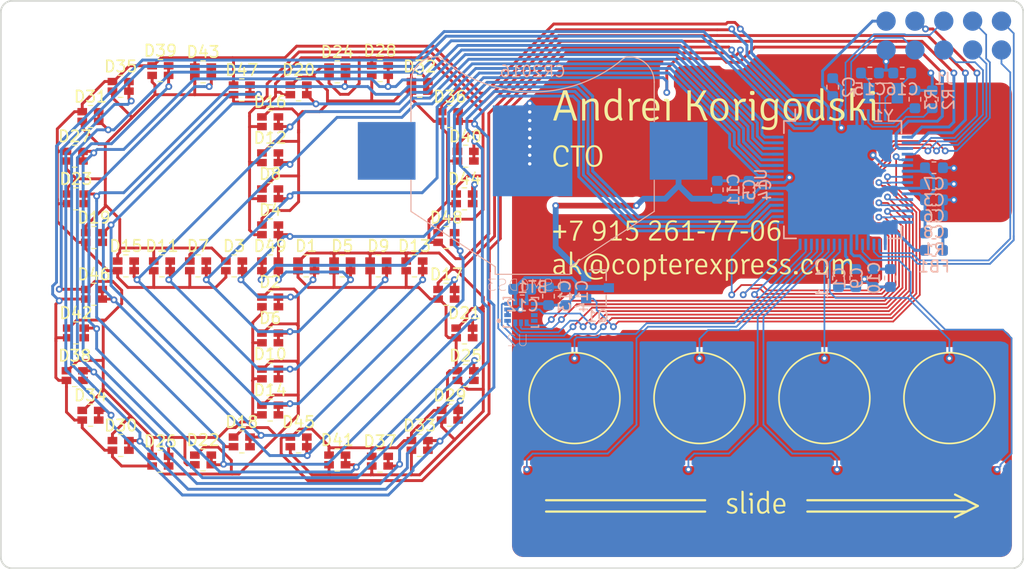
<source format=kicad_pcb>
(kicad_pcb (version 20171130) (host pcbnew 5.0.2+dfsg1-1~bpo9+1)
  (layers (0 F.Cu signal) (31 B.Cu signal) (34 B.Paste user hide) (35 F.Paste user hide) (36 B.SilkS user) (37 F.SilkS user) (38 B.Mask user) (39 F.Mask user) (44 Edge.Cuts user))
  (net 0 "")
  (net 1 LED_K0)
  (net 2 LED_K1)
  (net 3 LED_A0)
  (net 4 LED_K3)
  (net 5 LED_K2)
  (net 6 LED_K4)
  (net 7 LED_K5)
  (net 8 LED_K7)
  (net 9 LED_K6)
  (net 10 LED_K8)
  (net 11 LED_A1)
  (net 12 LED_A2)
  (net 13 LED_A3)
  (net 14 LED_A4)
  (net 15 LED_A5)
  (net 16 LED_A6)
  (net 17 LED_A7)
  (net 18 LED_A8)
  (net 19 VDD)
  (net 20 GND)
  (net 21 N$7)
  (net 22 N$6)
  (net 23 N$13)
  (net 24 N$14)
  (net 25 N$5)
  (net 26 N$19)
  (net 27 N$20)
  (net 28 N$16)
  (net 29 N$15)
  (net 30 N$17)
  (net 31 N$18)
  (net 32 N$12)
  (net 33 N$11)
  (net 34 TOUCH_PAD0)
  (net 35 N$1)
  (net 36 TOUCH_PAD1)
  (net 37 TOUCH_PAD2)
  (net 38 TOUCH_PAD3)
  (net 39 N$21)
  (net 40 N$22)
  (net 41 N$23)
  (net 42 N$8)
  (net 43 N$10)
  (net 44 N$9)
  (net 45 LED_K9)
  (net 46 LED_K10)
  (net 47 LED_K11)
  (net 48 LFXTAL_P)
  (net 49 LFXTAL_N)
  (net 50 IMU_VDD)
  (net 51 N$24)
  (net 52 MCU_AVDD)
  (net 53 N$2)
  (net 54 N$25)
  (module footprints:Text_Slide_Signika_Cu (layer F.Cu) (at 166.5 124.55)
    (fp_text reference svg2mod hide)
    (fp_text value G*** hide)
  )
  (module footprints:TouchPad_D8.0mm (layer F.Cu) (at 183.5 115)
    (fp_text reference TS4 hide)
    (fp_text value TOUCH_PAD)
    (pad 1 smd circle (at 0 0) (size 8 8) (layers F.Cu) (net 38 TOUCH_PAD3))
  )
  (module footprints:TouchPad_D8.0mm (layer F.Cu) (at 172.5 115)
    (fp_text reference TS3 hide)
    (fp_text value TOUCH_PAD)
    (pad 1 smd circle (at 0 0) (size 8 8) (layers F.Cu) (net 37 TOUCH_PAD2))
  )
  (module footprints:TouchPad_D8.0mm (layer F.Cu) (at 161.5 115)
    (fp_text reference TS2 hide)
    (fp_text value TOUCH_PAD)
    (pad 1 smd circle (at 0 0) (size 8 8) (layers F.Cu) (net 36 TOUCH_PAD1))
  )
  (module footprints:TouchPad_D8.0mm (layer F.Cu) (at 150.5 115)
    (fp_text reference TS1 hide)
    (fp_text value TOUCH_PAD)
    (pad 1 smd circle (at 0 0) (size 8 8) (layers F.Cu) (net 34 TOUCH_PAD0))
  )
  (module footprints:BatteryHolder_Keystone_3026_1x2016 (layer B.Cu) (at 146.812 93.218)
    (fp_text reference BT1 (at 0 12) (layer B.SilkS) (effects (justify mirror)))
    (fp_text value Battery_Cell)
    (fp_text user CR2016 (at 0 -7) (layer B.SilkS) (effects (font (thickness 0.125)) (justify mirror)))
    (pad 1 smd rect (at -12.85 0) (size 5.08 5.08) (layers B.Cu B.Paste B.Mask))
    (pad 1 smd rect (at 12.85 0) (size 5.08 5.08) (layers B.Cu B.Paste B.Mask) (net 19 VDD))
    (pad 2 smd rect (at 0 0) (size 7 8) (layers B.Cu B.Mask) (net 20 GND))
  )
  (module footprints:LED_DUAL_0606 (layer F.Cu) (at 123.709 103.351)
    (fp_text reference D49 (at 0 -1.75) (layer F.SilkS))
    (fp_text value LED_Dual_AACC)
    (pad 1 smd rect (at -0.725 -0.425) (size 0.85 0.65) (layers F.Cu F.Paste F.Mask) (net 18 LED_A8))
    (pad 2 smd rect (at -0.725 0.425) (size 0.85 0.65) (layers F.Cu F.Paste F.Mask) (net 18 LED_A8))
    (pad 4 smd rect (at 0.725 0.425) (size 0.85 0.65) (layers F.Cu F.Paste F.Mask) (net 2 LED_K1))
    (pad 3 smd rect (at 0.725 -0.425) (size 0.85 0.65) (layers F.Cu F.Paste F.Mask) (net 1 LED_K0))
  )
  (module footprints:LED_DUAL_0606 (layer F.Cu) (at 139.217852 100.851333)
    (fp_text reference D48 (at 0 -1.75) (layer F.SilkS))
    (fp_text value LED_Dual_AACC)
    (pad 1 smd rect (at -0.725 -0.425) (size 0.85 0.65) (layers F.Cu F.Paste F.Mask) (net 17 LED_A7))
    (pad 2 smd rect (at -0.725 0.425) (size 0.85 0.65) (layers F.Cu F.Paste F.Mask) (net 16 LED_A6))
    (pad 4 smd rect (at 0.725 0.425) (size 0.85 0.65) (layers F.Cu F.Paste F.Mask) (net 47 LED_K11))
    (pad 3 smd rect (at 0.725 -0.425) (size 0.85 0.65) (layers F.Cu F.Paste F.Mask) (net 47 LED_K11))
  )
  (module footprints:LED_DUAL_0606 (layer F.Cu) (at 121.209333 87.842147)
    (fp_text reference D47 (at 0 -1.75) (layer F.SilkS))
    (fp_text value LED_Dual_AACC)
    (pad 1 smd rect (at -0.725 -0.425) (size 0.85 0.65) (layers F.Cu F.Paste F.Mask) (net 15 LED_A5))
    (pad 2 smd rect (at -0.725 0.425) (size 0.85 0.65) (layers F.Cu F.Paste F.Mask) (net 14 LED_A4))
    (pad 4 smd rect (at 0.725 0.425) (size 0.85 0.65) (layers F.Cu F.Paste F.Mask) (net 47 LED_K11))
    (pad 3 smd rect (at 0.725 -0.425) (size 0.85 0.65) (layers F.Cu F.Paste F.Mask) (net 47 LED_K11))
  )
  (module footprints:LED_DUAL_0606 (layer F.Cu) (at 108.200147 105.850666)
    (fp_text reference D46 (at 0 -1.75) (layer F.SilkS))
    (fp_text value LED_Dual_AACC)
    (pad 1 smd rect (at -0.725 -0.425) (size 0.85 0.65) (layers F.Cu F.Paste F.Mask) (net 13 LED_A3))
    (pad 2 smd rect (at -0.725 0.425) (size 0.85 0.65) (layers F.Cu F.Paste F.Mask) (net 12 LED_A2))
    (pad 4 smd rect (at 0.725 0.425) (size 0.85 0.65) (layers F.Cu F.Paste F.Mask) (net 47 LED_K11))
    (pad 3 smd rect (at 0.725 -0.425) (size 0.85 0.65) (layers F.Cu F.Paste F.Mask) (net 47 LED_K11))
  )
  (module footprints:LED_DUAL_0606 (layer F.Cu) (at 126.208666 118.859852)
    (fp_text reference D45 (at 0 -1.75) (layer F.SilkS))
    (fp_text value LED_Dual_AACC)
    (pad 1 smd rect (at -0.725 -0.425) (size 0.85 0.65) (layers F.Cu F.Paste F.Mask) (net 11 LED_A1))
    (pad 2 smd rect (at -0.725 0.425) (size 0.85 0.65) (layers F.Cu F.Paste F.Mask) (net 3 LED_A0))
    (pad 4 smd rect (at 0.725 0.425) (size 0.85 0.65) (layers F.Cu F.Paste F.Mask) (net 47 LED_K11))
    (pad 3 smd rect (at 0.725 -0.425) (size 0.85 0.65) (layers F.Cu F.Paste F.Mask) (net 47 LED_K11))
  )
  (module footprints:LED_DUAL_0606 (layer F.Cu) (at 140.806919 97.443568)
    (fp_text reference D44 (at 0 -1.75) (layer F.SilkS))
    (fp_text value LED_Dual_AACC)
    (pad 1 smd rect (at -0.725 -0.425) (size 0.85 0.65) (layers F.Cu F.Paste F.Mask) (net 17 LED_A7))
    (pad 2 smd rect (at -0.725 0.425) (size 0.85 0.65) (layers F.Cu F.Paste F.Mask) (net 16 LED_A6))
    (pad 4 smd rect (at 0.725 0.425) (size 0.85 0.65) (layers F.Cu F.Paste F.Mask) (net 46 LED_K10))
    (pad 3 smd rect (at 0.725 -0.425) (size 0.85 0.65) (layers F.Cu F.Paste F.Mask) (net 46 LED_K10))
  )
  (module footprints:LED_DUAL_0606 (layer F.Cu) (at 117.801568 86.25308)
    (fp_text reference D43 (at 0 -1.75) (layer F.SilkS))
    (fp_text value LED_Dual_AACC)
    (pad 1 smd rect (at -0.725 -0.425) (size 0.85 0.65) (layers F.Cu F.Paste F.Mask) (net 15 LED_A5))
    (pad 2 smd rect (at -0.725 0.425) (size 0.85 0.65) (layers F.Cu F.Paste F.Mask) (net 14 LED_A4))
    (pad 4 smd rect (at 0.725 0.425) (size 0.85 0.65) (layers F.Cu F.Paste F.Mask) (net 46 LED_K10))
    (pad 3 smd rect (at 0.725 -0.425) (size 0.85 0.65) (layers F.Cu F.Paste F.Mask) (net 46 LED_K10))
  )
  (module footprints:LED_DUAL_0606 (layer F.Cu) (at 106.61108 109.258431)
    (fp_text reference D42 (at 0 -1.75) (layer F.SilkS))
    (fp_text value LED_Dual_AACC)
    (pad 1 smd rect (at -0.725 -0.425) (size 0.85 0.65) (layers F.Cu F.Paste F.Mask) (net 13 LED_A3))
    (pad 2 smd rect (at -0.725 0.425) (size 0.85 0.65) (layers F.Cu F.Paste F.Mask) (net 12 LED_A2))
    (pad 4 smd rect (at 0.725 0.425) (size 0.85 0.65) (layers F.Cu F.Paste F.Mask) (net 46 LED_K10))
    (pad 3 smd rect (at 0.725 -0.425) (size 0.85 0.65) (layers F.Cu F.Paste F.Mask) (net 46 LED_K10))
  )
  (module footprints:LED_DUAL_0606 (layer F.Cu) (at 129.616431 120.448919)
    (fp_text reference D41 (at 0 -1.75) (layer F.SilkS))
    (fp_text value LED_Dual_AACC)
    (pad 1 smd rect (at -0.725 -0.425) (size 0.85 0.65) (layers F.Cu F.Paste F.Mask) (net 11 LED_A1))
    (pad 2 smd rect (at -0.725 0.425) (size 0.85 0.65) (layers F.Cu F.Paste F.Mask) (net 3 LED_A0))
    (pad 4 smd rect (at 0.725 0.425) (size 0.85 0.65) (layers F.Cu F.Paste F.Mask) (net 46 LED_K10))
    (pad 3 smd rect (at 0.725 -0.425) (size 0.85 0.65) (layers F.Cu F.Paste F.Mask) (net 46 LED_K10))
  )
  (module footprints:LED_DUAL_0606 (layer F.Cu) (at 140.916279 93.685107)
    (fp_text reference D40 (at 0 -1.75) (layer F.SilkS))
    (fp_text value LED_Dual_AACC)
    (pad 1 smd rect (at -0.725 -0.425) (size 0.85 0.65) (layers F.Cu F.Paste F.Mask) (net 17 LED_A7))
    (pad 2 smd rect (at -0.725 0.425) (size 0.85 0.65) (layers F.Cu F.Paste F.Mask) (net 16 LED_A6))
    (pad 4 smd rect (at 0.725 0.425) (size 0.85 0.65) (layers F.Cu F.Paste F.Mask) (net 45 LED_K9))
    (pad 3 smd rect (at 0.725 -0.425) (size 0.85 0.65) (layers F.Cu F.Paste F.Mask) (net 45 LED_K9))
  )
  (module footprints:LED_DUAL_0606 (layer F.Cu) (at 114.043107 86.14372)
    (fp_text reference D39 (at 0 -1.75) (layer F.SilkS))
    (fp_text value LED_Dual_AACC)
    (pad 1 smd rect (at -0.725 -0.425) (size 0.85 0.65) (layers F.Cu F.Paste F.Mask) (net 15 LED_A5))
    (pad 2 smd rect (at -0.725 0.425) (size 0.85 0.65) (layers F.Cu F.Paste F.Mask) (net 14 LED_A4))
    (pad 4 smd rect (at 0.725 0.425) (size 0.85 0.65) (layers F.Cu F.Paste F.Mask) (net 45 LED_K9))
    (pad 3 smd rect (at 0.725 -0.425) (size 0.85 0.65) (layers F.Cu F.Paste F.Mask) (net 45 LED_K9))
  )
  (module footprints:LED_DUAL_0606 (layer F.Cu) (at 106.50172 113.016892)
    (fp_text reference D38 (at 0 -1.75) (layer F.SilkS))
    (fp_text value LED_Dual_AACC)
    (pad 1 smd rect (at -0.725 -0.425) (size 0.85 0.65) (layers F.Cu F.Paste F.Mask) (net 13 LED_A3))
    (pad 2 smd rect (at -0.725 0.425) (size 0.85 0.65) (layers F.Cu F.Paste F.Mask) (net 12 LED_A2))
    (pad 4 smd rect (at 0.725 0.425) (size 0.85 0.65) (layers F.Cu F.Paste F.Mask) (net 45 LED_K9))
    (pad 3 smd rect (at 0.725 -0.425) (size 0.85 0.65) (layers F.Cu F.Paste F.Mask) (net 45 LED_K9))
  )
  (module footprints:LED_DUAL_0606 (layer F.Cu) (at 133.374892 120.558279)
    (fp_text reference D37 (at 0 -1.75) (layer F.SilkS))
    (fp_text value LED_Dual_AACC)
    (pad 1 smd rect (at -0.725 -0.425) (size 0.85 0.65) (layers F.Cu F.Paste F.Mask) (net 11 LED_A1))
    (pad 2 smd rect (at -0.725 0.425) (size 0.85 0.65) (layers F.Cu F.Paste F.Mask) (net 3 LED_A0))
    (pad 4 smd rect (at 0.725 0.425) (size 0.85 0.65) (layers F.Cu F.Paste F.Mask) (net 45 LED_K9))
    (pad 3 smd rect (at 0.725 -0.425) (size 0.85 0.65) (layers F.Cu F.Paste F.Mask) (net 45 LED_K9))
  )
  (module footprints:LED_DUAL_0606 (layer F.Cu) (at 139.528045 90.190712)
    (fp_text reference D36 (at 0 -1.75) (layer F.SilkS))
    (fp_text value LED_Dual_AACC)
    (pad 1 smd rect (at -0.725 -0.425) (size 0.85 0.65) (layers F.Cu F.Paste F.Mask) (net 17 LED_A7))
    (pad 2 smd rect (at -0.725 0.425) (size 0.85 0.65) (layers F.Cu F.Paste F.Mask) (net 16 LED_A6))
    (pad 4 smd rect (at 0.725 0.425) (size 0.85 0.65) (layers F.Cu F.Paste F.Mask) (net 10 LED_K8))
    (pad 3 smd rect (at 0.725 -0.425) (size 0.85 0.65) (layers F.Cu F.Paste F.Mask) (net 10 LED_K8))
  )
  (module footprints:LED_DUAL_0606 (layer F.Cu) (at 110.548712 87.531954)
    (fp_text reference D35 (at 0 -1.75) (layer F.SilkS))
    (fp_text value LED_Dual_AACC)
    (pad 1 smd rect (at -0.725 -0.425) (size 0.85 0.65) (layers F.Cu F.Paste F.Mask) (net 15 LED_A5))
    (pad 2 smd rect (at -0.725 0.425) (size 0.85 0.65) (layers F.Cu F.Paste F.Mask) (net 14 LED_A4))
    (pad 4 smd rect (at 0.725 0.425) (size 0.85 0.65) (layers F.Cu F.Paste F.Mask) (net 10 LED_K8))
    (pad 3 smd rect (at 0.725 -0.425) (size 0.85 0.65) (layers F.Cu F.Paste F.Mask) (net 10 LED_K8))
  )
  (module footprints:LED_DUAL_0606 (layer F.Cu) (at 107.889954 116.511287)
    (fp_text reference D34 (at 0 -1.75) (layer F.SilkS))
    (fp_text value LED_Dual_AACC)
    (pad 1 smd rect (at -0.725 -0.425) (size 0.85 0.65) (layers F.Cu F.Paste F.Mask) (net 13 LED_A3))
    (pad 2 smd rect (at -0.725 0.425) (size 0.85 0.65) (layers F.Cu F.Paste F.Mask) (net 12 LED_A2))
    (pad 4 smd rect (at 0.725 0.425) (size 0.85 0.65) (layers F.Cu F.Paste F.Mask) (net 10 LED_K8))
    (pad 3 smd rect (at 0.725 -0.425) (size 0.85 0.65) (layers F.Cu F.Paste F.Mask) (net 10 LED_K8))
  )
  (module footprints:LED_DUAL_0606 (layer F.Cu) (at 136.869287 119.170045)
    (fp_text reference D33 (at 0 -1.75) (layer F.SilkS))
    (fp_text value LED_Dual_AACC)
    (pad 1 smd rect (at -0.725 -0.425) (size 0.85 0.65) (layers F.Cu F.Paste F.Mask) (net 11 LED_A1))
    (pad 2 smd rect (at -0.725 0.425) (size 0.85 0.65) (layers F.Cu F.Paste F.Mask) (net 3 LED_A0))
    (pad 4 smd rect (at 0.725 0.425) (size 0.85 0.65) (layers F.Cu F.Paste F.Mask) (net 10 LED_K8))
    (pad 3 smd rect (at 0.725 -0.425) (size 0.85 0.65) (layers F.Cu F.Paste F.Mask) (net 10 LED_K8))
  )
  (module footprints:LED_DUAL_0606 (layer F.Cu) (at 136.869287 87.531954)
    (fp_text reference D32 (at 0 -1.75) (layer F.SilkS))
    (fp_text value LED_Dual_AACC)
    (pad 1 smd rect (at -0.725 -0.425) (size 0.85 0.65) (layers F.Cu F.Paste F.Mask) (net 17 LED_A7))
    (pad 2 smd rect (at -0.725 0.425) (size 0.85 0.65) (layers F.Cu F.Paste F.Mask) (net 16 LED_A6))
    (pad 4 smd rect (at 0.725 0.425) (size 0.85 0.65) (layers F.Cu F.Paste F.Mask) (net 8 LED_K7))
    (pad 3 smd rect (at 0.725 -0.425) (size 0.85 0.65) (layers F.Cu F.Paste F.Mask) (net 8 LED_K7))
  )
  (module footprints:LED_DUAL_0606 (layer F.Cu) (at 107.889954 90.190712)
    (fp_text reference D31 (at 0 -1.75) (layer F.SilkS))
    (fp_text value LED_Dual_AACC)
    (pad 1 smd rect (at -0.725 -0.425) (size 0.85 0.65) (layers F.Cu F.Paste F.Mask) (net 15 LED_A5))
    (pad 2 smd rect (at -0.725 0.425) (size 0.85 0.65) (layers F.Cu F.Paste F.Mask) (net 14 LED_A4))
    (pad 4 smd rect (at 0.725 0.425) (size 0.85 0.65) (layers F.Cu F.Paste F.Mask) (net 8 LED_K7))
    (pad 3 smd rect (at 0.725 -0.425) (size 0.85 0.65) (layers F.Cu F.Paste F.Mask) (net 8 LED_K7))
  )
  (module footprints:LED_DUAL_0606 (layer F.Cu) (at 110.548712 119.170045)
    (fp_text reference D30 (at 0 -1.75) (layer F.SilkS))
    (fp_text value LED_Dual_AACC)
    (pad 1 smd rect (at -0.725 -0.425) (size 0.85 0.65) (layers F.Cu F.Paste F.Mask) (net 13 LED_A3))
    (pad 2 smd rect (at -0.725 0.425) (size 0.85 0.65) (layers F.Cu F.Paste F.Mask) (net 12 LED_A2))
    (pad 4 smd rect (at 0.725 0.425) (size 0.85 0.65) (layers F.Cu F.Paste F.Mask) (net 8 LED_K7))
    (pad 3 smd rect (at 0.725 -0.425) (size 0.85 0.65) (layers F.Cu F.Paste F.Mask) (net 8 LED_K7))
  )
  (module footprints:LED_DUAL_0606 (layer F.Cu) (at 139.528045 116.511287)
    (fp_text reference D29 (at 0 -1.75) (layer F.SilkS))
    (fp_text value LED_Dual_AACC)
    (pad 1 smd rect (at -0.725 -0.425) (size 0.85 0.65) (layers F.Cu F.Paste F.Mask) (net 11 LED_A1))
    (pad 2 smd rect (at -0.725 0.425) (size 0.85 0.65) (layers F.Cu F.Paste F.Mask) (net 3 LED_A0))
    (pad 4 smd rect (at 0.725 0.425) (size 0.85 0.65) (layers F.Cu F.Paste F.Mask) (net 8 LED_K7))
    (pad 3 smd rect (at 0.725 -0.425) (size 0.85 0.65) (layers F.Cu F.Paste F.Mask) (net 8 LED_K7))
  )
  (module footprints:LED_DUAL_0606 (layer F.Cu) (at 133.374892 86.14372)
    (fp_text reference D28 (at 0 -1.75) (layer F.SilkS))
    (fp_text value LED_Dual_AACC)
    (pad 1 smd rect (at -0.725 -0.425) (size 0.85 0.65) (layers F.Cu F.Paste F.Mask) (net 17 LED_A7))
    (pad 2 smd rect (at -0.725 0.425) (size 0.85 0.65) (layers F.Cu F.Paste F.Mask) (net 16 LED_A6))
    (pad 4 smd rect (at 0.725 0.425) (size 0.85 0.65) (layers F.Cu F.Paste F.Mask) (net 9 LED_K6))
    (pad 3 smd rect (at 0.725 -0.425) (size 0.85 0.65) (layers F.Cu F.Paste F.Mask) (net 9 LED_K6))
  )
  (module footprints:LED_DUAL_0606 (layer F.Cu) (at 106.50172 93.685107)
    (fp_text reference D27 (at 0 -1.75) (layer F.SilkS))
    (fp_text value LED_Dual_AACC)
    (pad 1 smd rect (at -0.725 -0.425) (size 0.85 0.65) (layers F.Cu F.Paste F.Mask) (net 15 LED_A5))
    (pad 2 smd rect (at -0.725 0.425) (size 0.85 0.65) (layers F.Cu F.Paste F.Mask) (net 14 LED_A4))
    (pad 4 smd rect (at 0.725 0.425) (size 0.85 0.65) (layers F.Cu F.Paste F.Mask) (net 9 LED_K6))
    (pad 3 smd rect (at 0.725 -0.425) (size 0.85 0.65) (layers F.Cu F.Paste F.Mask) (net 9 LED_K6))
  )
  (module footprints:LED_DUAL_0606 (layer F.Cu) (at 114.043107 120.558279)
    (fp_text reference D26 (at 0 -1.75) (layer F.SilkS))
    (fp_text value LED_Dual_AACC)
    (pad 1 smd rect (at -0.725 -0.425) (size 0.85 0.65) (layers F.Cu F.Paste F.Mask) (net 13 LED_A3))
    (pad 2 smd rect (at -0.725 0.425) (size 0.85 0.65) (layers F.Cu F.Paste F.Mask) (net 12 LED_A2))
    (pad 4 smd rect (at 0.725 0.425) (size 0.85 0.65) (layers F.Cu F.Paste F.Mask) (net 9 LED_K6))
    (pad 3 smd rect (at 0.725 -0.425) (size 0.85 0.65) (layers F.Cu F.Paste F.Mask) (net 9 LED_K6))
  )
  (module footprints:LED_DUAL_0606 (layer F.Cu) (at 140.916279 113.016892)
    (fp_text reference D25 (at 0 -1.75) (layer F.SilkS))
    (fp_text value LED_Dual_AACC)
    (pad 1 smd rect (at -0.725 -0.425) (size 0.85 0.65) (layers F.Cu F.Paste F.Mask) (net 11 LED_A1))
    (pad 2 smd rect (at -0.725 0.425) (size 0.85 0.65) (layers F.Cu F.Paste F.Mask) (net 3 LED_A0))
    (pad 4 smd rect (at 0.725 0.425) (size 0.85 0.65) (layers F.Cu F.Paste F.Mask) (net 9 LED_K6))
    (pad 3 smd rect (at 0.725 -0.425) (size 0.85 0.65) (layers F.Cu F.Paste F.Mask) (net 9 LED_K6))
  )
  (module footprints:LED_DUAL_0606 (layer F.Cu) (at 129.616431 86.25308)
    (fp_text reference D24 (at 0 -1.75) (layer F.SilkS))
    (fp_text value LED_Dual_AACC)
    (pad 1 smd rect (at -0.725 -0.425) (size 0.85 0.65) (layers F.Cu F.Paste F.Mask) (net 16 LED_A6))
    (pad 2 smd rect (at -0.725 0.425) (size 0.85 0.65) (layers F.Cu F.Paste F.Mask) (net 17 LED_A7))
    (pad 4 smd rect (at 0.725 0.425) (size 0.85 0.65) (layers F.Cu F.Paste F.Mask) (net 7 LED_K5))
    (pad 3 smd rect (at 0.725 -0.425) (size 0.85 0.65) (layers F.Cu F.Paste F.Mask) (net 7 LED_K5))
  )
  (module footprints:LED_DUAL_0606 (layer F.Cu) (at 106.61108 97.443568)
    (fp_text reference D23 (at 0 -1.75) (layer F.SilkS))
    (fp_text value LED_Dual_AACC)
    (pad 1 smd rect (at -0.725 -0.425) (size 0.85 0.65) (layers F.Cu F.Paste F.Mask) (net 14 LED_A4))
    (pad 2 smd rect (at -0.725 0.425) (size 0.85 0.65) (layers F.Cu F.Paste F.Mask) (net 15 LED_A5))
    (pad 4 smd rect (at 0.725 0.425) (size 0.85 0.65) (layers F.Cu F.Paste F.Mask) (net 7 LED_K5))
    (pad 3 smd rect (at 0.725 -0.425) (size 0.85 0.65) (layers F.Cu F.Paste F.Mask) (net 7 LED_K5))
  )
  (module footprints:LED_DUAL_0606 (layer F.Cu) (at 117.801568 120.448919)
    (fp_text reference D22 (at 0 -1.75) (layer F.SilkS))
    (fp_text value LED_Dual_AACC)
    (pad 1 smd rect (at -0.725 -0.425) (size 0.85 0.65) (layers F.Cu F.Paste F.Mask) (net 12 LED_A2))
    (pad 2 smd rect (at -0.725 0.425) (size 0.85 0.65) (layers F.Cu F.Paste F.Mask) (net 13 LED_A3))
    (pad 4 smd rect (at 0.725 0.425) (size 0.85 0.65) (layers F.Cu F.Paste F.Mask) (net 7 LED_K5))
    (pad 3 smd rect (at 0.725 -0.425) (size 0.85 0.65) (layers F.Cu F.Paste F.Mask) (net 7 LED_K5))
  )
  (module footprints:LED_DUAL_0606 (layer F.Cu) (at 140.806919 109.258431)
    (fp_text reference D21 (at 0 -1.75) (layer F.SilkS))
    (fp_text value LED_Dual_AACC)
    (pad 1 smd rect (at -0.725 -0.425) (size 0.85 0.65) (layers F.Cu F.Paste F.Mask) (net 3 LED_A0))
    (pad 2 smd rect (at -0.725 0.425) (size 0.85 0.65) (layers F.Cu F.Paste F.Mask) (net 11 LED_A1))
    (pad 4 smd rect (at 0.725 0.425) (size 0.85 0.65) (layers F.Cu F.Paste F.Mask) (net 7 LED_K5))
    (pad 3 smd rect (at 0.725 -0.425) (size 0.85 0.65) (layers F.Cu F.Paste F.Mask) (net 7 LED_K5))
  )
  (module footprints:LED_DUAL_0606 (layer F.Cu) (at 126.208666 87.842147)
    (fp_text reference D20 (at 0 -1.75) (layer F.SilkS))
    (fp_text value LED_Dual_AACC)
    (pad 1 smd rect (at -0.725 -0.425) (size 0.85 0.65) (layers F.Cu F.Paste F.Mask) (net 16 LED_A6))
    (pad 2 smd rect (at -0.725 0.425) (size 0.85 0.65) (layers F.Cu F.Paste F.Mask) (net 17 LED_A7))
    (pad 4 smd rect (at 0.725 0.425) (size 0.85 0.65) (layers F.Cu F.Paste F.Mask) (net 6 LED_K4))
    (pad 3 smd rect (at 0.725 -0.425) (size 0.85 0.65) (layers F.Cu F.Paste F.Mask) (net 6 LED_K4))
  )
  (module footprints:LED_DUAL_0606 (layer F.Cu) (at 108.200147 100.851333)
    (fp_text reference D19 (at 0 -1.75) (layer F.SilkS))
    (fp_text value LED_Dual_AACC)
    (pad 1 smd rect (at -0.725 -0.425) (size 0.85 0.65) (layers F.Cu F.Paste F.Mask) (net 14 LED_A4))
    (pad 2 smd rect (at -0.725 0.425) (size 0.85 0.65) (layers F.Cu F.Paste F.Mask) (net 15 LED_A5))
    (pad 4 smd rect (at 0.725 0.425) (size 0.85 0.65) (layers F.Cu F.Paste F.Mask) (net 6 LED_K4))
    (pad 3 smd rect (at 0.725 -0.425) (size 0.85 0.65) (layers F.Cu F.Paste F.Mask) (net 6 LED_K4))
  )
  (module footprints:LED_DUAL_0606 (layer F.Cu) (at 121.209333 118.859852)
    (fp_text reference D18 (at 0 -1.75) (layer F.SilkS))
    (fp_text value LED_Dual_AACC)
    (pad 1 smd rect (at -0.725 -0.425) (size 0.85 0.65) (layers F.Cu F.Paste F.Mask) (net 12 LED_A2))
    (pad 2 smd rect (at -0.725 0.425) (size 0.85 0.65) (layers F.Cu F.Paste F.Mask) (net 13 LED_A3))
    (pad 4 smd rect (at 0.725 0.425) (size 0.85 0.65) (layers F.Cu F.Paste F.Mask) (net 6 LED_K4))
    (pad 3 smd rect (at 0.725 -0.425) (size 0.85 0.65) (layers F.Cu F.Paste F.Mask) (net 6 LED_K4))
  )
  (module footprints:LED_DUAL_0606 (layer F.Cu) (at 139.217852 105.850666)
    (fp_text reference D17 (at 0 -1.75) (layer F.SilkS))
    (fp_text value LED_Dual_AACC)
    (pad 1 smd rect (at -0.725 -0.425) (size 0.85 0.65) (layers F.Cu F.Paste F.Mask) (net 3 LED_A0))
    (pad 2 smd rect (at -0.725 0.425) (size 0.85 0.65) (layers F.Cu F.Paste F.Mask) (net 11 LED_A1))
    (pad 4 smd rect (at 0.725 0.425) (size 0.85 0.65) (layers F.Cu F.Paste F.Mask) (net 6 LED_K4))
    (pad 3 smd rect (at 0.725 -0.425) (size 0.85 0.65) (layers F.Cu F.Paste F.Mask) (net 6 LED_K4))
  )
  (module footprints:LED_DUAL_0606 (layer F.Cu) (at 123.709 90.651)
    (fp_text reference D16 (at 0 -1.75) (layer F.SilkS))
    (fp_text value LED_Dual_AACC)
    (pad 1 smd rect (at -0.725 -0.425) (size 0.85 0.65) (layers F.Cu F.Paste F.Mask) (net 16 LED_A6))
    (pad 2 smd rect (at -0.725 0.425) (size 0.85 0.65) (layers F.Cu F.Paste F.Mask) (net 17 LED_A7))
    (pad 4 smd rect (at 0.725 0.425) (size 0.85 0.65) (layers F.Cu F.Paste F.Mask) (net 4 LED_K3))
    (pad 3 smd rect (at 0.725 -0.425) (size 0.85 0.65) (layers F.Cu F.Paste F.Mask) (net 4 LED_K3))
  )
  (module footprints:LED_DUAL_0606 (layer F.Cu) (at 111.009 103.351)
    (fp_text reference D15 (at 0 -1.75) (layer F.SilkS))
    (fp_text value LED_Dual_AACC)
    (pad 1 smd rect (at -0.725 -0.425) (size 0.85 0.65) (layers F.Cu F.Paste F.Mask) (net 14 LED_A4))
    (pad 2 smd rect (at -0.725 0.425) (size 0.85 0.65) (layers F.Cu F.Paste F.Mask) (net 15 LED_A5))
    (pad 4 smd rect (at 0.725 0.425) (size 0.85 0.65) (layers F.Cu F.Paste F.Mask) (net 4 LED_K3))
    (pad 3 smd rect (at 0.725 -0.425) (size 0.85 0.65) (layers F.Cu F.Paste F.Mask) (net 4 LED_K3))
  )
  (module footprints:LED_DUAL_0606 (layer F.Cu) (at 123.709 116.051)
    (fp_text reference D14 (at 0 -1.75) (layer F.SilkS))
    (fp_text value LED_Dual_AACC)
    (pad 1 smd rect (at -0.725 -0.425) (size 0.85 0.65) (layers F.Cu F.Paste F.Mask) (net 12 LED_A2))
    (pad 2 smd rect (at -0.725 0.425) (size 0.85 0.65) (layers F.Cu F.Paste F.Mask) (net 13 LED_A3))
    (pad 4 smd rect (at 0.725 0.425) (size 0.85 0.65) (layers F.Cu F.Paste F.Mask) (net 4 LED_K3))
    (pad 3 smd rect (at 0.725 -0.425) (size 0.85 0.65) (layers F.Cu F.Paste F.Mask) (net 4 LED_K3))
  )
  (module footprints:LED_DUAL_0606 (layer F.Cu) (at 136.409 103.351)
    (fp_text reference D13 (at 0 -1.75) (layer F.SilkS))
    (fp_text value LED_Dual_AACC)
    (pad 1 smd rect (at -0.725 -0.425) (size 0.85 0.65) (layers F.Cu F.Paste F.Mask) (net 3 LED_A0))
    (pad 2 smd rect (at -0.725 0.425) (size 0.85 0.65) (layers F.Cu F.Paste F.Mask) (net 11 LED_A1))
    (pad 4 smd rect (at 0.725 0.425) (size 0.85 0.65) (layers F.Cu F.Paste F.Mask) (net 4 LED_K3))
    (pad 3 smd rect (at 0.725 -0.425) (size 0.85 0.65) (layers F.Cu F.Paste F.Mask) (net 4 LED_K3))
  )
  (module footprints:LED_DUAL_0606 (layer F.Cu) (at 123.709 93.826)
    (fp_text reference D12 (at 0 -1.75) (layer F.SilkS))
    (fp_text value LED_Dual_AACC)
    (pad 1 smd rect (at -0.725 -0.425) (size 0.85 0.65) (layers F.Cu F.Paste F.Mask) (net 16 LED_A6))
    (pad 2 smd rect (at -0.725 0.425) (size 0.85 0.65) (layers F.Cu F.Paste F.Mask) (net 17 LED_A7))
    (pad 4 smd rect (at 0.725 0.425) (size 0.85 0.65) (layers F.Cu F.Paste F.Mask) (net 5 LED_K2))
    (pad 3 smd rect (at 0.725 -0.425) (size 0.85 0.65) (layers F.Cu F.Paste F.Mask) (net 5 LED_K2))
  )
  (module footprints:LED_DUAL_0606 (layer F.Cu) (at 114.184 103.351)
    (fp_text reference D11 (at 0 -1.75) (layer F.SilkS))
    (fp_text value LED_Dual_AACC)
    (pad 1 smd rect (at -0.725 -0.425) (size 0.85 0.65) (layers F.Cu F.Paste F.Mask) (net 14 LED_A4))
    (pad 2 smd rect (at -0.725 0.425) (size 0.85 0.65) (layers F.Cu F.Paste F.Mask) (net 15 LED_A5))
    (pad 4 smd rect (at 0.725 0.425) (size 0.85 0.65) (layers F.Cu F.Paste F.Mask) (net 5 LED_K2))
    (pad 3 smd rect (at 0.725 -0.425) (size 0.85 0.65) (layers F.Cu F.Paste F.Mask) (net 5 LED_K2))
  )
  (module footprints:LED_DUAL_0606 (layer F.Cu) (at 123.709 112.875999)
    (fp_text reference D10 (at 0 -1.75) (layer F.SilkS))
    (fp_text value LED_Dual_AACC)
    (pad 1 smd rect (at -0.725 -0.425) (size 0.85 0.65) (layers F.Cu F.Paste F.Mask) (net 12 LED_A2))
    (pad 2 smd rect (at -0.725 0.425) (size 0.85 0.65) (layers F.Cu F.Paste F.Mask) (net 13 LED_A3))
    (pad 4 smd rect (at 0.725 0.425) (size 0.85 0.65) (layers F.Cu F.Paste F.Mask) (net 5 LED_K2))
    (pad 3 smd rect (at 0.725 -0.425) (size 0.85 0.65) (layers F.Cu F.Paste F.Mask) (net 5 LED_K2))
  )
  (module footprints:LED_DUAL_0606 (layer F.Cu) (at 133.234 103.351)
    (fp_text reference D9 (at 0 -1.75) (layer F.SilkS))
    (fp_text value LED_Dual_AACC)
    (pad 1 smd rect (at -0.725 -0.425) (size 0.85 0.65) (layers F.Cu F.Paste F.Mask) (net 3 LED_A0))
    (pad 2 smd rect (at -0.725 0.425) (size 0.85 0.65) (layers F.Cu F.Paste F.Mask) (net 11 LED_A1))
    (pad 4 smd rect (at 0.725 0.425) (size 0.85 0.65) (layers F.Cu F.Paste F.Mask) (net 5 LED_K2))
    (pad 3 smd rect (at 0.725 -0.425) (size 0.85 0.65) (layers F.Cu F.Paste F.Mask) (net 5 LED_K2))
  )
  (module footprints:LED_DUAL_0606 (layer F.Cu) (at 123.709 97.001)
    (fp_text reference D8 (at 0 -1.75) (layer F.SilkS))
    (fp_text value LED_Dual_AACC)
    (pad 1 smd rect (at -0.725 -0.425) (size 0.85 0.65) (layers F.Cu F.Paste F.Mask) (net 16 LED_A6))
    (pad 2 smd rect (at -0.725 0.425) (size 0.85 0.65) (layers F.Cu F.Paste F.Mask) (net 17 LED_A7))
    (pad 4 smd rect (at 0.725 0.425) (size 0.85 0.65) (layers F.Cu F.Paste F.Mask) (net 2 LED_K1))
    (pad 3 smd rect (at 0.725 -0.425) (size 0.85 0.65) (layers F.Cu F.Paste F.Mask) (net 2 LED_K1))
  )
  (module footprints:LED_DUAL_0606 (layer F.Cu) (at 117.359 103.351)
    (fp_text reference D7 (at 0 -1.75) (layer F.SilkS))
    (fp_text value LED_Dual_AACC)
    (pad 1 smd rect (at -0.725 -0.425) (size 0.85 0.65) (layers F.Cu F.Paste F.Mask) (net 14 LED_A4))
    (pad 2 smd rect (at -0.725 0.425) (size 0.85 0.65) (layers F.Cu F.Paste F.Mask) (net 15 LED_A5))
    (pad 4 smd rect (at 0.725 0.425) (size 0.85 0.65) (layers F.Cu F.Paste F.Mask) (net 2 LED_K1))
    (pad 3 smd rect (at 0.725 -0.425) (size 0.85 0.65) (layers F.Cu F.Paste F.Mask) (net 2 LED_K1))
  )
  (module footprints:LED_DUAL_0606 (layer F.Cu) (at 123.709 109.701)
    (fp_text reference D6 (at 0 -1.75) (layer F.SilkS))
    (fp_text value LED_Dual_AACC)
    (pad 1 smd rect (at -0.725 -0.425) (size 0.85 0.65) (layers F.Cu F.Paste F.Mask) (net 12 LED_A2))
    (pad 2 smd rect (at -0.725 0.425) (size 0.85 0.65) (layers F.Cu F.Paste F.Mask) (net 13 LED_A3))
    (pad 4 smd rect (at 0.725 0.425) (size 0.85 0.65) (layers F.Cu F.Paste F.Mask) (net 2 LED_K1))
    (pad 3 smd rect (at 0.725 -0.425) (size 0.85 0.65) (layers F.Cu F.Paste F.Mask) (net 2 LED_K1))
  )
  (module footprints:LED_DUAL_0606 (layer F.Cu) (at 130.059 103.351)
    (fp_text reference D5 (at 0 -1.75) (layer F.SilkS))
    (fp_text value LED_Dual_AACC)
    (pad 1 smd rect (at -0.725 -0.425) (size 0.85 0.65) (layers F.Cu F.Paste F.Mask) (net 3 LED_A0))
    (pad 2 smd rect (at -0.725 0.425) (size 0.85 0.65) (layers F.Cu F.Paste F.Mask) (net 11 LED_A1))
    (pad 4 smd rect (at 0.725 0.425) (size 0.85 0.65) (layers F.Cu F.Paste F.Mask) (net 2 LED_K1))
    (pad 3 smd rect (at 0.725 -0.425) (size 0.85 0.65) (layers F.Cu F.Paste F.Mask) (net 2 LED_K1))
  )
  (module footprints:LED_DUAL_0606 (layer F.Cu) (at 123.709 100.176)
    (fp_text reference D4 (at 0 -1.75) (layer F.SilkS))
    (fp_text value LED_Dual_AACC)
    (pad 1 smd rect (at -0.725 -0.425) (size 0.85 0.65) (layers F.Cu F.Paste F.Mask) (net 16 LED_A6))
    (pad 2 smd rect (at -0.725 0.425) (size 0.85 0.65) (layers F.Cu F.Paste F.Mask) (net 17 LED_A7))
    (pad 4 smd rect (at 0.725 0.425) (size 0.85 0.65) (layers F.Cu F.Paste F.Mask) (net 1 LED_K0))
    (pad 3 smd rect (at 0.725 -0.425) (size 0.85 0.65) (layers F.Cu F.Paste F.Mask) (net 1 LED_K0))
  )
  (module footprints:LED_DUAL_0606 (layer F.Cu) (at 120.534 103.351)
    (fp_text reference D3 (at 0 -1.75) (layer F.SilkS))
    (fp_text value LED_Dual_AACC)
    (pad 1 smd rect (at -0.725 -0.425) (size 0.85 0.65) (layers F.Cu F.Paste F.Mask) (net 14 LED_A4))
    (pad 2 smd rect (at -0.725 0.425) (size 0.85 0.65) (layers F.Cu F.Paste F.Mask) (net 15 LED_A5))
    (pad 4 smd rect (at 0.725 0.425) (size 0.85 0.65) (layers F.Cu F.Paste F.Mask) (net 1 LED_K0))
    (pad 3 smd rect (at 0.725 -0.425) (size 0.85 0.65) (layers F.Cu F.Paste F.Mask) (net 1 LED_K0))
  )
  (module footprints:LED_DUAL_0606 (layer F.Cu) (at 123.709 106.526)
    (fp_text reference D2 (at 0 -1.75) (layer F.SilkS))
    (fp_text value LED_Dual_AACC)
    (pad 1 smd rect (at -0.725 -0.425) (size 0.85 0.65) (layers F.Cu F.Paste F.Mask) (net 12 LED_A2))
    (pad 2 smd rect (at -0.725 0.425) (size 0.85 0.65) (layers F.Cu F.Paste F.Mask) (net 13 LED_A3))
    (pad 4 smd rect (at 0.725 0.425) (size 0.85 0.65) (layers F.Cu F.Paste F.Mask) (net 1 LED_K0))
    (pad 3 smd rect (at 0.725 -0.425) (size 0.85 0.65) (layers F.Cu F.Paste F.Mask) (net 1 LED_K0))
  )
  (module footprints:LED_DUAL_0606 (layer F.Cu) (at 126.884 103.351)
    (fp_text reference D1 (at 0 -1.75) (layer F.SilkS))
    (fp_text value LED_Dual_AACC)
    (pad 1 smd rect (at -0.725 -0.425) (size 0.85 0.65) (layers F.Cu F.Paste F.Mask) (net 3 LED_A0))
    (pad 2 smd rect (at -0.725 0.425) (size 0.85 0.65) (layers F.Cu F.Paste F.Mask) (net 11 LED_A1))
    (pad 4 smd rect (at 0.725 0.425) (size 0.85 0.65) (layers F.Cu F.Paste F.Mask) (net 1 LED_K0))
    (pad 3 smd rect (at 0.725 -0.425) (size 0.85 0.65) (layers F.Cu F.Paste F.Mask) (net 1 LED_K0))
  )
  (module Capacitor_SMD:C_0603_1608Metric (layer B.Cu) (at 173.736 104.4195 270)
    (fp_text reference C1_1 (at 0 1.43 270) (layer B.SilkS) (effects (justify mirror)))
    (fp_text value 10uF)
    (pad 1 smd roundrect (at -0.7875 0 270) (size 0.875 0.95) (layers B.Cu B.Paste B.Mask) (net 35 N$1))
    (pad 2 smd roundrect (at 0.7875 0 270) (size 0.875 0.95) (layers B.Cu B.Paste B.Mask) (net 20 GND))
  )
  (module Resistor_SMD:R_0603_1608Metric (layer B.Cu) (at 180.467 88.6715 90)
    (fp_text reference R3 (at 0 1.43 90) (layer B.SilkS) (effects (justify mirror)))
    (fp_text value 0)
    (pad 1 smd roundrect (at -0.7875 0 90) (size 0.875 0.95) (layers B.Cu B.Paste B.Mask) (net 54 N$25))
    (pad 2 smd roundrect (at 0.7875 0 90) (size 0.875 0.95) (layers B.Cu B.Paste B.Mask) (net 20 GND))
  )
  (module Inductor_SMD:L_0603_1608Metric (layer B.Cu) (at 182.1435 101.981)
    (fp_text reference FB1 (at 0 1.43) (layer B.SilkS) (effects (justify mirror)))
    (fp_text value Ferrite_Bead_Small)
    (pad 1 smd roundrect (at -0.7875 0) (size 0.875 0.95) (layers B.Cu B.Paste B.Mask) (net 19 VDD))
    (pad 2 smd roundrect (at 0.7875 0) (size 0.875 0.95) (layers B.Cu B.Paste B.Mask) (net 53 N$2))
  )
  (module Package_TO_SOT_SMD:SOT-23 (layer B.Cu) (at 152.527 105.283)
    (fp_text reference Q1 (at 0 2.5) (layer B.SilkS) (effects (justify mirror)))
    (fp_text value Q_PMOS_GSD)
    (pad 1 smd rect (at -1 0.95) (size 0.9 0.8) (layers B.Cu B.Paste B.Mask) (net 23 N$13))
    (pad 2 smd rect (at -1 -0.95) (size 0.9 0.8) (layers B.Cu B.Paste B.Mask) (net 19 VDD))
    (pad 3 smd rect (at 1 0) (size 0.9 0.8) (layers B.Cu B.Paste B.Mask) (net 50 IMU_VDD))
  )
  (module Capacitor_SMD:C_0603_1608Metric (layer B.Cu) (at 179.3495 86.36)
    (fp_text reference C16 (at 0 1.43) (layer B.SilkS) (effects (justify mirror)))
    (fp_text value 22pF)
    (pad 2 smd roundrect (at -0.7875 0) (size 0.875 0.95) (layers B.Cu B.Paste B.Mask) (net 20 GND))
    (pad 1 smd roundrect (at 0.7875 0) (size 0.875 0.95) (layers B.Cu B.Paste B.Mask) (net 49 LFXTAL_N))
  )
  (module Capacitor_SMD:C_0603_1608Metric (layer B.Cu) (at 176.5045 86.36)
    (fp_text reference C15 (at 0 1.43) (layer B.SilkS) (effects (justify mirror)))
    (fp_text value 22pF)
    (pad 2 smd roundrect (at 0.7875 0) (size 0.875 0.95) (layers B.Cu B.Paste B.Mask) (net 20 GND))
    (pad 1 smd roundrect (at -0.7875 0) (size 0.875 0.95) (layers B.Cu B.Paste B.Mask) (net 48 LFXTAL_P))
  )
  (module Capacitor_SMD:C_0603_1608Metric (layer B.Cu) (at 149.733 106.0195 90)
    (fp_text reference C14 (at 0 1.43 90) (layer B.SilkS) (effects (justify mirror)))
    (fp_text value 10uF)
    (pad 1 smd roundrect (at -0.7875 0 90) (size 0.875 0.95) (layers B.Cu B.Paste B.Mask) (net 50 IMU_VDD))
    (pad 2 smd roundrect (at 0.7875 0 90) (size 0.875 0.95) (layers B.Cu B.Paste B.Mask) (net 20 GND))
  )
  (module Capacitor_SMD:C_0603_1608Metric (layer B.Cu) (at 173.228 87.6045 90)
    (fp_text reference C2 (at 0 1.43 90) (layer B.SilkS) (effects (justify mirror)))
    (fp_text value 0.1uF)
    (pad 2 smd roundrect (at 0.7875 0 90) (size 0.875 0.95) (layers B.Cu B.Paste B.Mask) (net 20 GND))
    (pad 1 smd roundrect (at -0.7875 0 90) (size 0.875 0.95) (layers B.Cu B.Paste B.Mask) (net 19 VDD))
  )
  (module footprints:TouchSlider-4_42x7mm (layer F.Cu) (at 146 128)
    (fp_text reference TS5 hide)
    (fp_text value TOUCH_SLIDER_4PADS hide)
    (pad 1 smd custom (at 1.5 -3.5) (size 2.333333 2.333333) (layers F.Cu) (net 27 N$20) (options (clearance outline) (anchor circle)) (primitives (gr_poly (pts (xy -1.5 -3.5) (xy 1.5 -3.5) (xy 1.5 -3.270579) (xy 11.140237 -2.333333) (xy 1.5 -1.396088) (xy 1.5 -0.937245) (xy 11.140237 0) (xy 1.5 0.937245) (xy 1.5 1.396088) (xy 11.140237 2.333333) (xy 1.5 3.270579) (xy 1.5 3.5) (xy -1.5 3.5)) (width 0))))
    (pad 2 smd custom (at 14.476341 -3.5) (size 2.333333 2.333333) (layers F.Cu) (net 39 N$21) (options (clearance outline) (anchor circle)) (primitives (gr_poly (pts (xy -11.211214 -3.5) (xy -1.570978 -2.562755) (xy -1.570978 -2.103912) (xy -11.211214 -1.166667) (xy -1.570978 -0.229421) (xy -1.570978 0.229421) (xy -11.211214 1.166667) (xy -1.570978 2.103912) (xy -1.570978 2.562755) (xy -11.211214 3.5) (xy 1.570978 3.5) (xy 1.570978 3.270579) (xy 11.211214 2.333333) (xy 1.570978 1.396088) (xy 1.570978 0.937245) (xy 11.211214 0) (xy 1.570978 -0.937245) (xy 1.570978 -1.396088) (xy 11.211214 -2.333333) (xy 1.570978 -3.270579) (xy 1.570978 -3.5)) (width 0))))
    (pad 3 smd custom (at 27.523659 -3.5) (size 2.333333 2.333333) (layers F.Cu) (net 40 N$22) (options (clearance outline) (anchor circle)) (primitives (gr_poly (pts (xy -11.211214 -3.5) (xy -1.570978 -2.562755) (xy -1.570978 -2.103912) (xy -11.211214 -1.166667) (xy -1.570978 -0.229421) (xy -1.570978 0.229421) (xy -11.211214 1.166667) (xy -1.570978 2.103912) (xy -1.570978 2.562755) (xy -11.211214 3.5) (xy 1.570978 3.5) (xy 1.570978 3.270579) (xy 11.211214 2.333333) (xy 1.570978 1.396088) (xy 1.570978 0.937245) (xy 11.211214 0) (xy 1.570978 -0.937245) (xy 1.570978 -1.396088) (xy 11.211214 -2.333333) (xy 1.570978 -3.270579) (xy 1.570978 -3.5)) (width 0))))
    (pad 4 smd custom (at 40.5 -3.5) (size 2.333333 2.333333) (layers F.Cu) (net 41 N$23) (options (clearance outline) (anchor circle)) (primitives (gr_poly (pts (xy -11.140237 -3.5) (xy -1.5 -2.562755) (xy -1.5 -2.103912) (xy -11.140237 -1.166667) (xy -1.5 -0.229421) (xy -1.5 0.229421) (xy -11.140237 1.166667) (xy -1.5 2.103912) (xy -1.5 2.562755) (xy -11.140237 3.5) (xy 1.5 3.5) (xy 1.5 -3.5)) (width 0))))
  )
  (module footprints:TestPoints_2x05_P2.54_D1.7 (layer B.Cu) (at 183.007 83.058)
    (fp_text reference J1 (at 0 3.81) (layer B.SilkS) (effects (justify mirror)))
    (fp_text value POGO_10PADS)
    (pad 5 smd circle (at 0 -1.27) (size 1.7 1.7) (layers B.Cu B.Mask) (net 21 N$7))
    (pad 4 smd circle (at -2.54 1.27) (size 1.7 1.7) (layers B.Cu B.Mask) (net 22 N$6))
    (pad 3 smd circle (at -2.54 -1.27) (size 1.7 1.7) (layers B.Cu B.Mask) (net 25 N$5))
    (pad 2 smd circle (at -5.08 1.27) (size 1.7 1.7) (layers B.Cu B.Mask) (net 20 GND))
    (pad 1 smd circle (at -5.08 -1.27) (size 1.7 1.7) (layers B.Cu B.Mask) (net 19 VDD))
    (pad 10 smd circle (at 5.08 1.27) (size 1.7 1.7) (layers B.Cu B.Mask) (net 32 N$12))
    (pad 9 smd circle (at 5.08 -1.27) (size 1.7 1.7) (layers B.Cu B.Mask) (net 33 N$11))
    (pad 8 smd circle (at 2.54 1.27) (size 1.7 1.7) (layers B.Cu B.Mask) (net 43 N$10))
    (pad 7 smd circle (at 2.54 -1.27) (size 1.7 1.7) (layers B.Cu B.Mask) (net 44 N$9))
    (pad 6 smd circle (at 0 1.27) (size 1.7 1.7) (layers B.Cu B.Mask) (net 42 N$8))
  )
  (module footprints:LSM6DS3 (layer B.Cu) (at 145.7844 107.4416)
    (fp_text reference U2 (at -0.31031 2.48754) (layer B.SilkS) (effects (font (size 1.00102 1.00102) (thickness 0.05)) (justify mirror)))
    (fp_text value LSM6DS3 (at 0.325055 -2.39047) (layer B.SilkS) (effects (font (size 1.0002 1.0002) (thickness 0.05)) (justify mirror)))
    (pad 4 smd rect (at -1.175 -0.75 180) (size 0.58 0.35) (layers B.Cu B.Paste B.Mask) (net 31 N$18))
    (pad 3 smd rect (at -1.175 -0.25 180) (size 0.58 0.35) (layers B.Cu B.Paste B.Mask) (net 20 GND))
    (pad 2 smd rect (at -1.175 0.25 180) (size 0.58 0.35) (layers B.Cu B.Paste B.Mask) (net 20 GND))
    (pad 1 smd rect (at -1.175 0.75 180) (size 0.58 0.35) (layers B.Cu B.Paste B.Mask) (net 24 N$14))
    (pad 7 smd rect (at 0.5 -0.925 270) (size 0.58 0.35) (layers B.Cu B.Paste B.Mask) (net 20 GND))
    (pad 6 smd rect (at 0 -0.925 270) (size 0.58 0.35) (layers B.Cu B.Paste B.Mask) (net 20 GND))
    (pad 5 smd rect (at -0.5 -0.925 270) (size 0.58 0.35) (layers B.Cu B.Paste B.Mask) (net 50 IMU_VDD))
    (pad 8 smd rect (at 1.175 -0.75 180) (size 0.58 0.35) (layers B.Cu B.Paste B.Mask) (net 50 IMU_VDD))
    (pad 9 smd rect (at 1.175 -0.25 180) (size 0.58 0.35) (layers B.Cu B.Paste B.Mask) (net 26 N$19))
    (pad 10 smd rect (at 1.175 0.25 180) (size 0.58 0.35) (layers B.Cu B.Paste B.Mask))
    (pad 11 smd rect (at 1.175 0.75 180) (size 0.58 0.35) (layers B.Cu B.Paste B.Mask))
    (pad 12 smd rect (at 0.5 0.925 270) (size 0.58 0.35) (layers B.Cu B.Paste B.Mask) (net 30 N$17))
    (pad 13 smd rect (at 0 0.925 270) (size 0.58 0.35) (layers B.Cu B.Paste B.Mask) (net 28 N$16))
    (pad 14 smd rect (at -0.5 0.925 270) (size 0.58 0.35) (layers B.Cu B.Paste B.Mask) (net 29 N$15))
  )
  (module Resistor_SMD:R_0603_1608Metric (layer B.Cu) (at 181.991 88.6715 90)
    (fp_text reference R2 (at 0 1.43 90) (layer B.SilkS) (effects (justify mirror)))
    (fp_text value 0)
    (pad 2 smd roundrect (at 0.7875 0 90) (size 0.875 0.95) (layers B.Cu B.Paste B.Mask) (net 20 GND))
    (pad 1 smd roundrect (at -0.7875 0 90) (size 0.875 0.95) (layers B.Cu B.Paste B.Mask) (net 51 N$24))
  )
  (module Capacitor_SMD:C_0603_1608Metric (layer B.Cu) (at 148.209 106.0195 90)
    (fp_text reference C13 (at 0 1.43 90) (layer B.SilkS) (effects (justify mirror)))
    (fp_text value 0.1uF)
    (pad 2 smd roundrect (at 0.7875 0 90) (size 0.875 0.95) (layers B.Cu B.Paste B.Mask) (net 20 GND))
    (pad 1 smd roundrect (at -0.7875 0 90) (size 0.875 0.95) (layers B.Cu B.Paste B.Mask) (net 50 IMU_VDD))
  )
  (module Capacitor_SMD:C_0603_1608Metric (layer B.Cu) (at 145.8975 105.41)
    (fp_text reference C12 (at 0 1.43) (layer B.SilkS) (effects (justify mirror)))
    (fp_text value 0.1uF)
    (pad 2 smd roundrect (at 0.7875 0) (size 0.875 0.95) (layers B.Cu B.Paste B.Mask) (net 20 GND))
    (pad 1 smd roundrect (at -0.7875 0) (size 0.875 0.95) (layers B.Cu B.Paste B.Mask) (net 50 IMU_VDD))
  )
  (module Capacitor_SMD:C_0603_1608Metric (layer B.Cu) (at 178.308 104.4195 270)
    (fp_text reference C10 (at 0 1.43 270) (layer B.SilkS) (effects (justify mirror)))
    (fp_text value 10uF)
    (pad 2 smd roundrect (at 0.7875 0 270) (size 0.875 0.95) (layers B.Cu B.Paste B.Mask) (net 20 GND))
    (pad 1 smd roundrect (at -0.7875 0 270) (size 0.875 0.95) (layers B.Cu B.Paste B.Mask) (net 19 VDD))
  )
  (module Capacitor_SMD:C_0603_1608Metric (layer B.Cu) (at 176.784 104.4195 270)
    (fp_text reference C9 (at 0 1.43 270) (layer B.SilkS) (effects (justify mirror)))
    (fp_text value 0.1uF)
    (pad 2 smd roundrect (at 0.7875 0 270) (size 0.875 0.95) (layers B.Cu B.Paste B.Mask) (net 20 GND))
    (pad 1 smd roundrect (at -0.7875 0 270) (size 0.875 0.95) (layers B.Cu B.Paste B.Mask) (net 19 VDD))
  )
  (module Capacitor_SMD:C_0603_1608Metric (layer B.Cu) (at 182.1435 98.933)
    (fp_text reference C8 (at 0 1.43) (layer B.SilkS) (effects (justify mirror)))
    (fp_text value 10uF)
    (pad 2 smd roundrect (at 0.7875 0) (size 0.875 0.95) (layers B.Cu B.Paste B.Mask) (net 20 GND))
    (pad 1 smd roundrect (at -0.7875 0) (size 0.875 0.95) (layers B.Cu B.Paste B.Mask) (net 52 MCU_AVDD))
  )
  (module Capacitor_SMD:C_0603_1608Metric (layer B.Cu) (at 182.1435 94.7039)
    (fp_text reference C7 (at 0 1.43) (layer B.SilkS) (effects (justify mirror)))
    (fp_text value 10nF)
    (pad 2 smd roundrect (at 0.7875 0) (size 0.875 0.95) (layers B.Cu B.Paste B.Mask) (net 20 GND))
    (pad 1 smd roundrect (at -0.7875 0) (size 0.875 0.95) (layers B.Cu B.Paste B.Mask) (net 52 MCU_AVDD))
  )
  (module Capacitor_SMD:C_0603_1608Metric (layer B.Cu) (at 182.1435 97.536)
    (fp_text reference C6 (at 0 1.43) (layer B.SilkS) (effects (justify mirror)))
    (fp_text value 10nF)
    (pad 1 smd roundrect (at -0.7875 0) (size 0.875 0.95) (layers B.Cu B.Paste B.Mask) (net 52 MCU_AVDD))
    (pad 2 smd roundrect (at 0.7875 0) (size 0.875 0.95) (layers B.Cu B.Paste B.Mask) (net 20 GND))
  )
  (module Capacitor_SMD:C_0603_1608Metric (layer B.Cu) (at 164.465 96.647 90)
    (fp_text reference C5 (at 0 1.43 90) (layer B.SilkS) (effects (justify mirror)))
    (fp_text value 1uF)
    (pad 2 smd roundrect (at 0.7875 0 90) (size 0.875 0.95) (layers B.Cu B.Paste B.Mask) (net 20 GND))
    (pad 1 smd roundrect (at -0.7875 0 90) (size 0.875 0.95) (layers B.Cu B.Paste B.Mask) (net 19 VDD))
  )
  (module Capacitor_SMD:C_0603_1608Metric (layer B.Cu) (at 165.862 96.647 90)
    (fp_text reference C4 (at 0 1.43 90) (layer B.SilkS) (effects (justify mirror)))
    (fp_text value 0.1uF)
    (pad 2 smd roundrect (at 0.7875 0 90) (size 0.875 0.95) (layers B.Cu B.Paste B.Mask) (net 20 GND))
    (pad 1 smd roundrect (at -0.7875 0 90) (size 0.875 0.95) (layers B.Cu B.Paste B.Mask) (net 19 VDD))
  )
  (module Capacitor_SMD:C_0603_1608Metric (layer B.Cu) (at 182.1435 96.139)
    (fp_text reference C3 (at 0 1.43) (layer B.SilkS) (effects (justify mirror)))
    (fp_text value 0.1uF)
    (pad 2 smd roundrect (at 0.7875 0) (size 0.875 0.95) (layers B.Cu B.Paste B.Mask) (net 20 GND))
    (pad 1 smd roundrect (at -0.7875 0) (size 0.875 0.95) (layers B.Cu B.Paste B.Mask) (net 19 VDD))
  )
  (module Capacitor_SMD:C_0603_1608Metric (layer B.Cu) (at 175.26 104.4195 270)
    (fp_text reference C1 (at 0 1.43 270) (layer B.SilkS) (effects (justify mirror)))
    (fp_text value 1uF)
    (pad 2 smd roundrect (at 0.7875 0 270) (size 0.875 0.95) (layers B.Cu B.Paste B.Mask) (net 20 GND))
    (pad 1 smd roundrect (at -0.7875 0 270) (size 0.875 0.95) (layers B.Cu B.Paste B.Mask) (net 35 N$1))
  )
  (module Crystal:Crystal_SMD_3215-2Pin_3.2x1.5mm (layer B.Cu) (at 177.673 88.138)
    (fp_text reference Y1 (at 0 2) (layer B.SilkS) (effects (justify mirror)))
    (fp_text value 32768Hz)
    (pad 1 smd rect (at -1.25 0) (size 1 1.8) (layers B.Cu B.Paste B.Mask) (net 48 LFXTAL_P))
    (pad 2 smd rect (at 1.25 0) (size 1 1.8) (layers B.Cu B.Paste B.Mask) (net 49 LFXTAL_N))
  )
  (module Package_QFP:LQFP-64_10x10mm_P0.5mm (layer B.Cu) (at 174.10708 95.75756 270)
    (fp_text reference U1 (at 0 7.2 270) (layer B.SilkS) (effects (justify mirror)))
    (fp_text value EFM32LG232F64)
    (pad 64 smd rect (at -3.75 5.7 180) (size 1 0.25) (layers B.Cu B.Paste B.Mask) (net 8 LED_K7))
    (pad 63 smd rect (at -3.25 5.7 180) (size 1 0.25) (layers B.Cu B.Paste B.Mask) (net 9 LED_K6))
    (pad 62 smd rect (at -2.75 5.7 180) (size 1 0.25) (layers B.Cu B.Paste B.Mask) (net 7 LED_K5))
    (pad 61 smd rect (at -2.25 5.7 180) (size 1 0.25) (layers B.Cu B.Paste B.Mask) (net 6 LED_K4))
    (pad 60 smd rect (at -1.75 5.7 180) (size 1 0.25) (layers B.Cu B.Paste B.Mask) (net 4 LED_K3))
    (pad 59 smd rect (at -1.25 5.7 180) (size 1 0.25) (layers B.Cu B.Paste B.Mask) (net 5 LED_K2))
    (pad 58 smd rect (at -0.75 5.7 180) (size 1 0.25) (layers B.Cu B.Paste B.Mask) (net 2 LED_K1))
    (pad 57 smd rect (at -0.25 5.7 180) (size 1 0.25) (layers B.Cu B.Paste B.Mask) (net 1 LED_K0))
    (pad 56 smd rect (at 0.25 5.7 180) (size 1 0.25) (layers B.Cu B.Paste B.Mask) (net 20 GND))
    (pad 55 smd rect (at 0.75 5.7 180) (size 1 0.25) (layers B.Cu B.Paste B.Mask) (net 19 VDD))
    (pad 54 smd rect (at 1.25 5.7 180) (size 1 0.25) (layers B.Cu B.Paste B.Mask) (net 47 LED_K11))
    (pad 53 smd rect (at 1.75 5.7 180) (size 1 0.25) (layers B.Cu B.Paste B.Mask) (net 46 LED_K10))
    (pad 52 smd rect (at 2.25 5.7 180) (size 1 0.25) (layers B.Cu B.Paste B.Mask) (net 45 LED_K9))
    (pad 51 smd rect (at 2.75 5.7 180) (size 1 0.25) (layers B.Cu B.Paste B.Mask) (net 10 LED_K8))
    (pad 50 smd rect (at 3.25 5.7 180) (size 1 0.25) (layers B.Cu B.Paste B.Mask) (net 44 N$9))
    (pad 49 smd rect (at 3.75 5.7 180) (size 1 0.25) (layers B.Cu B.Paste B.Mask) (net 43 N$10))
    (pad 48 smd rect (at 5.7 3.75 270) (size 1 0.25) (layers B.Cu B.Paste B.Mask) (net 42 N$8))
    (pad 47 smd rect (at 5.7 3.25 270) (size 1 0.25) (layers B.Cu B.Paste B.Mask) (net 34 TOUCH_PAD0))
    (pad 46 smd rect (at 5.7 2.75 270) (size 1 0.25) (layers B.Cu B.Paste B.Mask) (net 27 N$20))
    (pad 45 smd rect (at 5.7 2.25 270) (size 1 0.25) (layers B.Cu B.Paste B.Mask) (net 36 TOUCH_PAD1))
    (pad 44 smd rect (at 5.7 1.75 270) (size 1 0.25) (layers B.Cu B.Paste B.Mask) (net 39 N$21))
    (pad 43 smd rect (at 5.7 1.25 270) (size 1 0.25) (layers B.Cu B.Paste B.Mask) (net 40 N$22))
    (pad 42 smd rect (at 5.7 0.75 270) (size 1 0.25) (layers B.Cu B.Paste B.Mask) (net 37 TOUCH_PAD2))
    (pad 41 smd rect (at 5.7 0.25 270) (size 1 0.25) (layers B.Cu B.Paste B.Mask) (net 38 TOUCH_PAD3))
    (pad 40 smd rect (at 5.7 -0.25 270) (size 1 0.25) (layers B.Cu B.Paste B.Mask) (net 35 N$1))
    (pad 39 smd rect (at 5.7 -0.75 270) (size 1 0.25) (layers B.Cu B.Paste B.Mask) (net 19 VDD))
    (pad 38 smd rect (at 5.7 -1.25 270) (size 1 0.25) (layers B.Cu B.Paste B.Mask) (net 19 VDD))
    (pad 37 smd rect (at 5.7 -1.75 270) (size 1 0.25) (layers B.Cu B.Paste B.Mask) (net 41 N$23))
    (pad 36 smd rect (at 5.7 -2.25 270) (size 1 0.25) (layers B.Cu B.Paste B.Mask) (net 19 VDD))
    (pad 35 smd rect (at 5.7 -2.75 270) (size 1 0.25) (layers B.Cu B.Paste B.Mask) (net 33 N$11))
    (pad 34 smd rect (at 5.7 -3.25 270) (size 1 0.25) (layers B.Cu B.Paste B.Mask) (net 32 N$12))
    (pad 33 smd rect (at 5.7 -3.75 270) (size 1 0.25) (layers B.Cu B.Paste B.Mask) (net 19 VDD))
    (pad 32 smd rect (at 3.75 -5.7 180) (size 1 0.25) (layers B.Cu B.Paste B.Mask) (net 19 VDD))
    (pad 31 smd rect (at 3.25 -5.7 180) (size 1 0.25) (layers B.Cu B.Paste B.Mask) (net 30 N$17))
    (pad 30 smd rect (at 2.75 -5.7 180) (size 1 0.25) (layers B.Cu B.Paste B.Mask) (net 28 N$16))
    (pad 29 smd rect (at 2.25 -5.7 180) (size 1 0.25) (layers B.Cu B.Paste B.Mask) (net 24 N$14))
    (pad 28 smd rect (at 1.75 -5.7 180) (size 1 0.25) (layers B.Cu B.Paste B.Mask) (net 29 N$15))
    (pad 27 smd rect (at 1.25 -5.7 180) (size 1 0.25) (layers B.Cu B.Paste B.Mask) (net 52 MCU_AVDD))
    (pad 26 smd rect (at 0.75 -5.7 180) (size 1 0.25) (layers B.Cu B.Paste B.Mask) (net 19 VDD))
    (pad 25 smd rect (at 0.25 -5.7 180) (size 1 0.25) (layers B.Cu B.Paste B.Mask) (net 26 N$19))
    (pad 24 smd rect (at -0.25 -5.7 180) (size 1 0.25) (layers B.Cu B.Paste B.Mask) (net 31 N$18))
    (pad 23 smd rect (at -0.75 -5.7 180) (size 1 0.25) (layers B.Cu B.Paste B.Mask) (net 52 MCU_AVDD))
    (pad 22 smd rect (at -1.25 -5.7 180) (size 1 0.25) (layers B.Cu B.Paste B.Mask) (net 20 GND))
    (pad 21 smd rect (at -1.75 -5.7 180) (size 1 0.25) (layers B.Cu B.Paste B.Mask) (net 23 N$13))
    (pad 20 smd rect (at -2.25 -5.7 180) (size 1 0.25) (layers B.Cu B.Paste B.Mask) (net 25 N$5))
    (pad 19 smd rect (at -2.75 -5.7 180) (size 1 0.25) (layers B.Cu B.Paste B.Mask) (net 18 LED_A8))
    (pad 18 smd rect (at -3.25 -5.7 180) (size 1 0.25) (layers B.Cu B.Paste B.Mask) (net 17 LED_A7))
    (pad 17 smd rect (at -3.75 -5.7 180) (size 1 0.25) (layers B.Cu B.Paste B.Mask) (net 16 LED_A6))
    (pad 16 smd rect (at -5.7 -3.75 270) (size 1 0.25) (layers B.Cu B.Paste B.Mask) (net 49 LFXTAL_N))
    (pad 15 smd rect (at -5.7 -3.25 270) (size 1 0.25) (layers B.Cu B.Paste B.Mask) (net 48 LFXTAL_P))
    (pad 14 smd rect (at -5.7 -2.75 270) (size 1 0.25) (layers B.Cu B.Paste B.Mask) (net 54 N$25))
    (pad 13 smd rect (at -5.7 -2.25 270) (size 1 0.25) (layers B.Cu B.Paste B.Mask) (net 51 N$24))
    (pad 12 smd rect (at -5.7 -1.75 270) (size 1 0.25) (layers B.Cu B.Paste B.Mask) (net 19 VDD))
    (pad 11 smd rect (at -5.7 -1.25 270) (size 1 0.25) (layers B.Cu B.Paste B.Mask) (net 19 VDD))
    (pad 10 smd rect (at -5.7 -0.75 270) (size 1 0.25) (layers B.Cu B.Paste B.Mask) (net 22 N$6))
    (pad 9 smd rect (at -5.7 -0.25 270) (size 1 0.25) (layers B.Cu B.Paste B.Mask) (net 21 N$7))
    (pad 8 smd rect (at -5.7 0.25 270) (size 1 0.25) (layers B.Cu B.Paste B.Mask) (net 20 GND))
    (pad 7 smd rect (at -5.7 0.75 270) (size 1 0.25) (layers B.Cu B.Paste B.Mask) (net 19 VDD))
    (pad 6 smd rect (at -5.7 1.25 270) (size 1 0.25) (layers B.Cu B.Paste B.Mask) (net 15 LED_A5))
    (pad 5 smd rect (at -5.7 1.75 270) (size 1 0.25) (layers B.Cu B.Paste B.Mask) (net 14 LED_A4))
    (pad 4 smd rect (at -5.7 2.25 270) (size 1 0.25) (layers B.Cu B.Paste B.Mask) (net 13 LED_A3))
    (pad 3 smd rect (at -5.7 2.75 270) (size 1 0.25) (layers B.Cu B.Paste B.Mask) (net 12 LED_A2))
    (pad 2 smd rect (at -5.7 3.25 270) (size 1 0.25) (layers B.Cu B.Paste B.Mask) (net 11 LED_A1))
    (pad 1 smd rect (at -5.7 3.75 270) (size 1 0.25) (layers B.Cu B.Paste B.Mask) (net 3 LED_A0))
  )
  (module Resistor_SMD:R_0603_1608Metric (layer B.Cu) (at 182.1435 100.457)
    (fp_text reference R1 (at 0 1.43) (layer B.SilkS) (effects (justify mirror)))
    (fp_text value 1)
    (pad 1 smd roundrect (at 0.7875 0) (size 0.875 0.95) (layers B.Cu B.Paste B.Mask) (net 53 N$2))
    (pad 2 smd roundrect (at -0.7875 0) (size 0.875 0.95) (layers B.Cu B.Paste B.Mask) (net 52 MCU_AVDD))
  )
  (module Capacitor_SMD:C_0603_1608Metric (layer B.Cu) (at 163.068 96.647 90)
    (fp_text reference C11 (at 0 1.43 90) (layer B.SilkS) (effects (justify mirror)))
    (fp_text value 47uF)
    (pad 2 smd roundrect (at 0.7875 0 90) (size 0.875 0.95) (layers B.Cu B.Paste B.Mask) (net 20 GND))
    (pad 1 smd roundrect (at -0.7875 0 90) (size 0.875 0.95) (layers B.Cu B.Paste B.Mask) (net 19 VDD))
  )
  (module footprints:Text_Position_SilkS (layer F.Cu) (at 148.63318 94.63532)
    (fp_text reference svg2mod hide)
    (fp_text value G*** hide)
  )
  (module footprints:Text_Contacts_Reversed-2_SilkS (layer F.Cu) (at 148.63064 104.11714)
    (fp_text reference svg2mod hide)
    (fp_text value G*** hide)
  )
  (module footprints:Text_Name_without-i-dot_9.5pt_SilkS (layer F.Cu) (at 148.62 90.55)
    (fp_text reference svg2mod hide)
    (fp_text value G*** hide)
  )
  (gr_line (start 184 125.5) (end 186 124.5) (layer F.SilkS) (width 0.2))
  (gr_line (start 186 124.5) (end 184 123.5) (layer F.SilkS) (width 0.2))
  (gr_line (start 185 125) (end 171 125) (layer F.SilkS) (width 0.2))
  (gr_line (start 185 124) (end 171 124) (layer F.SilkS) (width 0.2))
  (gr_line (start 162 125) (end 148 125) (layer F.SilkS) (width 0.2))
  (gr_line (start 162 124) (end 148 124) (layer F.SilkS) (width 0.2))
  (gr_arc (start 101 129) (end 100 129) (angle -90) (layer Edge.Cuts) (width 0.15))
  (gr_arc (start 101 81) (end 101 80) (angle -90) (layer Edge.Cuts) (width 0.15))
  (gr_arc (start 189 81) (end 190 81) (angle -90) (layer Edge.Cuts) (width 0.15))
  (gr_arc (start 189 129) (end 189 130) (angle -90) (layer Edge.Cuts) (width 0.15))
  (gr_line (start 100 129) (end 100 81) (layer Edge.Cuts) (width 0.15))
  (gr_line (start 189 130) (end 101 130) (layer Edge.Cuts) (width 0.15))
  (gr_line (start 190 81) (end 190 129) (layer Edge.Cuts) (width 0.15))
  (gr_line (start 101 80) (end 189 80) (layer Edge.Cuts) (width 0.15))
  (segment (start 124.434 99.751) (end 124.434 100.601) (width 0.254) (layer F.Cu) (net 1))
  (segment (start 121.259 102.926) (end 121.259 103.776) (width 0.254) (layer F.Cu) (net 1))
  (segment (start 127.609 102.926) (end 127.609 103.776) (width 0.254) (layer F.Cu) (net 1))
  (segment (start 124.434 106.101) (end 124.434 106.951) (width 0.254) (layer F.Cu) (net 1))
  (segment (start 125.4958 106.101) (end 125.5018 106.095) (width 0.254) (layer F.Cu) (net 1))
  (via (at 125.5018 106.095) (size 0.6) (drill 0.3) (layers F.Cu B.Cu) (net 1))
  (segment (start 124.434 106.101) (end 125.4958 106.101) (width 0.254) (layer F.Cu) (net 1))
  (segment (start 125.291 100.601) (end 125.451 100.761) (width 0.254) (layer F.Cu) (net 1))
  (via (at 125.451 100.761) (size 0.6) (drill 0.3) (layers F.Cu B.Cu) (net 1))
  (segment (start 124.434 100.601) (end 125.291 100.601) (width 0.254) (layer F.Cu) (net 1))
  (via (at 121.133 104.571) (size 0.6) (drill 0.3) (layers F.Cu B.Cu) (net 1))
  (segment (start 121.259 104.445) (end 121.133 104.571) (width 0.254) (layer F.Cu) (net 1))
  (segment (start 121.259 103.776) (end 121.259 104.445) (width 0.254) (layer F.Cu) (net 1))
  (via (at 127.483 104.571) (size 0.6) (drill 0.3) (layers F.Cu B.Cu) (net 1))
  (segment (start 127.609 104.445) (end 127.483 104.571) (width 0.254) (layer F.Cu) (net 1))
  (segment (start 127.609 103.776) (end 127.609 104.445) (width 0.254) (layer F.Cu) (net 1))
  (segment (start 124.434 102.926) (end 124.434 100.601) (width 0.254) (layer F.Cu) (net 1))
  (segment (start 125.959 106.095) (end 127.483 104.571) (width 0.254) (layer B.Cu) (net 1))
  (segment (start 125.5018 106.095) (end 125.959 106.095) (width 0.254) (layer B.Cu) (net 1))
  (segment (start 122.657 106.095) (end 121.133 104.571) (width 0.254) (layer B.Cu) (net 1))
  (segment (start 125.5018 106.095) (end 122.657 106.095) (width 0.254) (layer B.Cu) (net 1))
  (segment (start 124.943 100.761) (end 125.451 100.761) (width 0.254) (layer B.Cu) (net 1))
  (segment (start 121.133 104.571) (end 124.943 100.761) (width 0.254) (layer B.Cu) (net 1))
  (segment (start 168.417 95.508) (end 167.663 95.508) (width 0.254) (layer B.Cu) (net 1))
  (segment (start 167.663 95.508) (end 167.56901 95.41401) (width 0.254) (layer B.Cu) (net 1))
  (segment (start 167.56901 95.41401) (end 166.644722 95.41401) (width 0.254) (layer B.Cu) (net 1))
  (segment (start 166.644722 95.41401) (end 164.15793 92.927218) (width 0.254) (layer B.Cu) (net 1))
  (segment (start 158.76988 86.36195) (end 164.15793 91.75) (width 0.254) (layer B.Cu) (net 1))
  (segment (start 142.120536 86.36195) (end 158.76988 86.36195) (width 0.254) (layer B.Cu) (net 1))
  (segment (start 138.91298 89.569506) (end 142.120536 86.36195) (width 0.254) (layer B.Cu) (net 1))
  (segment (start 138.91298 99.08702) (end 138.91298 89.569506) (width 0.254) (layer B.Cu) (net 1))
  (segment (start 137.239 100.761) (end 138.91298 99.08702) (width 0.254) (layer B.Cu) (net 1))
  (segment (start 125.451 100.761) (end 137.239 100.761) (width 0.254) (layer B.Cu) (net 1))
  (segment (start 164.15793 92.927218) (end 164.15793 91.75) (width 0.254) (layer B.Cu) (net 1))
  (segment (start 130.784 102.926) (end 130.784 103.776) (width 0.254) (layer F.Cu) (net 2))
  (via (at 130.785 104.571) (size 0.6) (drill 0.3) (layers F.Cu B.Cu) (net 2))
  (segment (start 130.784 104.57) (end 130.785 104.571) (width 0.254) (layer F.Cu) (net 2))
  (segment (start 130.784 103.776) (end 130.784 104.57) (width 0.254) (layer F.Cu) (net 2))
  (segment (start 124.434 110.126) (end 124.434 109.276) (width 0.254) (layer F.Cu) (net 2))
  (via (at 125.451 109.143) (size 0.6) (drill 0.3) (layers F.Cu B.Cu) (net 2))
  (segment (start 125.318 109.276) (end 125.451 109.143) (width 0.254) (layer F.Cu) (net 2))
  (segment (start 124.434 109.276) (end 125.318 109.276) (width 0.254) (layer F.Cu) (net 2))
  (segment (start 124.434 96.576) (end 124.434 97.426) (width 0.254) (layer F.Cu) (net 2))
  (segment (start 118.084 102.926) (end 118.084 103.776) (width 0.254) (layer F.Cu) (net 2))
  (via (at 118.085 104.571) (size 0.6) (drill 0.3) (layers F.Cu B.Cu) (net 2))
  (segment (start 118.084 104.57) (end 118.085 104.571) (width 0.254) (layer F.Cu) (net 2))
  (segment (start 118.084 103.776) (end 118.084 104.57) (width 0.254) (layer F.Cu) (net 2))
  (via (at 124.435 104.571) (size 0.6) (drill 0.3) (layers F.Cu B.Cu) (net 2))
  (segment (start 124.434 104.57) (end 124.435 104.571) (width 0.254) (layer F.Cu) (net 2))
  (segment (start 124.434 103.776) (end 124.434 104.57) (width 0.254) (layer F.Cu) (net 2))
  (segment (start 122.657 109.143) (end 125.451 109.143) (width 0.254) (layer B.Cu) (net 2))
  (segment (start 118.085 104.571) (end 122.657 109.143) (width 0.254) (layer B.Cu) (net 2))
  (segment (start 126.213 109.143) (end 130.785 104.571) (width 0.254) (layer B.Cu) (net 2))
  (segment (start 125.451 109.143) (end 126.213 109.143) (width 0.254) (layer B.Cu) (net 2))
  (segment (start 130.485001 104.271001) (end 130.785 104.571) (width 0.254) (layer B.Cu) (net 2))
  (segment (start 130.103999 103.889999) (end 130.485001 104.271001) (width 0.254) (layer B.Cu) (net 2))
  (segment (start 125.116001 103.889999) (end 130.103999 103.889999) (width 0.254) (layer B.Cu) (net 2))
  (segment (start 124.435 104.571) (end 125.116001 103.889999) (width 0.254) (layer B.Cu) (net 2))
  (via (at 125.451 97.205) (size 0.6) (drill 0.3) (layers F.Cu B.Cu) (net 2))
  (segment (start 125.23 97.426) (end 125.451 97.205) (width 0.254) (layer F.Cu) (net 2))
  (segment (start 124.434 97.426) (end 125.23 97.426) (width 0.254) (layer F.Cu) (net 2))
  (segment (start 125.151001 97.504999) (end 118.085 104.571) (width 0.254) (layer B.Cu) (net 2))
  (segment (start 125.451 97.205) (end 125.151001 97.504999) (width 0.254) (layer B.Cu) (net 2))
  (segment (start 166.812896 95.008) (end 164.56394 92.759044) (width 0.254) (layer B.Cu) (net 2))
  (segment (start 168.417 95.008) (end 166.812896 95.008) (width 0.254) (layer B.Cu) (net 2))
  (segment (start 138.40497 95.59503) (end 138.40497 89.359082) (width 0.254) (layer B.Cu) (net 2))
  (segment (start 158.938054 85.95594) (end 164.56394 91.581826) (width 0.254) (layer B.Cu) (net 2))
  (segment (start 138.40497 89.359082) (end 141.808112 85.95594) (width 0.254) (layer B.Cu) (net 2))
  (segment (start 137.094999 96.905001) (end 138.40497 95.59503) (width 0.254) (layer B.Cu) (net 2))
  (segment (start 125.750999 96.905001) (end 137.094999 96.905001) (width 0.254) (layer B.Cu) (net 2))
  (segment (start 125.451 97.205) (end 125.750999 96.905001) (width 0.254) (layer B.Cu) (net 2))
  (segment (start 141.808112 85.95594) (end 158.938054 85.95594) (width 0.254) (layer B.Cu) (net 2))
  (segment (start 164.56394 92.759044) (end 164.56394 92) (width 0.254) (layer B.Cu) (net 2))
  (segment (start 164.56394 91.581826) (end 164.56394 92) (width 0.254) (layer B.Cu) (net 2))
  (segment (start 126.159 102.926) (end 126.259 102.926) (width 0.254) (layer F.Cu) (net 3))
  (segment (start 126.259 102.926) (end 126.965001 102.219999) (width 0.254) (layer F.Cu) (net 3))
  (segment (start 129.461001 102.219999) (end 129.515 102.219999) (width 0.254) (layer F.Cu) (net 3))
  (segment (start 129.334 102.347) (end 129.461001 102.219999) (width 0.254) (layer F.Cu) (net 3))
  (segment (start 132.563 102.293) (end 132.563 102.219999) (width 0.254) (layer F.Cu) (net 3))
  (segment (start 132.509 102.347) (end 132.563 102.293) (width 0.254) (layer F.Cu) (net 3))
  (segment (start 132.381999 102.219999) (end 132.309 102.219999) (width 0.254) (layer F.Cu) (net 3))
  (segment (start 132.509 102.347) (end 132.381999 102.219999) (width 0.254) (layer F.Cu) (net 3))
  (segment (start 129.515 102.219999) (end 132.309 102.219999) (width 0.254) (layer F.Cu) (net 3))
  (segment (start 132.309 102.219999) (end 132.563 102.219999) (width 0.254) (layer F.Cu) (net 3))
  (segment (start 129.206999 102.219999) (end 129.007 102.219999) (width 0.254) (layer F.Cu) (net 3))
  (segment (start 129.334 102.347) (end 129.206999 102.219999) (width 0.254) (layer F.Cu) (net 3))
  (segment (start 126.965001 102.219999) (end 129.007 102.219999) (width 0.254) (layer F.Cu) (net 3))
  (segment (start 129.334 102.926) (end 129.334 102.347) (width 0.254) (layer F.Cu) (net 3))
  (segment (start 129.007 102.219999) (end 129.515 102.219999) (width 0.254) (layer F.Cu) (net 3))
  (segment (start 132.509 102.347) (end 132.636001 102.219999) (width 0.254) (layer F.Cu) (net 3))
  (segment (start 132.509 102.926) (end 132.509 102.347) (width 0.254) (layer F.Cu) (net 3))
  (segment (start 132.563 102.219999) (end 132.817 102.219999) (width 0.254) (layer F.Cu) (net 3))
  (segment (start 132.636001 102.219999) (end 132.817 102.219999) (width 0.254) (layer F.Cu) (net 3))
  (segment (start 135.611 102.274) (end 135.611 102.219999) (width 0.254) (layer F.Cu) (net 3))
  (segment (start 135.684 102.347) (end 135.611 102.274) (width 0.254) (layer F.Cu) (net 3))
  (segment (start 132.817 102.219999) (end 135.611 102.219999) (width 0.254) (layer F.Cu) (net 3))
  (segment (start 135.811001 102.219999) (end 135.865 102.219999) (width 0.254) (layer F.Cu) (net 3))
  (segment (start 135.684 102.347) (end 135.811001 102.219999) (width 0.254) (layer F.Cu) (net 3))
  (segment (start 135.684 102.926) (end 135.684 102.347) (width 0.254) (layer F.Cu) (net 3))
  (segment (start 135.611 102.219999) (end 135.865 102.219999) (width 0.254) (layer F.Cu) (net 3))
  (segment (start 135.865 102.219999) (end 138.585881 102.219999) (width 0.254) (layer F.Cu) (net 3))
  (segment (start 139.784518 103.555) (end 139.920882 103.555) (width 0.254) (layer F.Cu) (net 3))
  (segment (start 138.492852 105.425666) (end 138.492852 104.846666) (width 0.254) (layer F.Cu) (net 3))
  (segment (start 141.023909 107.548209) (end 141.461118 107.111) (width 0.254) (layer F.Cu) (net 3))
  (segment (start 141.023909 107.991441) (end 141.023909 107.548209) (width 0.254) (layer F.Cu) (net 3))
  (segment (start 140.081919 108.833431) (end 140.181919 108.833431) (width 0.254) (layer F.Cu) (net 3))
  (segment (start 140.181919 108.833431) (end 141.023909 107.991441) (width 0.254) (layer F.Cu) (net 3))
  (segment (start 142.215 107.111) (end 142.469 106.857) (width 0.254) (layer F.Cu) (net 3))
  (segment (start 141.961 107.111) (end 142.215 107.111) (width 0.254) (layer F.Cu) (net 3))
  (segment (start 142.469 106.857) (end 142.469 107.111) (width 0.254) (layer F.Cu) (net 3))
  (segment (start 141.461118 107.111) (end 141.961 107.111) (width 0.254) (layer F.Cu) (net 3))
  (segment (start 141.961 107.111) (end 142.469 107.111) (width 0.254) (layer F.Cu) (net 3))
  (segment (start 142.469 106.103118) (end 142.469 106.857) (width 0.254) (layer F.Cu) (net 3))
  (segment (start 142.469 107.365) (end 142.215 107.111) (width 0.254) (layer F.Cu) (net 3))
  (segment (start 142.469 107.111) (end 142.469 107.365) (width 0.254) (layer F.Cu) (net 3))
  (segment (start 139.675 103.664518) (end 139.675 103.309118) (width 0.254) (layer F.Cu) (net 3))
  (segment (start 139.675 103.664518) (end 139.784518 103.555) (width 0.254) (layer F.Cu) (net 3))
  (segment (start 138.492852 104.846666) (end 139.675 103.664518) (width 0.254) (layer F.Cu) (net 3))
  (segment (start 138.585881 102.219999) (end 139.675 103.309118) (width 0.254) (layer F.Cu) (net 3))
  (segment (start 139.675 103.309118) (end 139.920882 103.555) (width 0.254) (layer F.Cu) (net 3))
  (segment (start 140.0304 103.664518) (end 140.183 103.817118) (width 0.254) (layer F.Cu) (net 3))
  (segment (start 139.675 103.664518) (end 140.0304 103.664518) (width 0.254) (layer F.Cu) (net 3))
  (segment (start 140.183 103.817118) (end 142.469 106.103118) (width 0.254) (layer F.Cu) (net 3))
  (segment (start 139.920882 103.555) (end 140.183 103.817118) (width 0.254) (layer F.Cu) (net 3))
  (segment (start 127.381815 121.762001) (end 125.483666 119.863852) (width 0.254) (layer F.Cu) (net 3))
  (segment (start 125.483666 119.863852) (end 125.483666 119.284852) (width 0.254) (layer F.Cu) (net 3))
  (segment (start 141.072387 114.223) (end 142.469 114.223) (width 0.254) (layer F.Cu) (net 3))
  (segment (start 140.291279 113.441892) (end 141.072387 114.223) (width 0.254) (layer F.Cu) (net 3))
  (segment (start 140.191279 113.441892) (end 140.291279 113.441892) (width 0.254) (layer F.Cu) (net 3))
  (segment (start 142.469 107.365) (end 142.469 114.223) (width 0.254) (layer F.Cu) (net 3))
  (segment (start 142.469 114.223) (end 142.469 116.156134) (width 0.254) (layer F.Cu) (net 3))
  (segment (start 139.929 118.641242) (end 139.929 118.696134) (width 0.254) (layer F.Cu) (net 3))
  (segment (start 138.803045 117.515287) (end 139.929 118.641242) (width 0.254) (layer F.Cu) (net 3))
  (segment (start 138.803045 116.936287) (end 138.803045 117.515287) (width 0.254) (layer F.Cu) (net 3))
  (segment (start 139.929 118.696134) (end 136.863133 121.762001) (width 0.254) (layer F.Cu) (net 3))
  (segment (start 142.469 116.156134) (end 139.929 118.696134) (width 0.254) (layer F.Cu) (net 3))
  (segment (start 136.144287 119.595045) (end 136.144287 121.736714) (width 0.254) (layer F.Cu) (net 3))
  (segment (start 136.144287 121.736714) (end 136.119 121.762001) (width 0.254) (layer F.Cu) (net 3))
  (segment (start 136.863133 121.762001) (end 136.119 121.762001) (width 0.254) (layer F.Cu) (net 3))
  (segment (start 132.649892 120.983279) (end 132.649892 121.562279) (width 0.254) (layer F.Cu) (net 3))
  (segment (start 132.649892 121.562279) (end 132.649892 121.594893) (width 0.254) (layer F.Cu) (net 3))
  (segment (start 132.817 121.762001) (end 132.563 121.762001) (width 0.254) (layer F.Cu) (net 3))
  (segment (start 136.119 121.762001) (end 132.817 121.762001) (width 0.254) (layer F.Cu) (net 3))
  (segment (start 132.649892 121.675109) (end 132.563 121.762001) (width 0.254) (layer F.Cu) (net 3))
  (segment (start 132.649892 121.562279) (end 132.649892 121.675109) (width 0.254) (layer F.Cu) (net 3))
  (segment (start 128.891431 121.646432) (end 129.007 121.762001) (width 0.254) (layer F.Cu) (net 3))
  (segment (start 128.891431 120.873919) (end 128.891431 121.646432) (width 0.254) (layer F.Cu) (net 3))
  (segment (start 129.007 121.762001) (end 127.381815 121.762001) (width 0.254) (layer F.Cu) (net 3))
  (segment (start 132.563 121.762001) (end 129.007 121.762001) (width 0.254) (layer F.Cu) (net 3))
  (segment (start 170.35708 90.05756) (end 169.803908 90.05756) (width 0.254) (layer B.Cu) (net 3))
  (segment (start 169.803908 90.05756) (end 164.455497 84.709149) (width 0.254) (layer B.Cu) (net 3))
  (segment (start 164.455497 84.445497) (end 164.338 84.328) (width 0.254) (layer B.Cu) (net 3))
  (via (at 164.338 84.328) (size 0.6) (drill 0.3) (layers F.Cu B.Cu) (net 3))
  (segment (start 164.455497 84.709149) (end 164.455497 84.445497) (width 0.254) (layer B.Cu) (net 3))
  (segment (start 164.33796 84.328) (end 164.338 84.328) (width 0.254) (layer F.Cu) (net 3))
  (segment (start 164.08398 84.07402) (end 164.33796 84.328) (width 0.254) (layer F.Cu) (net 3))
  (segment (start 140.183 103.817118) (end 140.377198 103.817118) (width 0.254) (layer F.Cu) (net 3))
  (segment (start 140.377198 103.817118) (end 143.4633 100.731016) (width 0.254) (layer F.Cu) (net 3))
  (segment (start 143.4633 100.731016) (end 143.4633 90.129568) (width 0.254) (layer F.Cu) (net 3))
  (segment (start 149.518848 84.07402) (end 164.08398 84.07402) (width 0.254) (layer F.Cu) (net 3))
  (segment (start 143.4633 90.129568) (end 149.518848 84.07402) (width 0.254) (layer F.Cu) (net 3))
  (segment (start 137.134 102.926) (end 137.134 103.776) (width 0.254) (layer F.Cu) (net 4))
  (via (at 137.135 104.571) (size 0.6) (drill 0.3) (layers F.Cu B.Cu) (net 4))
  (segment (start 137.134 104.57) (end 137.135 104.571) (width 0.254) (layer F.Cu) (net 4))
  (segment (start 137.134 103.776) (end 137.134 104.57) (width 0.254) (layer F.Cu) (net 4))
  (segment (start 124.434 116.476) (end 124.434 115.626) (width 0.254) (layer F.Cu) (net 4))
  (via (at 125.451 115.493) (size 0.6) (drill 0.3) (layers F.Cu B.Cu) (net 4))
  (segment (start 125.318 115.626) (end 125.451 115.493) (width 0.254) (layer F.Cu) (net 4))
  (segment (start 124.434 115.626) (end 125.318 115.626) (width 0.254) (layer F.Cu) (net 4))
  (segment (start 124.434 90.226) (end 124.434 91.076) (width 0.254) (layer F.Cu) (net 4))
  (segment (start 125.418 91.076) (end 125.451 91.109) (width 0.254) (layer F.Cu) (net 4))
  (via (at 125.451 91.109) (size 0.6) (drill 0.3) (layers F.Cu B.Cu) (net 4))
  (segment (start 124.434 91.076) (end 125.418 91.076) (width 0.254) (layer F.Cu) (net 4))
  (segment (start 111.734 102.926) (end 111.734 103.776) (width 0.254) (layer F.Cu) (net 4))
  (segment (start 126.213 115.493) (end 137.135 104.571) (width 0.254) (layer B.Cu) (net 4))
  (segment (start 125.451 115.493) (end 126.213 115.493) (width 0.254) (layer B.Cu) (net 4))
  (segment (start 111.734 104.316) (end 111.989 104.571) (width 0.254) (layer F.Cu) (net 4))
  (via (at 111.989 104.571) (size 0.6) (drill 0.3) (layers F.Cu B.Cu) (net 4))
  (segment (start 111.734 103.776) (end 111.734 104.316) (width 0.254) (layer F.Cu) (net 4))
  (segment (start 111.989 104.571) (end 125.451 91.109) (width 0.254) (layer B.Cu) (net 4))
  (segment (start 122.911 115.493) (end 111.989 104.571) (width 0.254) (layer B.Cu) (net 4))
  (segment (start 125.451 115.493) (end 122.911 115.493) (width 0.254) (layer B.Cu) (net 4))
  (segment (start 166.961264 94.008) (end 165.37596 92.422696) (width 0.254) (layer B.Cu) (net 4))
  (segment (start 168.417 94.008) (end 166.961264 94.008) (width 0.254) (layer B.Cu) (net 4))
  (segment (start 165.37596 91.245478) (end 165.37596 91.75) (width 0.254) (layer B.Cu) (net 4))
  (segment (start 159.274402 85.14392) (end 165.37596 91.245478) (width 0.254) (layer B.Cu) (net 4))
  (segment (start 137.758166 88.569018) (end 141.183264 85.14392) (width 0.254) (layer B.Cu) (net 4))
  (segment (start 136.285848 88.56902) (end 137.758166 88.569018) (width 0.254) (layer B.Cu) (net 4))
  (segment (start 125.451 91.109) (end 126.801999 89.758001) (width 0.254) (layer B.Cu) (net 4))
  (segment (start 141.183264 85.14392) (end 159.274402 85.14392) (width 0.254) (layer B.Cu) (net 4))
  (segment (start 135.096867 89.758001) (end 136.285848 88.56902) (width 0.254) (layer B.Cu) (net 4))
  (segment (start 126.801999 89.758001) (end 135.096867 89.758001) (width 0.254) (layer B.Cu) (net 4))
  (segment (start 165.37596 92.422696) (end 165.37596 91.75) (width 0.254) (layer B.Cu) (net 4))
  (segment (start 133.959 102.926) (end 133.959 103.776) (width 0.254) (layer F.Cu) (net 5))
  (via (at 133.833 104.571) (size 0.6) (drill 0.3) (layers F.Cu B.Cu) (net 5))
  (segment (start 133.959 104.445) (end 133.833 104.571) (width 0.254) (layer F.Cu) (net 5))
  (segment (start 133.959 103.776) (end 133.959 104.445) (width 0.254) (layer F.Cu) (net 5))
  (segment (start 124.434 113.300999) (end 124.434 112.450999) (width 0.254) (layer F.Cu) (net 5))
  (via (at 125.451 112.445) (size 0.6) (drill 0.3) (layers F.Cu B.Cu) (net 5))
  (segment (start 125.445001 112.450999) (end 125.451 112.445) (width 0.254) (layer F.Cu) (net 5))
  (segment (start 124.434 112.450999) (end 125.445001 112.450999) (width 0.254) (layer F.Cu) (net 5))
  (segment (start 124.434 93.401) (end 124.434 94.251) (width 0.254) (layer F.Cu) (net 5))
  (via (at 125.451 94.411) (size 0.6) (drill 0.3) (layers F.Cu B.Cu) (net 5))
  (segment (start 125.291 94.251) (end 125.451 94.411) (width 0.254) (layer F.Cu) (net 5))
  (segment (start 124.434 94.251) (end 125.291 94.251) (width 0.254) (layer F.Cu) (net 5))
  (segment (start 114.909 102.926) (end 114.909 103.776) (width 0.254) (layer F.Cu) (net 5))
  (via (at 114.783 104.571) (size 0.6) (drill 0.3) (layers F.Cu B.Cu) (net 5))
  (segment (start 114.909 104.445) (end 114.783 104.571) (width 0.254) (layer F.Cu) (net 5))
  (segment (start 114.909 103.776) (end 114.909 104.445) (width 0.254) (layer F.Cu) (net 5))
  (segment (start 125.959 112.445) (end 133.833 104.571) (width 0.254) (layer B.Cu) (net 5))
  (segment (start 125.451 112.445) (end 125.959 112.445) (width 0.254) (layer B.Cu) (net 5))
  (segment (start 122.657 112.445) (end 114.783 104.571) (width 0.254) (layer B.Cu) (net 5))
  (segment (start 125.451 112.445) (end 122.657 112.445) (width 0.254) (layer B.Cu) (net 5))
  (segment (start 124.943 94.411) (end 114.783 104.571) (width 0.254) (layer B.Cu) (net 5))
  (segment (start 125.451 94.411) (end 124.943 94.411) (width 0.254) (layer B.Cu) (net 5))
  (segment (start 166.88708 94.508) (end 164.96995 92.59087) (width 0.254) (layer B.Cu) (net 5))
  (segment (start 168.417 94.508) (end 166.88708 94.508) (width 0.254) (layer B.Cu) (net 5))
  (segment (start 159.106228 85.54993) (end 164.96995 91.413652) (width 0.254) (layer B.Cu) (net 5))
  (segment (start 141.495688 85.54993) (end 159.106228 85.54993) (width 0.254) (layer B.Cu) (net 5))
  (segment (start 137.968588 89.07703) (end 141.495688 85.54993) (width 0.254) (layer B.Cu) (net 5))
  (segment (start 164.96995 91.413652) (end 164.96995 92.25) (width 0.254) (layer B.Cu) (net 5))
  (segment (start 136.496272 89.07703) (end 137.968588 89.07703) (width 0.254) (layer B.Cu) (net 5))
  (segment (start 135.307292 90.26601) (end 136.496272 89.07703) (width 0.254) (layer B.Cu) (net 5))
  (segment (start 129.595989 90.266011) (end 135.307292 90.26601) (width 0.254) (layer B.Cu) (net 5))
  (segment (start 125.451 94.411) (end 129.595989 90.266011) (width 0.254) (layer B.Cu) (net 5))
  (segment (start 164.96995 92.59087) (end 164.96995 92.25) (width 0.254) (layer B.Cu) (net 5))
  (segment (start 139.942852 106.275666) (end 139.942852 105.425666) (width 0.254) (layer F.Cu) (net 6))
  (via (at 139.929 104.571) (size 0.6) (drill 0.3) (layers F.Cu B.Cu) (net 6))
  (segment (start 139.942852 104.584852) (end 139.929 104.571) (width 0.254) (layer F.Cu) (net 6))
  (segment (start 139.942852 105.425666) (end 139.942852 104.584852) (width 0.254) (layer F.Cu) (net 6))
  (segment (start 126.933666 87.417147) (end 126.933666 88.267147) (width 0.254) (layer F.Cu) (net 6))
  (via (at 127.737 89.077) (size 0.6) (drill 0.3) (layers F.Cu B.Cu) (net 6))
  (segment (start 126.933666 88.273666) (end 127.737 89.077) (width 0.254) (layer F.Cu) (net 6))
  (segment (start 126.933666 88.267147) (end 126.933666 88.273666) (width 0.254) (layer F.Cu) (net 6))
  (segment (start 121.934333 118.434852) (end 121.934333 119.284852) (width 0.254) (layer F.Cu) (net 6))
  (segment (start 108.925147 101.276333) (end 108.925147 100.426333) (width 0.254) (layer F.Cu) (net 6))
  (via (at 109.703 99.745) (size 0.6) (drill 0.3) (layers F.Cu B.Cu) (net 6))
  (segment (start 109.021667 100.426333) (end 109.703 99.745) (width 0.254) (layer F.Cu) (net 6))
  (segment (start 108.925147 100.426333) (end 109.021667 100.426333) (width 0.254) (layer F.Cu) (net 6))
  (via (at 122.911 118.287) (size 0.6) (drill 0.3) (layers F.Cu B.Cu) (net 6))
  (segment (start 122.763148 118.434852) (end 122.911 118.287) (width 0.254) (layer F.Cu) (net 6))
  (segment (start 121.934333 118.434852) (end 122.763148 118.434852) (width 0.254) (layer F.Cu) (net 6))
  (segment (start 126.213 118.287) (end 122.911 118.287) (width 0.254) (layer B.Cu) (net 6))
  (segment (start 139.929 104.571) (end 126.213 118.287) (width 0.254) (layer B.Cu) (net 6))
  (segment (start 109.703 105.079) (end 109.703 99.745) (width 0.254) (layer B.Cu) (net 6))
  (segment (start 122.911 118.287) (end 109.703 105.079) (width 0.254) (layer B.Cu) (net 6))
  (segment (start 120.371 89.077) (end 127.737 89.077) (width 0.254) (layer B.Cu) (net 6))
  (segment (start 109.703 99.745) (end 120.371 89.077) (width 0.254) (layer B.Cu) (net 6))
  (segment (start 167.035448 93.508) (end 165.78197 92.254522) (width 0.254) (layer B.Cu) (net 6))
  (segment (start 168.417 93.508) (end 167.035448 93.508) (width 0.254) (layer B.Cu) (net 6))
  (segment (start 159.442576 84.73791) (end 165.78197 91.077304) (width 0.254) (layer B.Cu) (net 6))
  (segment (start 165.78197 91.077304) (end 165.78197 91.5) (width 0.254) (layer B.Cu) (net 6))
  (segment (start 140.87084 84.73791) (end 159.442576 84.73791) (width 0.254) (layer B.Cu) (net 6))
  (segment (start 137.547741 88.061009) (end 140.87084 84.73791) (width 0.254) (layer B.Cu) (net 6))
  (segment (start 135.059434 89.077) (end 136.075424 88.06101) (width 0.254) (layer B.Cu) (net 6))
  (segment (start 136.075424 88.06101) (end 137.547741 88.061009) (width 0.254) (layer B.Cu) (net 6))
  (segment (start 165.78197 92.254522) (end 165.78197 91.5) (width 0.254) (layer B.Cu) (net 6))
  (segment (start 127.737 89.077) (end 135.059434 89.077) (width 0.254) (layer B.Cu) (net 6))
  (segment (start 130.341431 85.82808) (end 130.341431 86.67808) (width 0.254) (layer F.Cu) (net 7))
  (segment (start 141.531919 109.683431) (end 141.531919 108.833431) (width 0.254) (layer F.Cu) (net 7))
  (segment (start 118.526568 120.023919) (end 118.526568 120.873919) (width 0.254) (layer F.Cu) (net 7))
  (segment (start 141.531919 108.048081) (end 141.707 107.873) (width 0.254) (layer F.Cu) (net 7))
  (segment (start 141.531919 108.833431) (end 141.531919 108.048081) (width 0.254) (layer F.Cu) (net 7))
  (via (at 130.277 87.553) (size 0.6) (drill 0.3) (layers F.Cu B.Cu) (net 7))
  (via (at 141.707 107.873) (size 0.6) (drill 0.3) (layers F.Cu B.Cu) (net 7))
  (segment (start 130.341431 87.488569) (end 130.277 87.553) (width 0.254) (layer F.Cu) (net 7))
  (segment (start 130.341431 86.67808) (end 130.341431 87.488569) (width 0.254) (layer F.Cu) (net 7))
  (segment (start 107.33608 97.868568) (end 107.33608 97.018568) (width 0.254) (layer F.Cu) (net 7))
  (via (at 108.433 97.205) (size 0.6) (drill 0.3) (layers F.Cu B.Cu) (net 7))
  (segment (start 108.246568 97.018568) (end 108.433 97.205) (width 0.254) (layer F.Cu) (net 7))
  (segment (start 107.33608 97.018568) (end 108.246568 97.018568) (width 0.254) (layer F.Cu) (net 7))
  (segment (start 119.562081 120.873919) (end 119.609 120.827) (width 0.254) (layer F.Cu) (net 7))
  (via (at 119.609 120.827) (size 0.6) (drill 0.3) (layers F.Cu B.Cu) (net 7))
  (segment (start 118.526568 120.873919) (end 119.562081 120.873919) (width 0.254) (layer F.Cu) (net 7))
  (segment (start 128.753 120.827) (end 119.609 120.827) (width 0.254) (layer B.Cu) (net 7))
  (segment (start 141.707 107.873) (end 128.753 120.827) (width 0.254) (layer B.Cu) (net 7))
  (segment (start 108.433 97.629264) (end 108.433 97.205) (width 0.254) (layer B.Cu) (net 7))
  (segment (start 108.433 107.881118) (end 108.433 97.629264) (width 0.254) (layer B.Cu) (net 7))
  (segment (start 119.609 119.057118) (end 108.433 107.881118) (width 0.254) (layer B.Cu) (net 7))
  (segment (start 119.609 120.827) (end 119.609 119.057118) (width 0.254) (layer B.Cu) (net 7))
  (segment (start 129.852736 87.553) (end 130.277 87.553) (width 0.254) (layer B.Cu) (net 7))
  (segment (start 120.168684 87.553) (end 129.852736 87.553) (width 0.254) (layer B.Cu) (net 7))
  (segment (start 110.816683 96.905001) (end 120.168684 87.553) (width 0.254) (layer B.Cu) (net 7))
  (segment (start 108.732999 96.905001) (end 110.816683 96.905001) (width 0.254) (layer B.Cu) (net 7))
  (segment (start 108.433 97.205) (end 108.732999 96.905001) (width 0.254) (layer B.Cu) (net 7))
  (segment (start 167.109632 93.008) (end 166.18798 92.086348) (width 0.254) (layer B.Cu) (net 7))
  (segment (start 168.417 93.008) (end 167.109632 93.008) (width 0.254) (layer B.Cu) (net 7))
  (segment (start 166.18798 90.90913) (end 166.18798 91.5) (width 0.254) (layer B.Cu) (net 7))
  (segment (start 132.309 87.553) (end 132.990001 88.234001) (width 0.254) (layer B.Cu) (net 7))
  (segment (start 166.18798 92.086348) (end 166.18798 91.5) (width 0.254) (layer B.Cu) (net 7))
  (segment (start 132.990001 88.234001) (end 135.183999 88.234001) (width 0.254) (layer B.Cu) (net 7))
  (segment (start 135.183999 88.234001) (end 135.865 87.553) (width 0.254) (layer B.Cu) (net 7))
  (segment (start 130.277 87.553) (end 132.309 87.553) (width 0.254) (layer B.Cu) (net 7))
  (segment (start 159.61075 84.3319) (end 166.18798 90.90913) (width 0.254) (layer B.Cu) (net 7))
  (segment (start 135.865 87.553) (end 137.337316 87.553) (width 0.254) (layer B.Cu) (net 7))
  (segment (start 137.337316 87.553) (end 140.558416 84.3319) (width 0.254) (layer B.Cu) (net 7))
  (segment (start 140.558416 84.3319) (end 159.61075 84.3319) (width 0.254) (layer B.Cu) (net 7))
  (segment (start 137.594287 87.106954) (end 137.594287 87.956954) (width 0.254) (layer F.Cu) (net 8))
  (segment (start 140.253045 116.936287) (end 140.253045 116.086287) (width 0.254) (layer F.Cu) (net 8))
  (via (at 140.437 115.239) (size 0.6) (drill 0.3) (layers F.Cu B.Cu) (net 8))
  (segment (start 140.253045 115.422955) (end 140.437 115.239) (width 0.254) (layer F.Cu) (net 8))
  (segment (start 140.253045 116.086287) (end 140.253045 115.422955) (width 0.254) (layer F.Cu) (net 8))
  (segment (start 111.273712 118.745045) (end 111.273712 119.595045) (width 0.254) (layer F.Cu) (net 8))
  (via (at 109.449 91.363) (size 0.6) (drill 0.3) (layers F.Cu B.Cu) (net 8))
  (segment (start 108.701712 90.615712) (end 109.449 91.363) (width 0.254) (layer F.Cu) (net 8))
  (segment (start 108.614954 90.615712) (end 108.701712 90.615712) (width 0.254) (layer F.Cu) (net 8))
  (via (at 112.243 118.795) (size 0.6) (drill 0.3) (layers F.Cu B.Cu) (net 8))
  (segment (start 112.193045 118.745045) (end 112.243 118.795) (width 0.254) (layer F.Cu) (net 8))
  (segment (start 111.273712 118.745045) (end 112.193045 118.745045) (width 0.254) (layer F.Cu) (net 8))
  (segment (start 112.542999 119.094999) (end 112.243 118.795) (width 0.254) (layer B.Cu) (net 8))
  (segment (start 116.480031 123.032031) (end 112.542999 119.094999) (width 0.254) (layer B.Cu) (net 8))
  (segment (start 133.905851 123.032031) (end 116.480031 123.032031) (width 0.254) (layer B.Cu) (net 8))
  (segment (start 135.784001 121.153881) (end 133.905851 123.032031) (width 0.254) (layer B.Cu) (net 8))
  (segment (start 135.784001 119.891999) (end 135.784001 121.153881) (width 0.254) (layer B.Cu) (net 8))
  (segment (start 140.437 115.239) (end 135.784001 119.891999) (width 0.254) (layer B.Cu) (net 8))
  (segment (start 109.024736 91.363) (end 109.449 91.363) (width 0.254) (layer B.Cu) (net 8))
  (segment (start 108.484684 91.363) (end 109.024736 91.363) (width 0.254) (layer B.Cu) (net 8))
  (segment (start 106.227971 93.619713) (end 108.484684 91.363) (width 0.254) (layer B.Cu) (net 8))
  (segment (start 106.22797 112.026088) (end 106.227971 93.619713) (width 0.254) (layer B.Cu) (net 8))
  (segment (start 112.243 118.041118) (end 106.22797 112.026088) (width 0.254) (layer B.Cu) (net 8))
  (segment (start 112.243 118.795) (end 112.243 118.041118) (width 0.254) (layer B.Cu) (net 8))
  (via (at 136.881 86.283) (size 0.6) (drill 0.3) (layers F.Cu B.Cu) (net 8))
  (segment (start 137.594287 86.996287) (end 136.881 86.283) (width 0.254) (layer F.Cu) (net 8))
  (segment (start 137.594287 87.106954) (end 137.594287 86.996287) (width 0.254) (layer F.Cu) (net 8))
  (segment (start 109.873264 91.363) (end 109.449 91.363) (width 0.254) (layer B.Cu) (net 8))
  (segment (start 109.948882 91.363) (end 109.873264 91.363) (width 0.254) (layer B.Cu) (net 8))
  (segment (start 115.028882 86.283) (end 109.948882 91.363) (width 0.254) (layer B.Cu) (net 8))
  (segment (start 136.881 86.283) (end 115.028882 86.283) (width 0.254) (layer B.Cu) (net 8))
  (segment (start 108.614954 89.765712) (end 108.614954 90.615712) (width 0.254) (layer F.Cu) (net 8))
  (segment (start 168.417 92.008) (end 167.258 92.008) (width 0.254) (layer B.Cu) (net 8))
  (segment (start 167.258 92.008) (end 167 91.75) (width 0.254) (layer B.Cu) (net 8))
  (segment (start 159.947098 83.51988) (end 167 90.572782) (width 0.254) (layer B.Cu) (net 8))
  (segment (start 167 90.572782) (end 167 91.25) (width 0.254) (layer B.Cu) (net 8))
  (segment (start 139.64412 83.51988) (end 159.947098 83.51988) (width 0.254) (layer B.Cu) (net 8))
  (segment (start 167 91.75) (end 167 91.25) (width 0.254) (layer B.Cu) (net 8))
  (segment (start 136.881 86.283) (end 139.64412 83.51988) (width 0.254) (layer B.Cu) (net 8))
  (segment (start 134.099892 85.71872) (end 134.099892 86.56872) (width 0.254) (layer F.Cu) (net 9))
  (via (at 134.087 87.553) (size 0.6) (drill 0.3) (layers F.Cu B.Cu) (net 9))
  (segment (start 134.099892 87.540108) (end 134.087 87.553) (width 0.254) (layer F.Cu) (net 9))
  (segment (start 134.099892 86.56872) (end 134.099892 87.540108) (width 0.254) (layer F.Cu) (net 9))
  (segment (start 141.641279 113.441892) (end 141.641279 112.591892) (width 0.254) (layer F.Cu) (net 9))
  (via (at 141.707 111.683) (size 0.6) (drill 0.3) (layers F.Cu B.Cu) (net 9))
  (segment (start 141.641279 111.748721) (end 141.707 111.683) (width 0.254) (layer F.Cu) (net 9))
  (segment (start 141.641279 112.591892) (end 141.641279 111.748721) (width 0.254) (layer F.Cu) (net 9))
  (segment (start 114.768107 120.133279) (end 114.768107 120.983279) (width 0.254) (layer F.Cu) (net 9))
  (segment (start 107.22672 94.110107) (end 107.22672 93.260107) (width 0.254) (layer F.Cu) (net 9))
  (segment (start 108.044107 93.260107) (end 108.179 93.395) (width 0.254) (layer F.Cu) (net 9))
  (via (at 108.179 93.395) (size 0.6) (drill 0.3) (layers F.Cu B.Cu) (net 9))
  (segment (start 107.22672 93.260107) (end 108.044107 93.260107) (width 0.254) (layer F.Cu) (net 9))
  (via (at 114.783 119.049) (size 0.6) (drill 0.3) (layers F.Cu B.Cu) (net 9))
  (segment (start 114.768107 119.063893) (end 114.783 119.049) (width 0.254) (layer F.Cu) (net 9))
  (segment (start 114.768107 120.133279) (end 114.768107 119.063893) (width 0.254) (layer F.Cu) (net 9))
  (segment (start 115.082999 119.348999) (end 114.783 119.049) (width 0.254) (layer B.Cu) (net 9))
  (segment (start 117.750011 122.016011) (end 115.082999 119.348999) (width 0.254) (layer B.Cu) (net 9))
  (segment (start 131.373989 122.016011) (end 117.750011 122.016011) (width 0.254) (layer B.Cu) (net 9))
  (segment (start 141.707 111.683) (end 131.373989 122.016011) (width 0.254) (layer B.Cu) (net 9))
  (segment (start 107.879001 93.694999) (end 108.179 93.395) (width 0.254) (layer B.Cu) (net 9))
  (segment (start 107.243989 94.330011) (end 107.879001 93.694999) (width 0.254) (layer B.Cu) (net 9))
  (segment (start 107.243989 110.756107) (end 107.243989 94.330011) (width 0.254) (layer B.Cu) (net 9))
  (segment (start 114.783 118.295118) (end 107.243989 110.756107) (width 0.254) (layer B.Cu) (net 9))
  (segment (start 114.783 119.049) (end 114.783 118.295118) (width 0.254) (layer B.Cu) (net 9))
  (segment (start 167.183816 92.508) (end 166.59399 91.918174) (width 0.254) (layer B.Cu) (net 9))
  (segment (start 168.417 92.508) (end 167.183816 92.508) (width 0.254) (layer B.Cu) (net 9))
  (segment (start 137.207881 86.964001) (end 140.245992 83.92589) (width 0.254) (layer B.Cu) (net 9))
  (segment (start 166.59399 90.740956) (end 166.59399 91.25) (width 0.254) (layer B.Cu) (net 9))
  (segment (start 133.325 87.553) (end 134.768001 87.553) (width 0.254) (layer B.Cu) (net 9))
  (segment (start 166.59399 91.918174) (end 166.59399 91.25) (width 0.254) (layer B.Cu) (net 9))
  (segment (start 132.643999 86.871999) (end 133.325 87.553) (width 0.254) (layer B.Cu) (net 9))
  (segment (start 159.778924 83.92589) (end 166.59399 90.740956) (width 0.254) (layer B.Cu) (net 9))
  (segment (start 108.478999 93.095001) (end 110.816683 93.095001) (width 0.254) (layer B.Cu) (net 9))
  (segment (start 108.179 93.395) (end 108.478999 93.095001) (width 0.254) (layer B.Cu) (net 9))
  (segment (start 110.816683 93.095001) (end 117.039685 86.871999) (width 0.254) (layer B.Cu) (net 9))
  (segment (start 117.039685 86.871999) (end 132.643999 86.871999) (width 0.254) (layer B.Cu) (net 9))
  (segment (start 135.357 86.964001) (end 137.207881 86.964001) (width 0.254) (layer B.Cu) (net 9))
  (segment (start 140.245992 83.92589) (end 159.778924 83.92589) (width 0.254) (layer B.Cu) (net 9))
  (segment (start 134.768001 87.553) (end 135.357 86.964001) (width 0.254) (layer B.Cu) (net 9))
  (segment (start 140.253045 89.765712) (end 140.253045 90.615712) (width 0.254) (layer F.Cu) (net 10))
  (segment (start 137.594287 119.595045) (end 137.594287 118.745045) (width 0.254) (layer F.Cu) (net 10))
  (segment (start 108.614954 116.086287) (end 108.614954 116.936287) (width 0.254) (layer F.Cu) (net 10))
  (segment (start 111.273712 87.106954) (end 111.273712 87.956954) (width 0.254) (layer F.Cu) (net 10))
  (via (at 111.481 88.823) (size 0.6) (drill 0.3) (layers F.Cu B.Cu) (net 10))
  (segment (start 111.273712 88.615712) (end 111.481 88.823) (width 0.254) (layer F.Cu) (net 10))
  (segment (start 111.273712 87.956954) (end 111.273712 88.615712) (width 0.254) (layer F.Cu) (net 10))
  (via (at 138.659 118.795) (size 0.6) (drill 0.3) (layers F.Cu B.Cu) (net 10))
  (segment (start 138.609045 118.745045) (end 138.659 118.795) (width 0.254) (layer F.Cu) (net 10))
  (segment (start 137.594287 118.745045) (end 138.609045 118.745045) (width 0.254) (layer F.Cu) (net 10))
  (via (at 109.703 116.509) (size 0.6) (drill 0.3) (layers F.Cu B.Cu) (net 10))
  (segment (start 109.280287 116.086287) (end 109.703 116.509) (width 0.254) (layer F.Cu) (net 10))
  (segment (start 108.614954 116.086287) (end 109.280287 116.086287) (width 0.254) (layer F.Cu) (net 10))
  (segment (start 109.703 116.933264) (end 109.703 116.509) (width 0.254) (layer B.Cu) (net 10))
  (segment (start 109.703 117.262882) (end 109.703 116.933264) (width 0.254) (layer B.Cu) (net 10))
  (segment (start 115.980159 123.540041) (end 109.703 117.262882) (width 0.254) (layer B.Cu) (net 10))
  (segment (start 109.403001 116.209001) (end 109.703 116.509) (width 0.254) (layer B.Cu) (net 10))
  (segment (start 105.719961 112.525961) (end 109.403001 116.209001) (width 0.254) (layer B.Cu) (net 10))
  (segment (start 105.719961 93.409289) (end 105.719961 112.525961) (width 0.254) (layer B.Cu) (net 10))
  (segment (start 110.006251 89.122999) (end 105.719961 93.409289) (width 0.254) (layer B.Cu) (net 10))
  (segment (start 111.181001 89.122999) (end 110.006251 89.122999) (width 0.254) (layer B.Cu) (net 10))
  (segment (start 111.481 88.823) (end 111.181001 89.122999) (width 0.254) (layer B.Cu) (net 10))
  (segment (start 134.116275 123.540041) (end 115.980159 123.540041) (width 0.254) (layer B.Cu) (net 10))
  (segment (start 136.29201 121.364306) (end 134.116275 123.540041) (width 0.254) (layer B.Cu) (net 10))
  (segment (start 136.292011 121.161989) (end 136.29201 121.364306) (width 0.254) (layer B.Cu) (net 10))
  (segment (start 138.659 118.795) (end 136.292011 121.161989) (width 0.254) (layer B.Cu) (net 10))
  (via (at 141.707 90.855) (size 0.6) (drill 0.3) (layers F.Cu B.Cu) (net 10))
  (segment (start 141.467712 90.615712) (end 141.707 90.855) (width 0.254) (layer F.Cu) (net 10))
  (segment (start 140.253045 90.615712) (end 141.467712 90.615712) (width 0.254) (layer F.Cu) (net 10))
  (segment (start 143.404021 114.049979) (end 143.40402 106.819586) (width 0.254) (layer B.Cu) (net 10))
  (segment (start 138.659 118.795) (end 143.404021 114.049979) (width 0.254) (layer B.Cu) (net 10))
  (segment (start 142.006999 91.154999) (end 141.707 90.855) (width 0.254) (layer B.Cu) (net 10))
  (segment (start 142.896011 92.044011) (end 142.006999 91.154999) (width 0.254) (layer B.Cu) (net 10))
  (segment (start 142.896011 106.311577) (end 142.896011 92.044011) (width 0.254) (layer B.Cu) (net 10))
  (segment (start 143.40402 106.819586) (end 142.896011 106.311577) (width 0.254) (layer B.Cu) (net 10))
  (segment (start 141.707 90.426736) (end 141.707 90.855) (width 0.254) (layer B.Cu) (net 10))
  (segment (start 155.64165 100.26965) (end 150.876 95.504) (width 0.254) (layer B.Cu) (net 10))
  (segment (start 168.417 98.508) (end 167.811368 98.508) (width 0.254) (layer B.Cu) (net 10))
  (segment (start 143.217001 88.938999) (end 143.194737 88.938999) (width 0.254) (layer B.Cu) (net 10))
  (segment (start 150.876 88.9) (end 150.368 88.392) (width 0.254) (layer B.Cu) (net 10))
  (segment (start 167.811368 98.508) (end 166.049718 100.26965) (width 0.254) (layer B.Cu) (net 10))
  (segment (start 150.876 95.504) (end 150.876 88.9) (width 0.254) (layer B.Cu) (net 10))
  (segment (start 143.764 88.392) (end 143.217001 88.938999) (width 0.254) (layer B.Cu) (net 10))
  (segment (start 150.368 88.392) (end 143.764 88.392) (width 0.254) (layer B.Cu) (net 10))
  (segment (start 143.194737 88.938999) (end 141.707 90.426736) (width 0.254) (layer B.Cu) (net 10))
  (segment (start 155.64165 100.26965) (end 166.049718 100.26965) (width 0.254) (layer B.Cu) (net 10))
  (segment (start 126.159 104.355) (end 127.056001 105.252001) (width 0.254) (layer F.Cu) (net 11))
  (segment (start 126.159 103.776) (end 126.159 104.355) (width 0.254) (layer F.Cu) (net 11))
  (segment (start 140.081919 112.482532) (end 140.191279 112.591892) (width 0.254) (layer F.Cu) (net 11))
  (segment (start 140.081919 109.683431) (end 140.081919 112.482532) (width 0.254) (layer F.Cu) (net 11))
  (segment (start 136.790187 105.252001) (end 135.865 105.252001) (width 0.254) (layer F.Cu) (net 11))
  (segment (start 138.492852 106.275666) (end 137.813852 106.275666) (width 0.254) (layer F.Cu) (net 11))
  (segment (start 135.865 105.252001) (end 136.199999 105.252001) (width 0.254) (layer F.Cu) (net 11))
  (segment (start 137.813852 106.275666) (end 136.790187 105.252001) (width 0.254) (layer F.Cu) (net 11))
  (segment (start 136.144287 118.166045) (end 136.144287 118.745045) (width 0.254) (layer F.Cu) (net 11))
  (segment (start 136.144287 118.066045) (end 136.144287 118.166045) (width 0.254) (layer F.Cu) (net 11))
  (segment (start 138.124045 116.086287) (end 136.144287 118.066045) (width 0.254) (layer F.Cu) (net 11))
  (segment (start 138.803045 116.086287) (end 138.124045 116.086287) (width 0.254) (layer F.Cu) (net 11))
  (segment (start 129.334 103.776) (end 129.334 105.179001) (width 0.254) (layer F.Cu) (net 11))
  (segment (start 129.334 105.179001) (end 129.261 105.252001) (width 0.254) (layer F.Cu) (net 11))
  (segment (start 127.056001 105.252001) (end 129.261 105.252001) (width 0.254) (layer F.Cu) (net 11))
  (segment (start 132.509 105.198001) (end 132.563 105.252001) (width 0.254) (layer F.Cu) (net 11))
  (segment (start 132.509 103.776) (end 132.509 105.198001) (width 0.254) (layer F.Cu) (net 11))
  (segment (start 129.261 105.252001) (end 132.563 105.252001) (width 0.254) (layer F.Cu) (net 11))
  (segment (start 135.684 103.776) (end 135.684 105.179001) (width 0.254) (layer F.Cu) (net 11))
  (segment (start 135.611 105.252001) (end 135.865 105.252001) (width 0.254) (layer F.Cu) (net 11))
  (segment (start 135.684 105.179001) (end 135.611 105.252001) (width 0.254) (layer F.Cu) (net 11))
  (segment (start 132.563 105.252001) (end 135.611 105.252001) (width 0.254) (layer F.Cu) (net 11))
  (segment (start 135.509 118.745045) (end 136.144287 118.745045) (width 0.254) (layer F.Cu) (net 11))
  (segment (start 132.649892 119.38) (end 132.649892 120.133279) (width 0.254) (layer F.Cu) (net 11))
  (segment (start 134.874045 119.38) (end 135.382045 118.872) (width 0.254) (layer F.Cu) (net 11))
  (segment (start 135.382045 118.872) (end 135.509 118.745045) (width 0.254) (layer F.Cu) (net 11))
  (segment (start 132.649892 119.38) (end 134.874045 119.38) (width 0.254) (layer F.Cu) (net 11))
  (segment (start 132.649892 119.38) (end 128.891431 119.38) (width 0.254) (layer F.Cu) (net 11))
  (segment (start 128.891431 119.507) (end 128.891431 120.023919) (width 0.254) (layer F.Cu) (net 11))
  (segment (start 128.891431 119.38) (end 128.891431 119.507) (width 0.254) (layer F.Cu) (net 11))
  (segment (start 128.891431 120.023919) (end 128.891431 119.239282) (width 0.254) (layer F.Cu) (net 11))
  (segment (start 127.381 117.728851) (end 126.289667 117.728851) (width 0.254) (layer F.Cu) (net 11))
  (segment (start 128.891431 119.239282) (end 127.381 117.728851) (width 0.254) (layer F.Cu) (net 11))
  (segment (start 125.583666 118.434852) (end 125.483666 118.434852) (width 0.254) (layer F.Cu) (net 11))
  (segment (start 126.289667 117.728851) (end 125.583666 118.434852) (width 0.254) (layer F.Cu) (net 11))
  (segment (start 138.803045 116.086287) (end 138.803045 116.085955) (width 0.254) (layer F.Cu) (net 11))
  (segment (start 138.803045 116.085955) (end 139.319 115.57) (width 0.254) (layer F.Cu) (net 11))
  (segment (start 139.319 112.785171) (end 139.319 115.57) (width 0.254) (layer F.Cu) (net 11))
  (segment (start 139.512279 112.591892) (end 139.319 112.785171) (width 0.254) (layer F.Cu) (net 11))
  (segment (start 140.191279 112.591892) (end 139.512279 112.591892) (width 0.254) (layer F.Cu) (net 11))
  (segment (start 139.402919 109.683431) (end 140.081919 109.683431) (width 0.254) (layer F.Cu) (net 11))
  (segment (start 138.492852 106.275666) (end 138.592852 106.275666) (width 0.254) (layer F.Cu) (net 11))
  (segment (start 139.192 106.874814) (end 139.192 109.472512) (width 0.254) (layer F.Cu) (net 11))
  (segment (start 138.592852 106.275666) (end 139.192 106.874814) (width 0.254) (layer F.Cu) (net 11))
  (segment (start 139.192 109.472512) (end 139.402919 109.683431) (width 0.254) (layer F.Cu) (net 11))
  (segment (start 170.581442 89.154) (end 169.475098 89.154) (width 0.254) (layer B.Cu) (net 11))
  (segment (start 170.85708 89.429638) (end 170.581442 89.154) (width 0.254) (layer B.Cu) (net 11))
  (segment (start 170.85708 90.05756) (end 170.85708 89.429638) (width 0.254) (layer B.Cu) (net 11))
  (via (at 165.1 84.328) (size 0.6) (drill 0.3) (layers F.Cu B.Cu) (net 11))
  (segment (start 165.1 84.328) (end 165.1 84.778902) (width 0.254) (layer B.Cu) (net 11))
  (segment (start 165.1 84.778902) (end 169.475098 89.154) (width 0.254) (layer B.Cu) (net 11))
  (segment (start 165.1 84.423514) (end 165.1 84.328) (width 0.254) (layer F.Cu) (net 11))
  (segment (start 149.729272 84.58203) (end 163.758629 84.58203) (width 0.254) (layer F.Cu) (net 11))
  (segment (start 163.758629 84.58203) (end 164.084 84.907401) (width 0.254) (layer F.Cu) (net 11))
  (segment (start 143.97131 100.94144) (end 143.97131 90.339992) (width 0.254) (layer F.Cu) (net 11))
  (segment (start 124.677665 118.561853) (end 124.677665 119.914653) (width 0.254) (layer F.Cu) (net 11))
  (segment (start 124.804666 118.434852) (end 124.677665 118.561853) (width 0.254) (layer F.Cu) (net 11))
  (segment (start 124.677665 119.914653) (end 127.033023 122.270011) (width 0.254) (layer F.Cu) (net 11))
  (segment (start 125.483666 118.434852) (end 124.804666 118.434852) (width 0.254) (layer F.Cu) (net 11))
  (segment (start 127.033023 122.270011) (end 137.073558 122.27001) (width 0.254) (layer F.Cu) (net 11))
  (segment (start 164.084 84.907401) (end 164.616113 84.907401) (width 0.254) (layer F.Cu) (net 11))
  (segment (start 143.97131 90.339992) (end 149.729272 84.58203) (width 0.254) (layer F.Cu) (net 11))
  (segment (start 137.073558 122.27001) (end 142.97701 116.366558) (width 0.254) (layer F.Cu) (net 11))
  (segment (start 164.616113 84.907401) (end 165.1 84.423514) (width 0.254) (layer F.Cu) (net 11))
  (segment (start 142.97701 116.366558) (end 142.97701 103.86101) (width 0.254) (layer F.Cu) (net 11))
  (segment (start 143.002 101.91075) (end 143.97131 100.94144) (width 0.254) (layer F.Cu) (net 11))
  (segment (start 142.97701 103.86101) (end 143.002 103.83602) (width 0.254) (layer F.Cu) (net 11))
  (segment (start 143.002 103.83602) (end 143.002 101.91075) (width 0.254) (layer F.Cu) (net 11))
  (segment (start 119.609 119.811) (end 119.617118 119.811) (width 0.254) (layer F.Cu) (net 12))
  (segment (start 117.076568 120.023919) (end 117.176568 120.023919) (width 0.254) (layer F.Cu) (net 12))
  (segment (start 117.176568 120.023919) (end 117.882569 119.317918) (width 0.254) (layer F.Cu) (net 12))
  (segment (start 117.882569 119.317918) (end 119.115918 119.317918) (width 0.254) (layer F.Cu) (net 12))
  (segment (start 119.115918 119.317918) (end 119.609 119.811) (width 0.254) (layer F.Cu) (net 12))
  (segment (start 122.984 106.101) (end 123.084 106.101) (width 0.254) (layer F.Cu) (net 12))
  (segment (start 125.809681 105.394999) (end 126.182801 105.768119) (width 0.254) (layer F.Cu) (net 12))
  (segment (start 123.084 106.101) (end 123.790001 105.394999) (width 0.254) (layer F.Cu) (net 12))
  (segment (start 123.790001 105.394999) (end 125.809681 105.394999) (width 0.254) (layer F.Cu) (net 12))
  (segment (start 126.0098 108.461999) (end 126.182801 108.635) (width 0.254) (layer F.Cu) (net 12))
  (segment (start 123.084 109.276) (end 123.898001 108.461999) (width 0.254) (layer F.Cu) (net 12))
  (segment (start 122.984 109.276) (end 123.084 109.276) (width 0.254) (layer F.Cu) (net 12))
  (segment (start 123.898001 108.461999) (end 126.0098 108.461999) (width 0.254) (layer F.Cu) (net 12))
  (segment (start 126.182801 105.768119) (end 126.182801 108.635) (width 0.254) (layer F.Cu) (net 12))
  (segment (start 123.790001 111.744998) (end 125.990799 111.744998) (width 0.254) (layer F.Cu) (net 12))
  (segment (start 123.084 112.450999) (end 123.790001 111.744998) (width 0.254) (layer F.Cu) (net 12))
  (segment (start 125.990799 111.744998) (end 126.182801 111.937) (width 0.254) (layer F.Cu) (net 12))
  (segment (start 126.182801 108.635) (end 126.182801 111.937) (width 0.254) (layer F.Cu) (net 12))
  (segment (start 122.984 112.450999) (end 123.084 112.450999) (width 0.254) (layer F.Cu) (net 12))
  (segment (start 123.084 115.626) (end 123.979 114.731) (width 0.254) (layer F.Cu) (net 12))
  (segment (start 122.984 115.626) (end 123.084 115.626) (width 0.254) (layer F.Cu) (net 12))
  (segment (start 126.182801 111.937) (end 126.182801 114.731) (width 0.254) (layer F.Cu) (net 12))
  (segment (start 123.979 114.731) (end 126.182801 114.731) (width 0.254) (layer F.Cu) (net 12))
  (segment (start 109.144712 119.595045) (end 109.823712 119.595045) (width 0.254) (layer F.Cu) (net 12))
  (segment (start 107.164954 117.615287) (end 109.144712 119.595045) (width 0.254) (layer F.Cu) (net 12))
  (segment (start 107.164954 116.936287) (end 107.164954 117.615287) (width 0.254) (layer F.Cu) (net 12))
  (segment (start 113.418107 120.983279) (end 113.318107 120.983279) (width 0.254) (layer F.Cu) (net 12))
  (segment (start 114.124108 121.68928) (end 113.418107 120.983279) (width 0.254) (layer F.Cu) (net 12))
  (segment (start 109.823712 120.174045) (end 109.823712 119.595045) (width 0.254) (layer F.Cu) (net 12))
  (segment (start 110.632946 120.983279) (end 109.823712 120.174045) (width 0.254) (layer F.Cu) (net 12))
  (segment (start 113.318107 120.983279) (end 110.632946 120.983279) (width 0.254) (layer F.Cu) (net 12))
  (segment (start 120.290001 121.608281) (end 120.371 121.68928) (width 0.254) (layer F.Cu) (net 12))
  (segment (start 119.609 119.811) (end 120.290001 120.492001) (width 0.254) (layer F.Cu) (net 12))
  (segment (start 120.965707 121.68928) (end 120.371 121.68928) (width 0.254) (layer F.Cu) (net 12))
  (segment (start 120.290001 120.492001) (end 120.290001 121.608281) (width 0.254) (layer F.Cu) (net 12))
  (segment (start 120.371 121.68928) (end 114.124108 121.68928) (width 0.254) (layer F.Cu) (net 12))
  (segment (start 105.77672 116.227053) (end 105.77672 114.020892) (width 0.254) (layer F.Cu) (net 12))
  (segment (start 105.77672 114.020892) (end 105.77672 113.441892) (width 0.254) (layer F.Cu) (net 12))
  (segment (start 106.485954 116.936287) (end 105.77672 116.227053) (width 0.254) (layer F.Cu) (net 12))
  (segment (start 107.164954 116.936287) (end 106.485954 116.936287) (width 0.254) (layer F.Cu) (net 12))
  (segment (start 105.09772 113.441892) (end 104.840562 113.184734) (width 0.254) (layer F.Cu) (net 12))
  (segment (start 105.77672 113.441892) (end 105.09772 113.441892) (width 0.254) (layer F.Cu) (net 12))
  (segment (start 104.885131 109.683431) (end 104.840562 109.728) (width 0.254) (layer F.Cu) (net 12))
  (segment (start 105.88608 109.683431) (end 104.885131 109.683431) (width 0.254) (layer F.Cu) (net 12))
  (segment (start 105.290895 106.275666) (end 105.140561 106.426) (width 0.254) (layer F.Cu) (net 12))
  (via (at 105.140561 106.426) (size 0.6) (drill 0.3) (layers F.Cu B.Cu) (net 12))
  (segment (start 107.475147 106.275666) (end 105.290895 106.275666) (width 0.254) (layer F.Cu) (net 12))
  (segment (start 105.140561 106.426) (end 104.840562 106.725999) (width 0.254) (layer F.Cu) (net 12))
  (segment (start 104.840562 106.725999) (end 104.840562 109.982) (width 0.254) (layer F.Cu) (net 12))
  (segment (start 104.840562 109.982) (end 104.840562 109.728) (width 0.254) (layer F.Cu) (net 12))
  (segment (start 104.840562 113.184734) (end 104.840562 109.982) (width 0.254) (layer F.Cu) (net 12))
  (segment (start 171.35708 90.05756) (end 171.35708 90.685482) (width 0.254) (layer B.Cu) (net 12))
  (segment (start 170.008559 90.836961) (end 161.878658 82.70706) (width 0.254) (layer B.Cu) (net 12))
  (segment (start 171.205601 90.836961) (end 170.008559 90.836961) (width 0.254) (layer B.Cu) (net 12))
  (segment (start 161.878658 82.70706) (end 139.02224 82.70706) (width 0.254) (layer B.Cu) (net 12))
  (segment (start 104.56116 105.846599) (end 105.140561 106.426) (width 0.254) (layer B.Cu) (net 12))
  (segment (start 139.02224 82.70706) (end 136.5123 85.217) (width 0.254) (layer B.Cu) (net 12))
  (segment (start 104.902 92.7862) (end 104.902 104.791047) (width 0.254) (layer B.Cu) (net 12))
  (segment (start 171.35708 90.685482) (end 171.205601 90.836961) (width 0.254) (layer B.Cu) (net 12))
  (segment (start 112.4712 85.217) (end 104.902 92.7862) (width 0.254) (layer B.Cu) (net 12))
  (segment (start 104.56116 105.131887) (end 104.56116 105.846599) (width 0.254) (layer B.Cu) (net 12))
  (segment (start 136.5123 85.217) (end 112.4712 85.217) (width 0.254) (layer B.Cu) (net 12))
  (segment (start 104.902 104.791047) (end 104.56116 105.131887) (width 0.254) (layer B.Cu) (net 12))
  (segment (start 123.274987 119.38) (end 120.965707 121.68928) (width 0.254) (layer F.Cu) (net 12))
  (segment (start 123.514715 119.140272) (end 123.274987 119.38) (width 0.254) (layer F.Cu) (net 12))
  (segment (start 126.182801 114.731) (end 126.182801 115.824) (width 0.254) (layer F.Cu) (net 12))
  (segment (start 126.182801 116.472186) (end 126.182801 115.824) (width 0.254) (layer F.Cu) (net 12))
  (segment (start 126.182801 115.824) (end 126.182801 116.299915) (width 0.254) (layer F.Cu) (net 12))
  (segment (start 123.528987 117.602) (end 124.290987 118.364) (width 0.254) (layer F.Cu) (net 12))
  (segment (start 121.417185 117.602) (end 123.528987 117.602) (width 0.254) (layer F.Cu) (net 12))
  (segment (start 123.274987 119.38) (end 124.290987 118.364) (width 0.254) (layer F.Cu) (net 12))
  (segment (start 120.484333 118.434852) (end 120.584333 118.434852) (width 0.254) (layer F.Cu) (net 12))
  (segment (start 124.290987 118.364) (end 126.182801 116.472186) (width 0.254) (layer F.Cu) (net 12))
  (segment (start 120.584333 118.434852) (end 121.417185 117.602) (width 0.254) (layer F.Cu) (net 12))
  (segment (start 136.381118 85.775) (end 136.381118 85.766882) (width 0.254) (layer B.Cu) (net 13))
  (segment (start 135.865 85.775) (end 136.381118 85.775) (width 0.254) (layer B.Cu) (net 13))
  (segment (start 112.635816 85.775) (end 105.31348 93.097336) (width 0.254) (layer B.Cu) (net 13))
  (segment (start 135.865 85.775) (end 112.635816 85.775) (width 0.254) (layer B.Cu) (net 13))
  (segment (start 108.281148 104.719665) (end 109.851665 104.719665) (width 0.254) (layer F.Cu) (net 13))
  (segment (start 107.575147 105.425666) (end 108.281148 104.719665) (width 0.254) (layer F.Cu) (net 13))
  (segment (start 107.475147 105.425666) (end 107.575147 105.425666) (width 0.254) (layer F.Cu) (net 13))
  (segment (start 110.638001 105.506001) (end 110.638001 106.683999) (width 0.254) (layer F.Cu) (net 13))
  (segment (start 109.851665 104.719665) (end 110.638001 105.506001) (width 0.254) (layer F.Cu) (net 13))
  (segment (start 110.638001 106.683999) (end 109.195 108.127) (width 0.254) (layer F.Cu) (net 13))
  (segment (start 105.98608 108.833431) (end 106.692511 108.127) (width 0.254) (layer F.Cu) (net 13))
  (segment (start 105.88608 108.833431) (end 105.98608 108.833431) (width 0.254) (layer F.Cu) (net 13))
  (segment (start 105.87672 112.591892) (end 106.785612 111.683) (width 0.254) (layer F.Cu) (net 13))
  (segment (start 105.77672 112.591892) (end 105.87672 112.591892) (width 0.254) (layer F.Cu) (net 13))
  (segment (start 122.305 113.300999) (end 122.144999 113.461) (width 0.254) (layer F.Cu) (net 13))
  (segment (start 122.984 113.300999) (end 122.305 113.300999) (width 0.254) (layer F.Cu) (net 13))
  (segment (start 113.318107 120.133279) (end 113.318107 118.481893) (width 0.254) (layer F.Cu) (net 13))
  (segment (start 106.692511 108.127) (end 108.839 108.127) (width 0.254) (layer F.Cu) (net 13))
  (segment (start 108.962001 111.683) (end 109.012001 111.633) (width 0.254) (layer F.Cu) (net 13))
  (segment (start 106.785612 111.683) (end 108.962001 111.683) (width 0.254) (layer F.Cu) (net 13))
  (segment (start 109.012001 111.633) (end 109.012001 113.931117) (width 0.254) (layer F.Cu) (net 13))
  (segment (start 109.012001 108.611079) (end 109.012001 111.633) (width 0.254) (layer F.Cu) (net 13))
  (segment (start 109.012001 108.173001) (end 108.966 108.127) (width 0.254) (layer F.Cu) (net 13))
  (segment (start 109.012001 108.611079) (end 109.012001 108.173001) (width 0.254) (layer F.Cu) (net 13))
  (segment (start 108.966 108.127) (end 109.195 108.127) (width 0.254) (layer F.Cu) (net 13))
  (segment (start 108.839 108.127) (end 108.966 108.127) (width 0.254) (layer F.Cu) (net 13))
  (segment (start 122.174 108.34) (end 122.174 110.126) (width 0.254) (layer F.Cu) (net 13))
  (segment (start 122.984 107.53) (end 122.174 108.34) (width 0.254) (layer F.Cu) (net 13))
  (segment (start 122.984 106.951) (end 122.984 107.53) (width 0.254) (layer F.Cu) (net 13))
  (segment (start 122.984 110.126) (end 122.174 110.126) (width 0.254) (layer F.Cu) (net 13))
  (segment (start 122.174 113.431999) (end 122.144999 113.461) (width 0.254) (layer F.Cu) (net 13))
  (segment (start 122.174 110.126) (end 122.174 113.431999) (width 0.254) (layer F.Cu) (net 13))
  (segment (start 122.174 113.431999) (end 122.174 116.476) (width 0.254) (layer F.Cu) (net 13))
  (segment (start 122.984 116.476) (end 122.174 116.476) (width 0.254) (layer F.Cu) (net 13))
  (segment (start 113.318107 118.481893) (end 113.330001 118.469999) (width 0.254) (layer F.Cu) (net 13))
  (segment (start 116.205 120.681351) (end 116.205 118.469999) (width 0.254) (layer F.Cu) (net 13))
  (segment (start 116.397568 120.873919) (end 116.205 120.681351) (width 0.254) (layer F.Cu) (net 13))
  (segment (start 117.076568 120.873919) (end 116.397568 120.873919) (width 0.254) (layer F.Cu) (net 13))
  (segment (start 113.330001 118.469999) (end 116.205 118.469999) (width 0.254) (layer F.Cu) (net 13))
  (segment (start 119.147001 118.469999) (end 116.205 118.469999) (width 0.254) (layer F.Cu) (net 13))
  (segment (start 120.015 117.602) (end 119.147001 118.469999) (width 0.254) (layer F.Cu) (net 13))
  (segment (start 122.174 116.476) (end 122.174 116.84) (width 0.254) (layer F.Cu) (net 13))
  (segment (start 122.174 116.84) (end 121.92 117.094) (width 0.254) (layer F.Cu) (net 13))
  (segment (start 121.92 117.094) (end 121.158 117.094) (width 0.254) (layer F.Cu) (net 13))
  (segment (start 120.65 117.602) (end 120.015 117.602) (width 0.254) (layer F.Cu) (net 13))
  (segment (start 121.158 117.094) (end 120.65 117.602) (width 0.254) (layer F.Cu) (net 13))
  (segment (start 109.012001 114.175787) (end 109.012001 113.931117) (width 0.254) (layer F.Cu) (net 13))
  (segment (start 111.403757 116.586) (end 111.422214 116.586) (width 0.254) (layer F.Cu) (net 13))
  (segment (start 109.823712 118.745045) (end 109.823712 118.166045) (width 0.254) (layer F.Cu) (net 13))
  (segment (start 111.422214 116.586) (end 109.012001 114.175787) (width 0.254) (layer F.Cu) (net 13))
  (segment (start 109.823712 118.166045) (end 111.403757 116.586) (width 0.254) (layer F.Cu) (net 13))
  (segment (start 113.318107 118.481893) (end 111.422214 116.586) (width 0.254) (layer F.Cu) (net 13))
  (segment (start 107.264954 116.086287) (end 107.164954 116.086287) (width 0.254) (layer F.Cu) (net 13))
  (segment (start 109.012001 114.33924) (end 107.264954 116.086287) (width 0.254) (layer F.Cu) (net 13))
  (segment (start 109.012001 114.175787) (end 109.012001 114.33924) (width 0.254) (layer F.Cu) (net 13))
  (segment (start 107.293945 105.244464) (end 107.475147 105.425666) (width 0.254) (layer F.Cu) (net 13))
  (via (at 105.140561 105.41) (size 0.6) (drill 0.3) (layers F.Cu B.Cu) (net 13))
  (segment (start 105.31348 105.237081) (end 105.140561 105.41) (width 0.254) (layer B.Cu) (net 13))
  (segment (start 105.31348 93.097336) (end 105.31348 105.237081) (width 0.254) (layer B.Cu) (net 13))
  (segment (start 107.459481 105.41) (end 107.475147 105.425666) (width 0.254) (layer F.Cu) (net 13))
  (segment (start 105.140561 105.41) (end 107.459481 105.41) (width 0.254) (layer F.Cu) (net 13))
  (segment (start 136.531486 85.775) (end 135.865 85.775) (width 0.254) (layer B.Cu) (net 13))
  (segment (start 139.193016 83.11347) (end 136.531486 85.775) (width 0.254) (layer B.Cu) (net 13))
  (segment (start 161.710318 83.11347) (end 139.193016 83.11347) (width 0.254) (layer B.Cu) (net 13))
  (segment (start 171.85708 90.760232) (end 171.373941 91.243371) (width 0.254) (layer B.Cu) (net 13))
  (segment (start 171.373941 91.243371) (end 169.840219 91.243371) (width 0.254) (layer B.Cu) (net 13))
  (segment (start 171.85708 90.05756) (end 171.85708 90.760232) (width 0.254) (layer B.Cu) (net 13))
  (segment (start 169.840219 91.243371) (end 161.710318 83.11347) (width 0.254) (layer B.Cu) (net 13))
  (segment (start 119.147001 118.62652) (end 119.147001 118.469999) (width 0.254) (layer F.Cu) (net 13))
  (segment (start 119.805333 119.284852) (end 119.147001 118.62652) (width 0.254) (layer F.Cu) (net 13))
  (segment (start 120.484333 119.284852) (end 119.805333 119.284852) (width 0.254) (layer F.Cu) (net 13))
  (segment (start 110.284 102.347) (end 110.284 102.926) (width 0.254) (layer F.Cu) (net 14))
  (segment (start 110.465 102.166) (end 110.284 102.347) (width 0.254) (layer F.Cu) (net 14))
  (segment (start 109.195 97.967) (end 110.465 99.237) (width 0.254) (layer F.Cu) (net 14))
  (segment (start 110.465 99.237) (end 110.465 101.777) (width 0.254) (layer F.Cu) (net 14))
  (segment (start 110.465 101.777) (end 110.465 102.166) (width 0.254) (layer F.Cu) (net 14))
  (segment (start 119.709 102.926) (end 119.809 102.926) (width 0.254) (layer F.Cu) (net 14))
  (segment (start 118.56 101.777) (end 119.709 102.926) (width 0.254) (layer F.Cu) (net 14))
  (segment (start 116.815 102.166) (end 116.815 101.777) (width 0.254) (layer F.Cu) (net 14))
  (segment (start 116.634 102.347) (end 116.815 102.166) (width 0.254) (layer F.Cu) (net 14))
  (segment (start 116.634 102.926) (end 116.634 102.347) (width 0.254) (layer F.Cu) (net 14))
  (segment (start 116.815 101.777) (end 118.56 101.777) (width 0.254) (layer F.Cu) (net 14))
  (segment (start 113.459 101.831) (end 113.513 101.777) (width 0.254) (layer F.Cu) (net 14))
  (segment (start 113.459 102.926) (end 113.459 101.831) (width 0.254) (layer F.Cu) (net 14))
  (segment (start 113.513 101.777) (end 116.815 101.777) (width 0.254) (layer F.Cu) (net 14))
  (segment (start 110.465 101.777) (end 113.513 101.777) (width 0.254) (layer F.Cu) (net 14))
  (segment (start 109.195 98.12748) (end 109.195 97.967) (width 0.254) (layer F.Cu) (net 14))
  (segment (start 107.475147 99.847333) (end 109.195 98.12748) (width 0.254) (layer F.Cu) (net 14))
  (segment (start 107.475147 100.426333) (end 107.475147 99.847333) (width 0.254) (layer F.Cu) (net 14))
  (segment (start 105.88608 96.439568) (end 106.644648 95.681) (width 0.254) (layer F.Cu) (net 14))
  (segment (start 109.195 92.633) (end 109.195 95.681) (width 0.254) (layer F.Cu) (net 14))
  (segment (start 106.644648 95.681) (end 109.195 95.681) (width 0.254) (layer F.Cu) (net 14))
  (segment (start 105.88608 97.018568) (end 105.88608 96.439568) (width 0.254) (layer F.Cu) (net 14))
  (segment (start 109.195 95.681) (end 109.195 97.967) (width 0.254) (layer F.Cu) (net 14))
  (segment (start 105.77672 94.813072) (end 106.644648 95.681) (width 0.254) (layer F.Cu) (net 14))
  (segment (start 105.77672 94.110107) (end 105.77672 94.813072) (width 0.254) (layer F.Cu) (net 14))
  (segment (start 108.603242 92.633) (end 109.195 92.633) (width 0.254) (layer F.Cu) (net 14))
  (segment (start 107.164954 91.194712) (end 108.603242 92.633) (width 0.254) (layer F.Cu) (net 14))
  (segment (start 107.164954 90.615712) (end 107.164954 91.194712) (width 0.254) (layer F.Cu) (net 14))
  (segment (start 111.481 90.193242) (end 111.481 90.347) (width 0.254) (layer F.Cu) (net 14))
  (segment (start 109.823712 88.535954) (end 111.481 90.193242) (width 0.254) (layer F.Cu) (net 14))
  (segment (start 109.823712 87.956954) (end 109.823712 88.535954) (width 0.254) (layer F.Cu) (net 14))
  (segment (start 113.560853 88.267147) (end 111.481 90.347) (width 0.254) (layer F.Cu) (net 14))
  (segment (start 111.481 90.347) (end 109.195 92.633) (width 0.254) (layer F.Cu) (net 14))
  (segment (start 113.560853 87.390466) (end 113.560853 88.267147) (width 0.254) (layer F.Cu) (net 14))
  (segment (start 113.318107 87.14772) (end 113.560853 87.390466) (width 0.254) (layer F.Cu) (net 14))
  (segment (start 113.318107 86.56872) (end 113.318107 87.14772) (width 0.254) (layer F.Cu) (net 14))
  (segment (start 117.069 87.264648) (end 117.069 88.267147) (width 0.254) (layer F.Cu) (net 14))
  (segment (start 117.076568 87.25708) (end 117.069 87.264648) (width 0.254) (layer F.Cu) (net 14))
  (segment (start 117.076568 86.67808) (end 117.076568 87.25708) (width 0.254) (layer F.Cu) (net 14))
  (segment (start 120.484333 88.267147) (end 117.069 88.267147) (width 0.254) (layer F.Cu) (net 14))
  (segment (start 117.069 88.267147) (end 113.560853 88.267147) (width 0.254) (layer F.Cu) (net 14))
  (segment (start 120.557334 88.919148) (end 122.924814 88.919148) (width 0.254) (layer F.Cu) (net 14))
  (segment (start 120.484333 88.846147) (end 120.557334 88.919148) (width 0.254) (layer F.Cu) (net 14))
  (segment (start 122.924814 88.919148) (end 123.444 88.399962) (width 0.254) (layer F.Cu) (net 14))
  (segment (start 120.484333 88.267147) (end 120.484333 88.846147) (width 0.254) (layer F.Cu) (net 14))
  (segment (start 123.444 87.302577) (end 126.241868 84.504709) (width 0.254) (layer F.Cu) (net 14))
  (segment (start 123.444 88.399962) (end 123.444 87.302577) (width 0.254) (layer F.Cu) (net 14))
  (segment (start 148.887566 82.55) (end 163.068 82.55) (width 0.254) (layer F.Cu) (net 14))
  (via (at 164.338 82.4786) (size 0.6) (drill 0.3) (layers F.Cu B.Cu) (net 14))
  (segment (start 164.2666 82.55) (end 164.338 82.4786) (width 0.254) (layer F.Cu) (net 14))
  (segment (start 163.068 82.55) (end 164.2666 82.55) (width 0.254) (layer F.Cu) (net 14))
  (segment (start 165.679401 83.915515) (end 165.679401 84.764599) (width 0.254) (layer B.Cu) (net 14))
  (segment (start 164.338 82.574114) (end 165.679401 83.915515) (width 0.254) (layer B.Cu) (net 14))
  (segment (start 164.338 82.4786) (end 164.338 82.574114) (width 0.254) (layer B.Cu) (net 14))
  (segment (start 165.862 84.947198) (end 165.862 84.966152) (width 0.254) (layer B.Cu) (net 14))
  (segment (start 165.679401 84.764599) (end 165.862 84.947198) (width 0.254) (layer B.Cu) (net 14))
  (segment (start 165.862 84.966152) (end 169.643438 88.74759) (width 0.254) (layer B.Cu) (net 14))
  (segment (start 171.675032 88.74759) (end 169.643438 88.74759) (width 0.254) (layer B.Cu) (net 14))
  (segment (start 172.35708 89.429638) (end 171.675032 88.74759) (width 0.254) (layer B.Cu) (net 14))
  (segment (start 172.35708 90.05756) (end 172.35708 89.429638) (width 0.254) (layer B.Cu) (net 14))
  (segment (start 147.109566 84.328) (end 148.887566 82.55) (width 0.254) (layer F.Cu) (net 14))
  (segment (start 146.932857 84.504709) (end 147.109566 84.328) (width 0.254) (layer F.Cu) (net 14))
  (segment (start 136.147356 84.501353) (end 136.144 84.504709) (width 0.254) (layer F.Cu) (net 14))
  (segment (start 137.841669 84.501353) (end 136.147356 84.501353) (width 0.254) (layer F.Cu) (net 14))
  (segment (start 126.241868 84.504709) (end 136.144 84.504709) (width 0.254) (layer F.Cu) (net 14))
  (segment (start 142.53725 88.899684) (end 142.537566 88.9) (width 0.254) (layer F.Cu) (net 14))
  (segment (start 142.24 88.899684) (end 142.53725 88.899684) (width 0.254) (layer F.Cu) (net 14))
  (segment (start 142.24 88.899684) (end 137.841669 84.501353) (width 0.254) (layer F.Cu) (net 14))
  (segment (start 142.537566 88.9) (end 147.109566 84.328) (width 0.254) (layer F.Cu) (net 14))
  (segment (start 119.809 104.355) (end 119.809 103.776) (width 0.254) (layer F.Cu) (net 15))
  (segment (start 118.911999 105.252001) (end 119.809 104.355) (width 0.254) (layer F.Cu) (net 15))
  (segment (start 110.284 104.355) (end 111.181001 105.252001) (width 0.254) (layer F.Cu) (net 15))
  (segment (start 110.284 103.776) (end 110.284 104.355) (width 0.254) (layer F.Cu) (net 15))
  (segment (start 116.634 105.179001) (end 116.561 105.252001) (width 0.254) (layer F.Cu) (net 15))
  (segment (start 116.634 103.776) (end 116.634 105.179001) (width 0.254) (layer F.Cu) (net 15))
  (segment (start 116.561 105.252001) (end 118.911999 105.252001) (width 0.254) (layer F.Cu) (net 15))
  (segment (start 113.459 105.198001) (end 113.513 105.252001) (width 0.254) (layer F.Cu) (net 15))
  (segment (start 113.459 103.776) (end 113.459 105.198001) (width 0.254) (layer F.Cu) (net 15))
  (segment (start 113.513 105.252001) (end 116.561 105.252001) (width 0.254) (layer F.Cu) (net 15))
  (segment (start 111.181001 105.252001) (end 113.513 105.252001) (width 0.254) (layer F.Cu) (net 15))
  (segment (start 109.605 103.776) (end 110.284 103.776) (width 0.254) (layer F.Cu) (net 15))
  (segment (start 109.395814 103.776) (end 109.605 103.776) (width 0.254) (layer F.Cu) (net 15))
  (segment (start 107.475147 101.855333) (end 109.395814 103.776) (width 0.254) (layer F.Cu) (net 15))
  (segment (start 107.475147 101.276333) (end 107.475147 101.855333) (width 0.254) (layer F.Cu) (net 15))
  (segment (start 109.144712 87.106954) (end 109.823712 87.106954) (width 0.254) (layer F.Cu) (net 15))
  (segment (start 107.164954 89.086712) (end 109.144712 87.106954) (width 0.254) (layer F.Cu) (net 15))
  (segment (start 107.164954 89.765712) (end 107.164954 89.086712) (width 0.254) (layer F.Cu) (net 15))
  (segment (start 112.639107 85.71872) (end 113.318107 85.71872) (width 0.254) (layer F.Cu) (net 15))
  (segment (start 111.311946 85.71872) (end 112.639107 85.71872) (width 0.254) (layer F.Cu) (net 15))
  (segment (start 109.923712 87.106954) (end 111.311946 85.71872) (width 0.254) (layer F.Cu) (net 15))
  (segment (start 109.823712 87.106954) (end 109.923712 87.106954) (width 0.254) (layer F.Cu) (net 15))
  (segment (start 113.418107 85.71872) (end 114.124108 85.012719) (width 0.254) (layer F.Cu) (net 15))
  (segment (start 113.318107 85.71872) (end 113.418107 85.71872) (width 0.254) (layer F.Cu) (net 15))
  (segment (start 117.076568 85.82808) (end 117.076568 85.020287) (width 0.254) (layer F.Cu) (net 15))
  (segment (start 117.076568 85.020287) (end 117.069 85.012719) (width 0.254) (layer F.Cu) (net 15))
  (segment (start 117.069 85.012719) (end 119.147009 85.012719) (width 0.254) (layer F.Cu) (net 15))
  (segment (start 114.124108 85.012719) (end 117.069 85.012719) (width 0.254) (layer F.Cu) (net 15))
  (segment (start 106.796147 101.276333) (end 107.475147 101.276333) (width 0.254) (layer F.Cu) (net 15))
  (segment (start 104.970719 99.450905) (end 106.796147 101.276333) (width 0.254) (layer F.Cu) (net 15))
  (segment (start 106.485954 89.765712) (end 104.970719 91.280947) (width 0.254) (layer F.Cu) (net 15))
  (segment (start 107.164954 89.765712) (end 106.485954 89.765712) (width 0.254) (layer F.Cu) (net 15))
  (segment (start 104.978613 93.141) (end 104.970719 93.141) (width 0.254) (layer F.Cu) (net 15))
  (segment (start 105.09772 93.260107) (end 104.978613 93.141) (width 0.254) (layer F.Cu) (net 15))
  (segment (start 105.77672 93.260107) (end 105.09772 93.260107) (width 0.254) (layer F.Cu) (net 15))
  (segment (start 104.970719 91.280947) (end 104.970719 93.141) (width 0.254) (layer F.Cu) (net 15))
  (segment (start 104.970719 93.395) (end 104.970719 93.387108) (width 0.254) (layer F.Cu) (net 15))
  (segment (start 104.970719 93.141) (end 104.970719 93.395) (width 0.254) (layer F.Cu) (net 15))
  (segment (start 104.970719 93.387108) (end 105.09772 93.260107) (width 0.254) (layer F.Cu) (net 15))
  (segment (start 104.970719 97.632207) (end 104.970719 97.459) (width 0.254) (layer F.Cu) (net 15))
  (segment (start 104.970719 93.395) (end 104.970719 97.459) (width 0.254) (layer F.Cu) (net 15))
  (segment (start 105.069151 97.868568) (end 104.970719 97.967) (width 0.254) (layer F.Cu) (net 15))
  (segment (start 105.385 97.868568) (end 105.20708 97.868568) (width 0.254) (layer F.Cu) (net 15))
  (segment (start 105.88608 97.868568) (end 105.385 97.868568) (width 0.254) (layer F.Cu) (net 15))
  (segment (start 104.970719 97.459) (end 104.970719 97.967) (width 0.254) (layer F.Cu) (net 15))
  (segment (start 105.385 97.868568) (end 105.069151 97.868568) (width 0.254) (layer F.Cu) (net 15))
  (segment (start 104.970719 97.967) (end 104.970719 99.450905) (width 0.254) (layer F.Cu) (net 15))
  (segment (start 120.484333 85.101052) (end 120.396 85.012719) (width 0.254) (layer F.Cu) (net 15))
  (segment (start 120.484333 87.417147) (end 120.484333 85.101052) (width 0.254) (layer F.Cu) (net 15))
  (segment (start 120.396 85.012719) (end 119.147009 85.012719) (width 0.254) (layer F.Cu) (net 15))
  (via (at 165.1 82.4786) (size 0.6) (drill 0.3) (layers F.Cu B.Cu) (net 15))
  (segment (start 164.616113 81.899199) (end 163.972801 81.899199) (width 0.254) (layer F.Cu) (net 15))
  (segment (start 163.972801 81.899199) (end 163.83001 82.04199) (width 0.254) (layer F.Cu) (net 15))
  (segment (start 163.83001 82.04199) (end 148.66621 82.04199) (width 0.254) (layer F.Cu) (net 15))
  (segment (start 164.917401 82.367401) (end 164.917401 82.200487) (width 0.254) (layer F.Cu) (net 15))
  (segment (start 165.0286 82.4786) (end 164.917401 82.367401) (width 0.254) (layer F.Cu) (net 15))
  (segment (start 164.917401 82.200487) (end 164.616113 81.899199) (width 0.254) (layer F.Cu) (net 15))
  (segment (start 165.1 82.4786) (end 165.0286 82.4786) (width 0.254) (layer F.Cu) (net 15))
  (segment (start 172.85708 89.354888) (end 172.85708 90.05756) (width 0.254) (layer B.Cu) (net 15))
  (segment (start 171.843372 88.34118) (end 172.85708 89.354888) (width 0.254) (layer B.Cu) (net 15))
  (segment (start 169.811778 88.34118) (end 171.843372 88.34118) (width 0.254) (layer B.Cu) (net 15))
  (segment (start 166.26841 84.797812) (end 169.811778 88.34118) (width 0.254) (layer B.Cu) (net 15))
  (segment (start 165.1 82.4786) (end 166.085811 83.464411) (width 0.254) (layer B.Cu) (net 15))
  (segment (start 166.085811 83.464411) (end 166.085811 84.596259) (width 0.254) (layer B.Cu) (net 15))
  (segment (start 166.085811 84.596259) (end 166.26841 84.778858) (width 0.254) (layer B.Cu) (net 15))
  (segment (start 166.26841 84.778858) (end 166.26841 84.797812) (width 0.254) (layer B.Cu) (net 15))
  (segment (start 147.1422 83.566) (end 146.711501 83.996699) (width 0.254) (layer F.Cu) (net 15))
  (segment (start 148.66621 82.04199) (end 147.1422 83.566) (width 0.254) (layer F.Cu) (net 15))
  (segment (start 146.711501 83.996699) (end 146.635301 83.996699) (width 0.254) (layer F.Cu) (net 15))
  (segment (start 142.5702 88.138) (end 147.1422 83.566) (width 0.254) (layer F.Cu) (net 15))
  (segment (start 138.063025 83.993343) (end 142.207682 88.138) (width 0.254) (layer F.Cu) (net 15))
  (segment (start 142.207682 88.138) (end 142.5702 88.138) (width 0.254) (layer F.Cu) (net 15))
  (segment (start 126.0348 83.993343) (end 138.063025 83.993343) (width 0.254) (layer F.Cu) (net 15))
  (segment (start 125.015424 85.012719) (end 126.0348 83.993343) (width 0.254) (layer F.Cu) (net 15))
  (segment (start 120.396 85.012719) (end 125.015424 85.012719) (width 0.254) (layer F.Cu) (net 15))
  (segment (start 122.984 99.172) (end 123.681 98.475) (width 0.254) (layer F.Cu) (net 16))
  (segment (start 122.984 99.751) (end 122.984 99.172) (width 0.254) (layer F.Cu) (net 16))
  (segment (start 125.442882 98.475) (end 126.213 97.704882) (width 0.254) (layer F.Cu) (net 16))
  (segment (start 123.681 98.475) (end 125.442882 98.475) (width 0.254) (layer F.Cu) (net 16))
  (segment (start 124.233 95.427) (end 126.213 95.427) (width 0.254) (layer F.Cu) (net 16))
  (segment (start 122.984 96.576) (end 123.084 96.576) (width 0.254) (layer F.Cu) (net 16))
  (segment (start 126.213 97.704882) (end 126.213 95.427) (width 0.254) (layer F.Cu) (net 16))
  (segment (start 123.084 96.576) (end 124.233 95.427) (width 0.254) (layer F.Cu) (net 16))
  (segment (start 124.106 92.379) (end 126.213 92.379) (width 0.254) (layer F.Cu) (net 16))
  (segment (start 123.084 93.401) (end 124.106 92.379) (width 0.254) (layer F.Cu) (net 16))
  (segment (start 122.984 93.401) (end 123.084 93.401) (width 0.254) (layer F.Cu) (net 16))
  (segment (start 126.213 95.427) (end 126.213 92.379) (width 0.254) (layer F.Cu) (net 16))
  (segment (start 123.790001 89.519999) (end 125.639999 89.519999) (width 0.254) (layer F.Cu) (net 16))
  (segment (start 123.084 90.226) (end 123.790001 89.519999) (width 0.254) (layer F.Cu) (net 16))
  (segment (start 122.984 90.226) (end 123.084 90.226) (width 0.254) (layer F.Cu) (net 16))
  (segment (start 126.213 90.093) (end 126.213 91.617) (width 0.254) (layer F.Cu) (net 16))
  (segment (start 125.639999 89.519999) (end 126.213 90.093) (width 0.254) (layer F.Cu) (net 16))
  (segment (start 126.213 91.617) (end 126.213 91.363) (width 0.254) (layer F.Cu) (net 16))
  (segment (start 126.213 92.379) (end 126.213 91.617) (width 0.254) (layer F.Cu) (net 16))
  (segment (start 127.572065 86.711146) (end 128.753 87.892081) (width 0.254) (layer F.Cu) (net 16))
  (segment (start 126.289667 86.711146) (end 127.572065 86.711146) (width 0.254) (layer F.Cu) (net 16))
  (segment (start 125.583666 87.417147) (end 126.289667 86.711146) (width 0.254) (layer F.Cu) (net 16))
  (segment (start 125.483666 87.417147) (end 125.583666 87.417147) (width 0.254) (layer F.Cu) (net 16))
  (segment (start 128.063881 89.758001) (end 128.753 89.068882) (width 0.254) (layer F.Cu) (net 16))
  (segment (start 126.547999 89.758001) (end 128.063881 89.758001) (width 0.254) (layer F.Cu) (net 16))
  (segment (start 126.213 90.093) (end 126.547999 89.758001) (width 0.254) (layer F.Cu) (net 16))
  (segment (start 127.572065 86.468446) (end 127.572065 86.711146) (width 0.254) (layer F.Cu) (net 16))
  (segment (start 128.212431 85.82808) (end 127.572065 86.468446) (width 0.254) (layer F.Cu) (net 16))
  (segment (start 128.891431 85.82808) (end 128.212431 85.82808) (width 0.254) (layer F.Cu) (net 16))
  (segment (start 135.465287 87.956954) (end 136.144287 87.956954) (width 0.254) (layer F.Cu) (net 16))
  (segment (start 134.599241 88.823) (end 135.465287 87.956954) (width 0.254) (layer F.Cu) (net 16))
  (segment (start 128.753 88.823) (end 128.753 87.892081) (width 0.254) (layer F.Cu) (net 16))
  (segment (start 128.753 89.068882) (end 128.753 88.823) (width 0.254) (layer F.Cu) (net 16))
  (segment (start 132.649892 88.736108) (end 132.563 88.823) (width 0.254) (layer F.Cu) (net 16))
  (segment (start 132.649892 86.56872) (end 132.649892 88.736108) (width 0.254) (layer F.Cu) (net 16))
  (segment (start 132.563 88.823) (end 134.599241 88.823) (width 0.254) (layer F.Cu) (net 16))
  (segment (start 128.753 88.823) (end 132.563 88.823) (width 0.254) (layer F.Cu) (net 16))
  (segment (start 138.124045 90.615712) (end 138.803045 90.615712) (width 0.254) (layer F.Cu) (net 16))
  (segment (start 136.144287 88.635954) (end 138.124045 90.615712) (width 0.254) (layer F.Cu) (net 16))
  (segment (start 136.144287 87.956954) (end 136.144287 88.635954) (width 0.254) (layer F.Cu) (net 16))
  (segment (start 137.813852 101.276333) (end 138.492852 101.276333) (width 0.254) (layer F.Cu) (net 16))
  (segment (start 137.686851 101.149332) (end 137.813852 101.276333) (width 0.254) (layer F.Cu) (net 16))
  (segment (start 137.686851 99.447149) (end 137.686851 101.149332) (width 0.254) (layer F.Cu) (net 16))
  (segment (start 138.492852 101.276333) (end 138.492852 101.408536) (width 0.254) (layer F.Cu) (net 16))
  (segment (start 138.803045 91.194712) (end 138.803045 90.615712) (width 0.254) (layer F.Cu) (net 16))
  (segment (start 139.319 91.710667) (end 138.803045 91.194712) (width 0.254) (layer F.Cu) (net 16))
  (segment (start 139.319 93.916828) (end 139.319 91.710667) (width 0.254) (layer F.Cu) (net 16))
  (segment (start 139.322107 94.110107) (end 139.319 94.107) (width 0.254) (layer F.Cu) (net 16))
  (segment (start 140.191279 94.110107) (end 139.322107 94.110107) (width 0.254) (layer F.Cu) (net 16))
  (segment (start 139.319 94.107) (end 139.319 93.916828) (width 0.254) (layer F.Cu) (net 16))
  (segment (start 137.686851 99.447149) (end 137.686851 99.416798) (width 0.254) (layer F.Cu) (net 16))
  (segment (start 139.319 97.663) (end 139.319 94.107) (width 0.254) (layer F.Cu) (net 16))
  (segment (start 139.524568 97.868568) (end 139.319 97.663) (width 0.254) (layer F.Cu) (net 16))
  (segment (start 140.081919 97.868568) (end 139.524568 97.868568) (width 0.254) (layer F.Cu) (net 16))
  (segment (start 137.686851 99.295149) (end 139.319 97.663) (width 0.254) (layer F.Cu) (net 16))
  (segment (start 137.686851 99.447149) (end 137.686851 99.295149) (width 0.254) (layer F.Cu) (net 16))
  (segment (start 138.492852 101.276333) (end 138.592852 101.276333) (width 0.254) (layer F.Cu) (net 16))
  (segment (start 142.95529 100.520592) (end 142.95529 89.919144) (width 0.254) (layer F.Cu) (net 16))
  (segment (start 138.592852 101.276333) (end 140.02852 102.712001) (width 0.254) (layer F.Cu) (net 16))
  (segment (start 140.02852 102.712001) (end 140.763881 102.712001) (width 0.254) (layer F.Cu) (net 16))
  (segment (start 140.763881 102.712001) (end 142.95529 100.520592) (width 0.254) (layer F.Cu) (net 16))
  (segment (start 142.95529 89.919144) (end 149.308424 83.56601) (width 0.254) (layer F.Cu) (net 16))
  (segment (start 149.308424 83.56601) (end 162.81401 83.56601) (width 0.254) (layer F.Cu) (net 16))
  (segment (start 162.81401 83.56601) (end 178.81601 83.56601) (width 0.254) (layer F.Cu) (net 16))
  (via (at 183.896 86.36) (size 0.6) (drill 0.3) (layers F.Cu B.Cu) (net 16))
  (segment (start 183.887882 86.36) (end 183.896 86.36) (width 0.254) (layer F.Cu) (net 16))
  (segment (start 181.093892 83.56601) (end 183.887882 86.36) (width 0.254) (layer F.Cu) (net 16))
  (segment (start 178.81601 83.56601) (end 181.093892 83.56601) (width 0.254) (layer F.Cu) (net 16))
  (segment (start 180.18208 92.00756) (end 179.80708 92.00756) (width 0.254) (layer B.Cu) (net 16))
  (segment (start 183.896 86.36) (end 183.896 90.678) (width 0.254) (layer B.Cu) (net 16))
  (segment (start 181.075081 91.114559) (end 180.18208 92.00756) (width 0.254) (layer B.Cu) (net 16))
  (segment (start 183.896 90.678) (end 183.459441 91.114559) (width 0.254) (layer B.Cu) (net 16))
  (segment (start 183.459441 91.114559) (end 181.075081 91.114559) (width 0.254) (layer B.Cu) (net 16))
  (segment (start 138.492852 99.847333) (end 138.492852 100.426333) (width 0.254) (layer F.Cu) (net 17))
  (segment (start 141.599289 99.237) (end 139.103185 99.237) (width 0.254) (layer F.Cu) (net 17))
  (segment (start 122.305 100.601) (end 121.895 100.191) (width 0.254) (layer F.Cu) (net 17))
  (segment (start 122.984 100.601) (end 122.305 100.601) (width 0.254) (layer F.Cu) (net 17))
  (segment (start 139.103185 99.237) (end 138.492852 99.847333) (width 0.254) (layer F.Cu) (net 17))
  (segment (start 124.181 88.052882) (end 124.181 87.284011) (width 0.254) (layer F.Cu) (net 17))
  (segment (start 124.181 87.284011) (end 126.452292 85.012719) (width 0.254) (layer F.Cu) (net 17))
  (segment (start 124.590401 88.052882) (end 124.181 88.052882) (width 0.254) (layer F.Cu) (net 17))
  (segment (start 124.804666 88.267147) (end 124.590401 88.052882) (width 0.254) (layer F.Cu) (net 17))
  (segment (start 125.483666 88.267147) (end 124.804666 88.267147) (width 0.254) (layer F.Cu) (net 17))
  (segment (start 131.547 87.290882) (end 131.547 85.012719) (width 0.254) (layer F.Cu) (net 17))
  (segment (start 130.603881 88.234001) (end 131.547 87.290882) (width 0.254) (layer F.Cu) (net 17))
  (segment (start 129.868352 88.234001) (end 130.603881 88.234001) (width 0.254) (layer F.Cu) (net 17))
  (segment (start 128.891431 87.25708) (end 129.868352 88.234001) (width 0.254) (layer F.Cu) (net 17))
  (segment (start 128.891431 86.67808) (end 128.891431 87.25708) (width 0.254) (layer F.Cu) (net 17))
  (segment (start 126.452292 85.012719) (end 131.547 85.012719) (width 0.254) (layer F.Cu) (net 17))
  (segment (start 132.649892 85.71872) (end 132.649892 85.099611) (width 0.254) (layer F.Cu) (net 17))
  (segment (start 132.649892 85.099611) (end 132.563 85.012719) (width 0.254) (layer F.Cu) (net 17))
  (segment (start 131.547 85.012719) (end 132.563 85.012719) (width 0.254) (layer F.Cu) (net 17))
  (segment (start 140.191279 92.681107) (end 141.255386 91.617) (width 0.254) (layer F.Cu) (net 17))
  (segment (start 140.191279 93.260107) (end 140.191279 92.681107) (width 0.254) (layer F.Cu) (net 17))
  (segment (start 140.081919 96.439568) (end 141.094487 95.427) (width 0.254) (layer F.Cu) (net 17))
  (segment (start 140.081919 97.018568) (end 140.081919 96.439568) (width 0.254) (layer F.Cu) (net 17))
  (segment (start 122.984 91.076) (end 121.928 91.076) (width 0.254) (layer F.Cu) (net 17))
  (segment (start 121.928 91.076) (end 121.895 91.109) (width 0.254) (layer F.Cu) (net 17))
  (segment (start 121.928 97.426) (end 121.895 97.459) (width 0.254) (layer F.Cu) (net 17))
  (segment (start 122.984 97.426) (end 121.928 97.426) (width 0.254) (layer F.Cu) (net 17))
  (segment (start 121.895 100.191) (end 121.895 97.459) (width 0.254) (layer F.Cu) (net 17))
  (segment (start 136.144287 87.106954) (end 136.144287 85.038006) (width 0.254) (layer F.Cu) (net 17))
  (segment (start 136.119 85.012719) (end 137.634601 85.012719) (width 0.254) (layer F.Cu) (net 17))
  (segment (start 136.144287 85.038006) (end 136.119 85.012719) (width 0.254) (layer F.Cu) (net 17))
  (segment (start 132.563 85.012719) (end 136.119 85.012719) (width 0.254) (layer F.Cu) (net 17))
  (segment (start 140.183 87.806757) (end 140.183 87.561118) (width 0.254) (layer F.Cu) (net 17))
  (segment (start 138.803045 89.186712) (end 140.183 87.806757) (width 0.254) (layer F.Cu) (net 17))
  (segment (start 138.803045 89.765712) (end 138.803045 89.186712) (width 0.254) (layer F.Cu) (net 17))
  (segment (start 140.183 87.806757) (end 140.428639 87.806757) (width 0.254) (layer F.Cu) (net 17))
  (segment (start 140.428639 87.806757) (end 140.428882 87.807) (width 0.254) (layer F.Cu) (net 17))
  (segment (start 140.183 87.561118) (end 140.428882 87.807) (width 0.254) (layer F.Cu) (net 17))
  (segment (start 122.984 94.251) (end 121.989 94.251) (width 0.254) (layer F.Cu) (net 17))
  (segment (start 121.895 94.157) (end 121.895 91.109) (width 0.254) (layer F.Cu) (net 17))
  (segment (start 121.989 94.251) (end 121.895 94.157) (width 0.254) (layer F.Cu) (net 17))
  (segment (start 121.895 97.459) (end 121.895 94.157) (width 0.254) (layer F.Cu) (net 17))
  (segment (start 142.44728 98.389009) (end 141.599289 99.237) (width 0.254) (layer F.Cu) (net 17))
  (segment (start 139.929 87.307118) (end 142.44728 89.825398) (width 0.254) (layer F.Cu) (net 17))
  (segment (start 139.929 87.307118) (end 140.183 87.561118) (width 0.254) (layer F.Cu) (net 17))
  (segment (start 137.634601 85.012719) (end 139.929 87.307118) (width 0.254) (layer F.Cu) (net 17))
  (segment (start 141.094487 95.427) (end 142.44728 95.427) (width 0.254) (layer F.Cu) (net 17))
  (segment (start 142.44728 95.427) (end 142.44728 98.389009) (width 0.254) (layer F.Cu) (net 17))
  (segment (start 141.255386 91.617) (end 142.44728 91.617) (width 0.254) (layer F.Cu) (net 17))
  (segment (start 142.44728 91.617) (end 142.44728 95.427) (width 0.254) (layer F.Cu) (net 17))
  (segment (start 142.44728 89.825398) (end 142.44728 91.617) (width 0.254) (layer F.Cu) (net 17))
  (segment (start 121.895 91.109) (end 121.895 90.17) (width 0.254) (layer F.Cu) (net 17))
  (segment (start 121.895 89.879198) (end 122.366198 89.408) (width 0.254) (layer F.Cu) (net 17))
  (segment (start 121.895 90.17) (end 121.895 89.879198) (width 0.254) (layer F.Cu) (net 17))
  (segment (start 122.366198 89.408) (end 123.183566 89.408) (width 0.254) (layer F.Cu) (net 17))
  (segment (start 124.181 88.410566) (end 123.183566 89.408) (width 0.254) (layer F.Cu) (net 17))
  (segment (start 124.181 88.052882) (end 124.181 88.410566) (width 0.254) (layer F.Cu) (net 17))
  (segment (start 163.068 83.058) (end 178.816 83.058) (width 0.254) (layer F.Cu) (net 17))
  (segment (start 181.61 83.058) (end 184.912 86.36) (width 0.254) (layer F.Cu) (net 17))
  (segment (start 178.816 83.058) (end 181.61 83.058) (width 0.254) (layer F.Cu) (net 17))
  (segment (start 149.098 83.058) (end 163.068 83.058) (width 0.254) (layer F.Cu) (net 17))
  (segment (start 142.44728 89.70872) (end 149.098 83.058) (width 0.254) (layer F.Cu) (net 17))
  (segment (start 142.44728 89.825398) (end 142.44728 89.70872) (width 0.254) (layer F.Cu) (net 17))
  (via (at 184.912 86.36) (size 0.6) (drill 0.3) (layers F.Cu B.Cu) (net 17))
  (segment (start 184.912 86.36) (end 184.912 90.489342) (width 0.254) (layer B.Cu) (net 17))
  (segment (start 184.912 90.489342) (end 183.778773 91.622569) (width 0.254) (layer B.Cu) (net 17))
  (segment (start 183.778773 91.622569) (end 181.681431 91.622569) (width 0.254) (layer B.Cu) (net 17))
  (segment (start 181.681431 91.622569) (end 181.102 92.202) (width 0.254) (layer B.Cu) (net 17))
  (segment (start 180.79644 92.50756) (end 181.681431 91.622569) (width 0.254) (layer B.Cu) (net 17))
  (segment (start 179.80708 92.50756) (end 180.79644 92.50756) (width 0.254) (layer B.Cu) (net 17))
  (segment (start 122.984 102.926) (end 122.984 103.776) (width 0.254) (layer F.Cu) (net 18))
  (via (at 122.911 104.571) (size 0.6) (drill 0.3) (layers F.Cu B.Cu) (net 18))
  (segment (start 122.984 104.498) (end 122.911 104.571) (width 0.254) (layer F.Cu) (net 18))
  (segment (start 122.984 103.776) (end 122.984 104.498) (width 0.254) (layer F.Cu) (net 18))
  (via (at 158.623 88.0745) (size 0.6) (drill 0.3) (layers F.Cu B.Cu) (net 18))
  (via (at 182.88 86.36) (size 0.6) (drill 0.3) (layers F.Cu B.Cu) (net 18))
  (segment (start 179.05308 93.00756) (end 179.80708 93.00756) (width 0.254) (layer B.Cu) (net 18))
  (segment (start 178.816 92.77048) (end 179.05308 93.00756) (width 0.254) (layer B.Cu) (net 18))
  (segment (start 182.88 86.36) (end 182.88 89.916) (width 0.254) (layer B.Cu) (net 18))
  (segment (start 182.88 86.36) (end 182.88 90.17) (width 0.254) (layer B.Cu) (net 18))
  (segment (start 182.88 90.17) (end 182.443451 90.606549) (width 0.254) (layer B.Cu) (net 18))
  (segment (start 178.816 91.687838) (end 178.816 91.948) (width 0.254) (layer B.Cu) (net 18))
  (segment (start 179.897289 90.606549) (end 178.816 91.687838) (width 0.254) (layer B.Cu) (net 18))
  (segment (start 182.443451 90.606549) (end 179.897289 90.606549) (width 0.254) (layer B.Cu) (net 18))
  (segment (start 178.816 91.694) (end 178.816 91.948) (width 0.254) (layer B.Cu) (net 18))
  (segment (start 178.816 91.948) (end 178.816 92.77048) (width 0.254) (layer B.Cu) (net 18))
  (segment (start 166.361862 84.07402) (end 180.59402 84.07402) (width 0.254) (layer F.Cu) (net 18))
  (segment (start 180.59402 84.07402) (end 182.88 86.36) (width 0.254) (layer F.Cu) (net 18))
  (segment (start 165.020471 85.415411) (end 166.361862 84.07402) (width 0.254) (layer F.Cu) (net 18))
  (segment (start 163.873576 85.415411) (end 165.020471 85.415411) (width 0.254) (layer F.Cu) (net 18))
  (segment (start 158.623 88.0745) (end 158.623 85.979) (width 0.254) (layer F.Cu) (net 18))
  (segment (start 159.51196 85.09004) (end 163.548205 85.09004) (width 0.254) (layer F.Cu) (net 18))
  (segment (start 158.623 85.979) (end 159.51196 85.09004) (width 0.254) (layer F.Cu) (net 18))
  (segment (start 163.548205 85.09004) (end 163.873576 85.415411) (width 0.254) (layer F.Cu) (net 18))
  (segment (start 158.623 87.0874) (end 158.623 88.0745) (width 0.254) (layer B.Cu) (net 18))
  (segment (start 158.30356 86.76796) (end 158.623 87.0874) (width 0.254) (layer B.Cu) (net 18))
  (segment (start 139.42099 89.83901) (end 142.49204 86.76796) (width 0.254) (layer B.Cu) (net 18))
  (segment (start 122.911 104.571) (end 124.181 103.301) (width 0.254) (layer B.Cu) (net 18))
  (segment (start 139.42099 99.49101) (end 139.42099 89.83901) (width 0.254) (layer B.Cu) (net 18))
  (segment (start 142.49204 86.76796) (end 158.30356 86.76796) (width 0.254) (layer B.Cu) (net 18))
  (segment (start 124.181 103.301) (end 135.611 103.301) (width 0.254) (layer B.Cu) (net 18))
  (segment (start 135.611 103.301) (end 139.42099 99.49101) (width 0.254) (layer B.Cu) (net 18))
  (segment (start 163.068 97.4345) (end 164.465 97.4345) (width 0.508) (layer B.Cu) (net 19))
  (segment (start 164.465 97.4345) (end 165.862 97.4345) (width 0.508) (layer B.Cu) (net 19))
  (segment (start 162.493 97.4345) (end 163.068 97.4345) (width 0.508) (layer B.Cu) (net 19))
  (segment (start 160.8305 97.4345) (end 162.493 97.4345) (width 0.508) (layer B.Cu) (net 19))
  (segment (start 159.662 96.266) (end 160.8305 97.4345) (width 0.508) (layer B.Cu) (net 19))
  (segment (start 166.78894 96.50756) (end 165.862 97.4345) (width 0.254) (layer B.Cu) (net 19))
  (segment (start 168.40708 96.50756) (end 166.78894 96.50756) (width 0.254) (layer B.Cu) (net 19))
  (segment (start 169.16108 96.50756) (end 169.17352 96.52) (width 0.254) (layer B.Cu) (net 19))
  (segment (start 169.17352 96.52) (end 170.434 96.52) (width 0.254) (layer B.Cu) (net 19))
  (segment (start 168.91 96.50756) (end 169.034282 96.50756) (width 0.254) (layer B.Cu) (net 19))
  (segment (start 168.40708 96.50756) (end 168.91 96.50756) (width 0.254) (layer B.Cu) (net 19))
  (segment (start 168.91 96.50756) (end 169.16108 96.50756) (width 0.254) (layer B.Cu) (net 19))
  (segment (start 168.91 96.50756) (end 169.04944 96.50756) (width 0.254) (layer B.Cu) (net 19))
  (segment (start 174.85708 101.45756) (end 174.85708 100.35192) (width 0.254) (layer B.Cu) (net 19))
  (segment (start 175.85708 90.05756) (end 175.85708 91.35092) (width 0.254) (layer B.Cu) (net 19))
  (segment (start 175.35708 90.05756) (end 175.35708 91.35928) (width 0.254) (layer B.Cu) (net 19))
  (segment (start 173.35708 90.05756) (end 173.35708 91.94592) (width 0.254) (layer B.Cu) (net 19))
  (segment (start 173.35708 88.52108) (end 173.35708 90.05756) (width 0.254) (layer B.Cu) (net 19))
  (segment (start 173.228 88.392) (end 173.35708 88.52108) (width 0.254) (layer B.Cu) (net 19))
  (segment (start 176.724919 81.788) (end 172.339 86.173919) (width 0.254) (layer B.Cu) (net 19))
  (segment (start 177.927 81.788) (end 176.724919 81.788) (width 0.254) (layer B.Cu) (net 19))
  (segment (start 172.339 87.503) (end 173.228 88.392) (width 0.254) (layer B.Cu) (net 19))
  (segment (start 172.339 86.173919) (end 172.339 87.503) (width 0.254) (layer B.Cu) (net 19))
  (segment (start 175.35708 101.45756) (end 175.35708 99.59792) (width 0.254) (layer B.Cu) (net 19))
  (via (at 155.956691 98.043309) (size 0.6) (drill 0.3) (layers F.Cu B.Cu) (net 19))
  (segment (start 155.956691 98.043309) (end 148.844691 98.043309) (width 0.508) (layer F.Cu) (net 19))
  (via (at 148.844 98.044) (size 0.6) (drill 0.3) (layers F.Cu B.Cu) (net 19))
  (segment (start 148.844691 98.043309) (end 148.844 98.044) (width 0.508) (layer F.Cu) (net 19))
  (segment (start 179.80708 96.50756) (end 178.82844 96.50756) (width 0.254) (layer B.Cu) (net 19))
  (segment (start 176.35708 101.45756) (end 176.35708 100.37592) (width 0.254) (layer B.Cu) (net 19))
  (segment (start 168.40708 96.50756) (end 169.17644 96.50756) (width 0.254) (layer B.Cu) (net 19))
  (segment (start 169.17644 96.50756) (end 169.418 96.266) (width 0.254) (layer B.Cu) (net 19))
  (segment (start 180.98744 96.50756) (end 181.356 96.139) (width 0.254) (layer B.Cu) (net 19))
  (segment (start 179.80708 96.50756) (end 180.98744 96.50756) (width 0.254) (layer B.Cu) (net 19))
  (segment (start 148.844 101.7) (end 151.477 104.333) (width 0.508) (layer B.Cu) (net 19))
  (segment (start 151.477 104.333) (end 151.527 104.333) (width 0.508) (layer B.Cu) (net 19))
  (segment (start 148.844 98.044) (end 148.844 101.7) (width 0.508) (layer B.Cu) (net 19))
  (segment (start 169.05948 96.50756) (end 169.42804 96.139) (width 0.1524) (layer B.Cu) (net 19))
  (segment (start 168.40708 96.50756) (end 169.05948 96.50756) (width 0.1524) (layer B.Cu) (net 19))
  (segment (start 169.05948 96.50756) (end 169.418 96.86608) (width 0.1524) (layer B.Cu) (net 19))
  (segment (start 179.80708 99.50756) (end 178.62244 99.50756) (width 0.254) (layer B.Cu) (net 19))
  (segment (start 181.356 101.981) (end 180.467 101.981) (width 0.254) (layer B.Cu) (net 19))
  (segment (start 180.467 101.981) (end 178.816 100.33) (width 0.254) (layer B.Cu) (net 19))
  (segment (start 177.85708 101.45756) (end 177.85708 100.38708) (width 0.254) (layer B.Cu) (net 19))
  (segment (start 178.308 103.632) (end 176.784 103.632) (width 0.254) (layer B.Cu) (net 19))
  (segment (start 174.85708 102.235) (end 174.85708 101.45756) (width 0.254) (layer B.Cu) (net 19))
  (segment (start 175.08916 102.46708) (end 174.85708 102.235) (width 0.254) (layer B.Cu) (net 19))
  (segment (start 175.61908 102.46708) (end 175.08916 102.46708) (width 0.254) (layer B.Cu) (net 19))
  (segment (start 176.784 103.632) (end 175.61908 102.46708) (width 0.254) (layer B.Cu) (net 19))
  (segment (start 159.662 96.266) (end 159.662 93.218) (width 0.508) (layer B.Cu) (net 19))
  (segment (start 158.4935 97.4345) (end 159.662 96.266) (width 0.508) (layer B.Cu) (net 19))
  (segment (start 156.5655 97.4345) (end 158.4935 97.4345) (width 0.508) (layer B.Cu) (net 19))
  (segment (start 155.956691 98.043309) (end 156.5655 97.4345) (width 0.508) (layer B.Cu) (net 19))
  (via (at 146.558 93.599) (size 0.6) (drill 0.3) (layers F.Cu B.Cu) (net 20))
  (via (at 146.558 92.075) (size 0.6) (drill 0.3) (layers F.Cu B.Cu) (net 20))
  (via (at 146.558 90.551) (size 0.6) (drill 0.3) (layers F.Cu B.Cu) (net 20))
  (via (at 146.558 89.027) (size 0.6) (drill 0.3) (layers F.Cu B.Cu) (net 20))
  (segment (start 145.7844 106.5166) (end 146.2844 106.5166) (width 0.254) (layer B.Cu) (net 20))
  (segment (start 144.6094 107.6916) (end 144.6094 107.1916) (width 0.254) (layer B.Cu) (net 20))
  (segment (start 167.588376 96.00756) (end 168.40708 96.00756) (width 0.254) (layer B.Cu) (net 20))
  (segment (start 167.440316 95.8595) (end 167.588376 96.00756) (width 0.254) (layer B.Cu) (net 20))
  (segment (start 165.862 95.8595) (end 167.440316 95.8595) (width 0.254) (layer B.Cu) (net 20))
  (segment (start 165.862 95.8595) (end 164.465 95.8595) (width 0.254) (layer B.Cu) (net 20))
  (segment (start 164.465 95.8595) (end 163.068 95.8595) (width 0.254) (layer B.Cu) (net 20))
  (segment (start 177.927 86.106) (end 178.435 86.106) (width 0.254) (layer B.Cu) (net 20))
  (segment (start 177.927 86.106) (end 177.419 86.106) (width 0.254) (layer B.Cu) (net 20))
  (via (at 173.99 91.186) (size 0.6) (drill 0.3) (layers F.Cu B.Cu) (net 20))
  (segment (start 173.85708 89.30356) (end 173.85708 90.05756) (width 0.254) (layer B.Cu) (net 20))
  (segment (start 173.998219 89.162421) (end 173.85708 89.30356) (width 0.254) (layer B.Cu) (net 20))
  (segment (start 173.998219 87.587219) (end 173.998219 89.162421) (width 0.254) (layer B.Cu) (net 20))
  (segment (start 173.228 86.817) (end 173.998219 87.587219) (width 0.254) (layer B.Cu) (net 20))
  (segment (start 149.733 105.232) (end 148.209 105.232) (width 0.254) (layer B.Cu) (net 20))
  (segment (start 146.863 105.232) (end 146.685 105.41) (width 0.254) (layer B.Cu) (net 20))
  (segment (start 148.209 105.232) (end 146.863 105.232) (width 0.254) (layer B.Cu) (net 20))
  (segment (start 146.2844 105.8106) (end 146.2844 106.5166) (width 0.254) (layer B.Cu) (net 20))
  (segment (start 146.685 105.41) (end 146.2844 105.8106) (width 0.254) (layer B.Cu) (net 20))
  (via (at 169.418 95.56) (size 0.6) (drill 0.3) (layers F.Cu B.Cu) (net 20))
  (segment (start 168.97044 96.00756) (end 169.418 95.56) (width 0.254) (layer B.Cu) (net 20))
  (segment (start 168.40708 96.00756) (end 168.97044 96.00756) (width 0.254) (layer B.Cu) (net 20))
  (via (at 145.7325 107.188) (size 0.6) (drill 0.3) (layers F.Cu B.Cu) (net 20))
  (segment (start 145.7289 107.1916) (end 145.7325 107.188) (width 0.254) (layer B.Cu) (net 20))
  (segment (start 144.6094 107.1916) (end 145.7289 107.1916) (width 0.254) (layer B.Cu) (net 20))
  (segment (start 145.7844 107.1361) (end 145.7844 106.5166) (width 0.254) (layer B.Cu) (net 20))
  (segment (start 145.7325 107.188) (end 145.7844 107.1361) (width 0.254) (layer B.Cu) (net 20))
  (segment (start 143.78679 108.73479) (end 143.78679 96.24321) (width 0.1524) (layer B.Cu) (net 20))
  (segment (start 143.78679 96.24321) (end 146.812 93.218) (width 0.1524) (layer B.Cu) (net 20))
  (segment (start 173.85708 90.05756) (end 173.85708 91.05308) (width 0.1524) (layer B.Cu) (net 20))
  (segment (start 173.85708 91.05308) (end 173.99 91.186) (width 0.1524) (layer B.Cu) (net 20))
  (via (at 177.927 85.344) (size 0.6) (drill 0.3) (layers F.Cu B.Cu) (net 20))
  (segment (start 177.927 85.530081) (end 177.927 86.106) (width 0.254) (layer B.Cu) (net 20))
  (segment (start 177.927 84.328) (end 177.927 85.530081) (width 0.254) (layer B.Cu) (net 20))
  (segment (start 177.927 84.328) (end 177.927 85.344) (width 0.508) (layer B.Cu) (net 20))
  (segment (start 180.467 87.884) (end 181.991 87.884) (width 0.254) (layer B.Cu) (net 20))
  (via (at 181.864 86.36) (size 0.6) (drill 0.3) (layers F.Cu B.Cu) (net 20))
  (segment (start 181.991 86.487) (end 181.864 86.36) (width 0.254) (layer B.Cu) (net 20))
  (segment (start 181.991 87.884) (end 181.991 86.487) (width 0.254) (layer B.Cu) (net 20))
  (segment (start 143.78679 108.73479) (end 143.78679 108.86179) (width 0.1524) (layer B.Cu) (net 20))
  (segment (start 143.78679 108.86179) (end 144.9705 110.0455) (width 0.1524) (layer B.Cu) (net 20))
  (segment (start 144.9705 110.0455) (end 145.542 110.617) (width 0.1524) (layer B.Cu) (net 20))
  (segment (start 147.32 89.789) (end 147.32 89.916) (width 0.508) (layer B.Cu) (net 20))
  (segment (start 146.558 89.027) (end 147.32 89.789) (width 0.508) (layer B.Cu) (net 20))
  (segment (start 145.796 89.789) (end 145.796 89.916) (width 0.508) (layer B.Cu) (net 20))
  (segment (start 146.558 89.027) (end 145.796 89.789) (width 0.508) (layer B.Cu) (net 20))
  (segment (start 173.736 105.207) (end 175.26 105.207) (width 0.254) (layer B.Cu) (net 20))
  (segment (start 175.26 105.207) (end 175.463 105.207) (width 0.254) (layer B.Cu) (net 20))
  (segment (start 176.784 105.207) (end 176.581 105.207) (width 0.254) (layer B.Cu) (net 20))
  (segment (start 178.308 105.207) (end 176.784 105.207) (width 0.254) (layer B.Cu) (net 20))
  (via (at 176.022 104.521) (size 0.6) (drill 0.3) (layers F.Cu B.Cu) (net 20))
  (segment (start 175.336 105.207) (end 176.022 104.521) (width 0.254) (layer B.Cu) (net 20))
  (segment (start 175.26 105.207) (end 175.336 105.207) (width 0.254) (layer B.Cu) (net 20))
  (segment (start 176.708 105.207) (end 176.022 104.521) (width 0.254) (layer B.Cu) (net 20))
  (segment (start 176.784 105.207) (end 176.708 105.207) (width 0.254) (layer B.Cu) (net 20))
  (via (at 146.558 94.361) (size 0.6) (drill 0.3) (layers F.Cu B.Cu) (net 20))
  (via (at 146.558 92.837) (size 0.6) (drill 0.3) (layers F.Cu B.Cu) (net 20))
  (via (at 146.558 91.313) (size 0.6) (drill 0.3) (layers F.Cu B.Cu) (net 20))
  (via (at 146.558 89.789) (size 0.6) (drill 0.3) (layers F.Cu B.Cu) (net 20))
  (via (at 183.896 94.742) (size 0.6) (drill 0.3) (layers F.Cu B.Cu) (net 20))
  (segment (start 183.8579 94.7039) (end 183.896 94.742) (width 0.254) (layer B.Cu) (net 20))
  (segment (start 182.931 94.7039) (end 183.8579 94.7039) (width 0.254) (layer B.Cu) (net 20))
  (via (at 183.896 97.536) (size 0.6) (drill 0.3) (layers F.Cu B.Cu) (net 20))
  (segment (start 182.931 97.536) (end 183.896 97.536) (width 0.254) (layer B.Cu) (net 20))
  (via (at 183.896 96.139) (size 0.6) (drill 0.3) (layers F.Cu B.Cu) (net 20))
  (segment (start 182.931 96.139) (end 183.896 96.139) (width 0.254) (layer B.Cu) (net 20))
  (segment (start 182.931 97.536) (end 182.931 98.933) (width 0.254) (layer B.Cu) (net 20))
  (via (at 176.784 93.599) (size 0.6) (drill 0.3) (layers F.Cu B.Cu) (net 20))
  (segment (start 177.69256 94.50756) (end 179.80708 94.50756) (width 0.254) (layer B.Cu) (net 20))
  (segment (start 176.784 93.599) (end 177.69256 94.50756) (width 0.254) (layer B.Cu) (net 20))
  (segment (start 183.007 81.788) (end 181.787799 83.007201) (width 0.1524) (layer B.Cu) (net 21))
  (segment (start 176.862373 82.945389) (end 174.35708 85.450682) (width 0.1524) (layer B.Cu) (net 21))
  (segment (start 174.35708 85.450682) (end 174.35708 90.05756) (width 0.1524) (layer B.Cu) (net 21))
  (segment (start 179.515055 82.944989) (end 176.862373 82.945389) (width 0.1524) (layer B.Cu) (net 21))
  (segment (start 181.787799 83.007201) (end 179.640212 83.007201) (width 0.1524) (layer B.Cu) (net 21))
  (segment (start 179.578 82.944989) (end 179.515055 82.944989) (width 0.1524) (layer B.Cu) (net 21))
  (segment (start 179.578 82.944989) (end 179.640212 83.007201) (width 0.1524) (layer B.Cu) (net 21))
  (segment (start 179.617001 83.478001) (end 180.467 84.328) (width 0.1524) (layer B.Cu) (net 22))
  (segment (start 179.388799 83.249799) (end 179.617001 83.478001) (width 0.1524) (layer B.Cu) (net 22))
  (segment (start 176.988463 83.249799) (end 179.388799 83.249799) (width 0.1524) (layer B.Cu) (net 22))
  (segment (start 174.85708 85.381182) (end 176.988463 83.249799) (width 0.1524) (layer B.Cu) (net 22))
  (segment (start 174.85708 90.05756) (end 174.85708 85.381182) (width 0.1524) (layer B.Cu) (net 22))
  (via (at 178.816 93.726) (size 0.6) (drill 0.3) (layers F.Cu B.Cu) (net 23))
  (segment (start 179.09756 94.00756) (end 178.816 93.726) (width 0.1524) (layer B.Cu) (net 23))
  (segment (start 179.80708 94.00756) (end 179.09756 94.00756) (width 0.1524) (layer B.Cu) (net 23))
  (segment (start 180.896454 98.501454) (end 180.896454 105.912546) (width 0.1524) (layer F.Cu) (net 23))
  (segment (start 178.816 93.726) (end 178.816 96.421) (width 0.1524) (layer F.Cu) (net 23))
  (segment (start 178.816 96.421) (end 180.896454 98.501454) (width 0.1524) (layer F.Cu) (net 23))
  (segment (start 180.896454 105.912546) (end 178.55459 108.25441) (width 0.1524) (layer F.Cu) (net 23))
  (via (at 153.924 108.712) (size 0.6) (drill 0.3) (layers F.Cu B.Cu) (net 23))
  (segment (start 154.38159 108.25441) (end 154.432 108.25441) (width 0.1524) (layer F.Cu) (net 23))
  (segment (start 153.924 108.712) (end 154.38159 108.25441) (width 0.1524) (layer F.Cu) (net 23))
  (segment (start 178.55459 108.25441) (end 154.432 108.25441) (width 0.1524) (layer F.Cu) (net 23))
  (segment (start 153.924 108.58) (end 153.924 108.712) (width 0.1524) (layer B.Cu) (net 23))
  (segment (start 151.527 106.233) (end 151.577 106.233) (width 0.1524) (layer B.Cu) (net 23))
  (segment (start 152.1294 106.233) (end 152.4494 106.553) (width 0.1524) (layer B.Cu) (net 23))
  (segment (start 151.527 106.233) (end 152.1294 106.233) (width 0.1524) (layer B.Cu) (net 23))
  (segment (start 152.4494 107.2374) (end 153.924 108.712) (width 0.1524) (layer B.Cu) (net 23))
  (segment (start 152.4494 106.553) (end 152.4494 107.2374) (width 0.1524) (layer B.Cu) (net 23))
  (via (at 177.292 97.79) (size 0.6) (drill 0.3) (layers F.Cu B.Cu) (net 24))
  (segment (start 178.074601 97.810601) (end 177.566601 97.810601) (width 0.1524) (layer F.Cu) (net 24))
  (segment (start 178.074601 97.810601) (end 179.678819 99.414819) (width 0.1524) (layer F.Cu) (net 24))
  (segment (start 179.678819 99.414819) (end 179.678818 105.408182) (width 0.1524) (layer F.Cu) (net 24))
  (segment (start 179.678818 105.408182) (end 178.05218 107.03482) (width 0.1524) (layer F.Cu) (net 24))
  (via (at 150.368 108.712) (size 0.6) (drill 0.3) (layers F.Cu B.Cu) (net 24))
  (segment (start 177.50956 98.00756) (end 177.292 97.79) (width 0.1524) (layer B.Cu) (net 24))
  (segment (start 179.80708 98.00756) (end 177.50956 98.00756) (width 0.1524) (layer B.Cu) (net 24))
  (segment (start 150.368 108.712) (end 152.04518 107.03482) (width 0.1524) (layer F.Cu) (net 24))
  (segment (start 152.04518 107.03482) (end 152.4 107.03482) (width 0.1524) (layer F.Cu) (net 24))
  (segment (start 178.05218 107.03482) (end 152.4 107.03482) (width 0.1524) (layer F.Cu) (net 24))
  (segment (start 145.622431 109.508031) (end 149.571969 109.508031) (width 0.1524) (layer B.Cu) (net 24))
  (segment (start 149.571969 109.508031) (end 150.368 108.712) (width 0.1524) (layer B.Cu) (net 24))
  (segment (start 144.6094 108.495) (end 145.622431 109.508031) (width 0.1524) (layer B.Cu) (net 24))
  (segment (start 144.6094 108.1916) (end 144.6094 108.495) (width 0.1524) (layer B.Cu) (net 24))
  (via (at 185.928 86.36) (size 0.6) (drill 0.3) (layers F.Cu B.Cu) (net 25))
  (segment (start 179.80708 93.50756) (end 180.45948 93.50756) (width 0.1524) (layer B.Cu) (net 25))
  (segment (start 181.887261 92.079779) (end 183.968155 92.079779) (width 0.1524) (layer B.Cu) (net 25))
  (segment (start 180.45948 93.50756) (end 181.887261 92.079779) (width 0.1524) (layer B.Cu) (net 25))
  (segment (start 185.928 90.119934) (end 183.968155 92.079779) (width 0.1524) (layer B.Cu) (net 25))
  (segment (start 185.928 86.36) (end 185.928 90.119934) (width 0.1524) (layer B.Cu) (net 25))
  (via (at 181.4 82.4786) (size 0.6) (drill 0.3) (layers F.Cu B.Cu) (net 25))
  (segment (start 180.7094 81.788) (end 181.4 82.4786) (width 0.254) (layer B.Cu) (net 25))
  (segment (start 180.467 81.788) (end 180.467 81.8436) (width 0.1524) (layer B.Cu) (net 25))
  (segment (start 185.928 86.36) (end 182.0466 82.4786) (width 0.254) (layer F.Cu) (net 25))
  (segment (start 182.0466 82.4786) (end 181.4 82.4786) (width 0.254) (layer F.Cu) (net 25))
  (via (at 177.292 96.012) (size 0.6) (drill 0.3) (layers F.Cu B.Cu) (net 26))
  (segment (start 179.80708 96.00756) (end 178.332178 96.00756) (width 0.1524) (layer B.Cu) (net 26))
  (segment (start 178.332178 96.00756) (end 178.307537 96.032201) (width 0.1524) (layer B.Cu) (net 26))
  (segment (start 178.307537 96.032201) (end 177.312201 96.032201) (width 0.1524) (layer B.Cu) (net 26))
  (segment (start 177.312201 96.032201) (end 177.292 96.012) (width 0.1524) (layer B.Cu) (net 26))
  (via (at 152.146 108.712) (size 0.6) (drill 0.3) (layers F.Cu B.Cu) (net 26))
  (segment (start 147.4139 107.1916) (end 146.9594 107.1916) (width 0.1524) (layer B.Cu) (net 26))
  (segment (start 147.73251 107.51021) (end 147.4139 107.1916) (width 0.1524) (layer B.Cu) (net 26))
  (segment (start 180.287637 98.753637) (end 180.287636 105.660364) (width 0.1524) (layer F.Cu) (net 26))
  (segment (start 180.287636 105.660364) (end 178.30436 107.64364) (width 0.1524) (layer F.Cu) (net 26))
  (segment (start 177.591999 96.311999) (end 177.845433 96.311999) (width 0.1524) (layer F.Cu) (net 26))
  (segment (start 177.292 96.012) (end 177.591999 96.311999) (width 0.1524) (layer F.Cu) (net 26))
  (segment (start 177.845433 96.311999) (end 180.287637 98.753637) (width 0.1524) (layer F.Cu) (net 26))
  (segment (start 152.146 108.712) (end 153.21436 107.64364) (width 0.1524) (layer F.Cu) (net 26))
  (segment (start 153.21436 107.64364) (end 153.416 107.64364) (width 0.1524) (layer F.Cu) (net 26))
  (segment (start 178.30436 107.64364) (end 153.416 107.64364) (width 0.1524) (layer F.Cu) (net 26))
  (segment (start 147.758999 107.548799) (end 147.4018 107.1916) (width 0.1524) (layer B.Cu) (net 26))
  (segment (start 147.4018 107.1916) (end 146.9594 107.1916) (width 0.1524) (layer B.Cu) (net 26))
  (segment (start 150.982799 107.548799) (end 147.758999 107.548799) (width 0.1524) (layer B.Cu) (net 26))
  (segment (start 152.146 108.712) (end 150.982799 107.548799) (width 0.1524) (layer B.Cu) (net 26))
  (via (at 146.304 121.285) (size 0.6) (drill 0.3) (layers F.Cu B.Cu) (net 27))
  (segment (start 171.35708 102.10996) (end 171.35708 101.45756) (width 0.1524) (layer B.Cu) (net 27))
  (segment (start 156.972 108.712) (end 164.75504 108.712) (width 0.1524) (layer B.Cu) (net 27))
  (segment (start 155.956 109.728) (end 156.972 108.712) (width 0.1524) (layer B.Cu) (net 27))
  (segment (start 153.416 119.888) (end 155.956 117.348) (width 0.1524) (layer B.Cu) (net 27))
  (segment (start 146.812 119.888) (end 153.416 119.888) (width 0.1524) (layer B.Cu) (net 27))
  (segment (start 146.304 120.396) (end 146.812 119.888) (width 0.1524) (layer B.Cu) (net 27))
  (segment (start 164.75504 108.712) (end 171.35708 102.10996) (width 0.1524) (layer B.Cu) (net 27))
  (segment (start 155.956 117.348) (end 155.956 109.728) (width 0.1524) (layer B.Cu) (net 27))
  (segment (start 146.304 121.285) (end 146.304 120.396) (width 0.1524) (layer B.Cu) (net 27))
  (segment (start 178.09844 98.50756) (end 178.054 98.552) (width 0.1524) (layer B.Cu) (net 28))
  (via (at 178.054 98.552) (size 0.6) (drill 0.3) (layers F.Cu B.Cu) (net 28))
  (segment (start 179.80708 98.50756) (end 178.09844 98.50756) (width 0.1524) (layer B.Cu) (net 28))
  (via (at 149.352 108.077) (size 0.6) (drill 0.3) (layers F.Cu B.Cu) (net 28))
  (segment (start 148.529789 108.899211) (end 149.352 108.077) (width 0.1524) (layer B.Cu) (net 28))
  (segment (start 145.874611 108.899211) (end 148.529789 108.899211) (width 0.1524) (layer B.Cu) (net 28))
  (segment (start 145.7844 108.809) (end 145.874611 108.899211) (width 0.1524) (layer B.Cu) (net 28))
  (segment (start 145.7844 108.3666) (end 145.7844 108.809) (width 0.1524) (layer B.Cu) (net 28))
  (segment (start 178.054 98.552) (end 179.37441 99.87241) (width 0.1524) (layer F.Cu) (net 28))
  (segment (start 179.37441 99.87241) (end 179.374409 105.282091) (width 0.1524) (layer F.Cu) (net 28))
  (segment (start 179.374409 105.282091) (end 177.92609 106.73041) (width 0.1524) (layer F.Cu) (net 28))
  (segment (start 150.69859 106.73041) (end 149.352 108.077) (width 0.1524) (layer F.Cu) (net 28))
  (segment (start 177.92609 106.73041) (end 150.69859 106.73041) (width 0.1524) (layer F.Cu) (net 28))
  (via (at 178.054 97.282) (size 0.6) (drill 0.3) (layers F.Cu B.Cu) (net 29))
  (segment (start 178.27956 97.50756) (end 178.054 97.282) (width 0.1524) (layer B.Cu) (net 29))
  (segment (start 179.80708 97.50756) (end 178.27956 97.50756) (width 0.1524) (layer B.Cu) (net 29))
  (via (at 151.257 108.712) (size 0.6) (drill 0.3) (layers F.Cu B.Cu) (net 29))
  (segment (start 179.983227 99.211227) (end 179.983227 105.534273) (width 0.1524) (layer F.Cu) (net 29))
  (segment (start 178.054 97.282) (end 179.983227 99.211227) (width 0.1524) (layer F.Cu) (net 29))
  (segment (start 179.983227 105.534273) (end 178.17827 107.33923) (width 0.1524) (layer F.Cu) (net 29))
  (segment (start 152.62977 107.33923) (end 153.035 107.33923) (width 0.1524) (layer F.Cu) (net 29))
  (segment (start 151.257 108.712) (end 152.62977 107.33923) (width 0.1524) (layer F.Cu) (net 29))
  (segment (start 178.17827 107.33923) (end 153.035 107.33923) (width 0.1524) (layer F.Cu) (net 29))
  (segment (start 150.957001 108.412001) (end 151.257 108.712) (width 0.1524) (layer B.Cu) (net 29))
  (segment (start 150.728799 108.183799) (end 150.957001 108.412001) (width 0.1524) (layer B.Cu) (net 29))
  (segment (start 150.114463 108.183799) (end 150.728799 108.183799) (width 0.1524) (layer B.Cu) (net 29))
  (segment (start 149.094642 109.20362) (end 150.114463 108.183799) (width 0.1524) (layer B.Cu) (net 29))
  (segment (start 145.748521 109.203621) (end 149.094642 109.20362) (width 0.1524) (layer B.Cu) (net 29))
  (segment (start 145.2844 108.7395) (end 145.748521 109.203621) (width 0.1524) (layer B.Cu) (net 29))
  (segment (start 145.2844 108.3666) (end 145.2844 108.7395) (width 0.1524) (layer B.Cu) (net 29))
  (via (at 177.292 99.06) (size 0.6) (drill 0.3) (layers F.Cu B.Cu) (net 30))
  (segment (start 179.80708 99.00756) (end 178.380178 99.00756) (width 0.1524) (layer B.Cu) (net 30))
  (segment (start 178.380178 99.00756) (end 178.307537 99.080201) (width 0.1524) (layer B.Cu) (net 30))
  (segment (start 178.307537 99.080201) (end 177.312201 99.080201) (width 0.1524) (layer B.Cu) (net 30))
  (segment (start 177.312201 99.080201) (end 177.292 99.06) (width 0.1524) (layer B.Cu) (net 30))
  (via (at 148.463 108.077) (size 0.6) (drill 0.3) (layers F.Cu B.Cu) (net 30))
  (segment (start 146.2844 108.392362) (end 146.486839 108.594801) (width 0.1524) (layer B.Cu) (net 30))
  (segment (start 146.2844 108.3666) (end 146.2844 108.392362) (width 0.1524) (layer B.Cu) (net 30))
  (segment (start 146.512601 108.594801) (end 146.2844 108.3666) (width 0.1524) (layer B.Cu) (net 30))
  (segment (start 147.945199 108.594801) (end 146.512601 108.594801) (width 0.1524) (layer B.Cu) (net 30))
  (segment (start 148.463 108.077) (end 147.945199 108.594801) (width 0.1524) (layer B.Cu) (net 30))
  (segment (start 177.292 99.06) (end 177.780262 99.06) (width 0.1524) (layer F.Cu) (net 30))
  (segment (start 150.114 106.426) (end 148.463 108.077) (width 0.1524) (layer F.Cu) (net 30))
  (segment (start 177.780262 99.06) (end 179.07 100.349738) (width 0.1524) (layer F.Cu) (net 30))
  (segment (start 179.07 105.156) (end 177.8 106.426) (width 0.1524) (layer F.Cu) (net 30))
  (segment (start 177.8 106.426) (end 150.114 106.426) (width 0.1524) (layer F.Cu) (net 30))
  (segment (start 179.07 100.349738) (end 179.07 105.156) (width 0.1524) (layer F.Cu) (net 30))
  (via (at 178.054 95.504) (size 0.6) (drill 0.3) (layers F.Cu B.Cu) (net 31))
  (segment (start 178.05756 95.50756) (end 178.054 95.504) (width 0.1524) (layer B.Cu) (net 31))
  (segment (start 179.80708 95.50756) (end 178.05756 95.50756) (width 0.1524) (layer B.Cu) (net 31))
  (via (at 153.035 108.712) (size 0.6) (drill 0.3) (layers F.Cu B.Cu) (net 31))
  (segment (start 178.054 96.0895) (end 178.054 95.504) (width 0.1524) (layer F.Cu) (net 31))
  (segment (start 180.592045 98.627545) (end 178.054 96.0895) (width 0.1524) (layer F.Cu) (net 31))
  (segment (start 153.035 108.712) (end 153.797 107.95) (width 0.1524) (layer F.Cu) (net 31))
  (segment (start 153.797 107.95) (end 178.4285 107.95) (width 0.1524) (layer F.Cu) (net 31))
  (segment (start 178.4285 107.95) (end 180.592045 105.786455) (width 0.1524) (layer F.Cu) (net 31))
  (segment (start 180.592045 105.786455) (end 180.592045 98.627545) (width 0.1524) (layer F.Cu) (net 31))
  (segment (start 150.049297 109.812441) (end 150.514738 109.347) (width 0.1524) (layer B.Cu) (net 31))
  (segment (start 152.4 109.347) (end 153.035 108.712) (width 0.1524) (layer B.Cu) (net 31))
  (segment (start 145.354479 109.812441) (end 150.049297 109.812441) (width 0.1524) (layer B.Cu) (net 31))
  (segment (start 150.514738 109.347) (end 152.4 109.347) (width 0.1524) (layer B.Cu) (net 31))
  (segment (start 144.6094 106.6916) (end 144.167 106.6916) (width 0.1524) (layer B.Cu) (net 31))
  (segment (start 144.167 106.6916) (end 144.091199 106.767401) (width 0.1524) (layer B.Cu) (net 31))
  (segment (start 144.091199 106.767401) (end 144.091199 108.549161) (width 0.1524) (layer B.Cu) (net 31))
  (segment (start 144.091199 108.549161) (end 145.354479 109.812441) (width 0.1524) (layer B.Cu) (net 31))
  (segment (start 177.47679 102.22967) (end 180.20767 102.22967) (width 0.1524) (layer B.Cu) (net 32))
  (segment (start 177.35708 102.10996) (end 177.47679 102.22967) (width 0.1524) (layer B.Cu) (net 32))
  (segment (start 177.35708 101.45756) (end 177.35708 102.10996) (width 0.1524) (layer B.Cu) (net 32))
  (segment (start 180.20767 102.22967) (end 180.848 102.87) (width 0.1524) (layer B.Cu) (net 32))
  (segment (start 186.944 102.87) (end 188.087 101.727) (width 0.1524) (layer B.Cu) (net 32))
  (segment (start 180.848 102.87) (end 186.944 102.87) (width 0.1524) (layer B.Cu) (net 32))
  (segment (start 188.087 101.727) (end 187.628805 102.185195) (width 0.1524) (layer B.Cu) (net 32))
  (segment (start 188.087 85.530081) (end 188.860791 86.303872) (width 0.1524) (layer B.Cu) (net 32))
  (segment (start 188.087 84.328) (end 188.087 85.530081) (width 0.1524) (layer B.Cu) (net 32))
  (segment (start 188.860791 86.303872) (end 188.860791 100.953209) (width 0.1524) (layer B.Cu) (net 32))
  (segment (start 188.860791 100.953209) (end 188.214 101.6) (width 0.1524) (layer B.Cu) (net 32))
  (segment (start 188.214 101.6) (end 188.087 101.727) (width 0.1524) (layer B.Cu) (net 32))
  (segment (start 188.722 101.092) (end 188.214 101.6) (width 0.1524) (layer B.Cu) (net 32))
  (segment (start 188.087 81.788) (end 189.165601 82.866601) (width 0.1524) (layer B.Cu) (net 33))
  (segment (start 189.153066 101.092) (end 187.070256 103.17481) (width 0.1524) (layer B.Cu) (net 33))
  (segment (start 176.85708 102.10996) (end 176.85708 101.45756) (width 0.1524) (layer B.Cu) (net 33))
  (segment (start 177.2816 102.53448) (end 176.85708 102.10996) (width 0.1524) (layer B.Cu) (net 33))
  (segment (start 180.081414 102.53448) (end 177.2816 102.53448) (width 0.1524) (layer B.Cu) (net 33))
  (segment (start 180.721744 103.17481) (end 180.081414 102.53448) (width 0.1524) (layer B.Cu) (net 33))
  (segment (start 189.165601 101.079465) (end 187.070256 103.17481) (width 0.1524) (layer B.Cu) (net 33))
  (segment (start 189.165601 100.711) (end 189.165601 101.079465) (width 0.1524) (layer B.Cu) (net 33))
  (segment (start 189.165601 82.866601) (end 189.165601 100.711) (width 0.1524) (layer B.Cu) (net 33))
  (segment (start 187.070256 103.17481) (end 180.721744 103.17481) (width 0.1524) (layer B.Cu) (net 33))
  (segment (start 189.165601 100.711) (end 189.165601 101.092) (width 0.1524) (layer B.Cu) (net 33))
  (via (at 150.5 111.5) (size 0.6) (drill 0.3) (layers F.Cu B.Cu) (net 34))
  (segment (start 150.5 109.85) (end 150.5 111.5) (width 0.1524) (layer B.Cu) (net 34))
  (segment (start 170.85708 101.45756) (end 170.85708 102.10996) (width 0.1524) (layer B.Cu) (net 34))
  (segment (start 170.85708 102.10996) (end 164.55945 108.40759) (width 0.1524) (layer B.Cu) (net 34))
  (segment (start 150.5 109.85) (end 150.69859 109.65141) (width 0.1524) (layer B.Cu) (net 34))
  (segment (start 150.69859 109.65141) (end 152.526091 109.651409) (width 0.1524) (layer B.Cu) (net 34))
  (segment (start 152.526091 109.651409) (end 152.8305 109.347) (width 0.1524) (layer B.Cu) (net 34))
  (segment (start 155.90559 109.347) (end 156.845 108.40759) (width 0.1524) (layer B.Cu) (net 34))
  (segment (start 152.8305 109.347) (end 155.90559 109.347) (width 0.1524) (layer B.Cu) (net 34))
  (segment (start 164.55945 108.40759) (end 156.845 108.40759) (width 0.1524) (layer B.Cu) (net 34))
  (segment (start 173.736 103.632) (end 174.498 102.87) (width 0.254) (layer B.Cu) (net 35))
  (segment (start 174.498 102.87) (end 175.26 103.632) (width 0.254) (layer B.Cu) (net 35))
  (segment (start 174.35708 102.489) (end 174.35708 101.45756) (width 0.254) (layer B.Cu) (net 35))
  (segment (start 174.48408 102.616) (end 174.35708 102.489) (width 0.254) (layer B.Cu) (net 35))
  (segment (start 174.48408 102.85608) (end 174.498 102.87) (width 0.254) (layer B.Cu) (net 35))
  (segment (start 174.48408 102.616) (end 174.48408 102.85608) (width 0.254) (layer B.Cu) (net 35))
  (via (at 161.5 111.5) (size 0.6) (drill 0.3) (layers F.Cu B.Cu) (net 36))
  (segment (start 171.85708 102.10996) (end 171.85708 101.45756) (width 0.1524) (layer B.Cu) (net 36))
  (segment (start 161.5 111.5) (end 161.5 109.772) (width 0.1524) (layer B.Cu) (net 36))
  (segment (start 161.5 109.772) (end 162.25559 109.01641) (width 0.1524) (layer B.Cu) (net 36))
  (segment (start 162.25559 109.01641) (end 164.95063 109.01641) (width 0.1524) (layer B.Cu) (net 36))
  (segment (start 164.95063 109.01641) (end 171.85708 102.10996) (width 0.1524) (layer B.Cu) (net 36))
  (via (at 172.5 111.5) (size 0.6) (drill 0.3) (layers F.Cu B.Cu) (net 37))
  (segment (start 173.35708 102.04046) (end 173.35708 101.45756) (width 0.1524) (layer B.Cu) (net 37))
  (segment (start 172.5 102.89754) (end 173.35708 102.04046) (width 0.1524) (layer B.Cu) (net 37))
  (segment (start 172.5 111.5) (end 172.5 102.89754) (width 0.1524) (layer B.Cu) (net 37))
  (via (at 183.5 111.5) (size 0.6) (drill 0.3) (layers F.Cu B.Cu) (net 38))
  (segment (start 183.5 109.84) (end 183.5 111.5) (width 0.1524) (layer B.Cu) (net 38))
  (segment (start 179.832 106.172) (end 183.5 109.84) (width 0.1524) (layer B.Cu) (net 38))
  (segment (start 172.974 105.664) (end 173.482 106.172) (width 0.1524) (layer B.Cu) (net 38))
  (segment (start 173.482 106.172) (end 179.832 106.172) (width 0.1524) (layer B.Cu) (net 38))
  (segment (start 172.974 102.99304) (end 172.974 105.664) (width 0.1524) (layer B.Cu) (net 38))
  (segment (start 173.85708 102.10996) (end 172.974 102.99304) (width 0.1524) (layer B.Cu) (net 38))
  (segment (start 173.85708 101.45756) (end 173.85708 102.10996) (width 0.1524) (layer B.Cu) (net 38))
  (via (at 160.528 121.285) (size 0.6) (drill 0.3) (layers F.Cu B.Cu) (net 39))
  (segment (start 172.35708 102.10996) (end 172.35708 101.45756) (width 0.1524) (layer B.Cu) (net 39))
  (segment (start 164.084 119.888) (end 166.624 117.348) (width 0.1524) (layer B.Cu) (net 39))
  (segment (start 166.624 117.348) (end 166.624 107.84304) (width 0.1524) (layer B.Cu) (net 39))
  (segment (start 166.624 107.84304) (end 172.35708 102.10996) (width 0.1524) (layer B.Cu) (net 39))
  (segment (start 160.528 120.396) (end 161.036 119.888) (width 0.1524) (layer B.Cu) (net 39))
  (segment (start 160.528 121.285) (end 160.528 120.396) (width 0.1524) (layer B.Cu) (net 39))
  (segment (start 161.036 119.888) (end 164.084 119.888) (width 0.1524) (layer B.Cu) (net 39))
  (via (at 173.609 121.285) (size 0.6) (drill 0.3) (layers F.Cu B.Cu) (net 40))
  (segment (start 172.85708 102.10996) (end 172.85708 101.45756) (width 0.1524) (layer B.Cu) (net 40))
  (segment (start 167.132 107.83504) (end 172.85708 102.10996) (width 0.1524) (layer B.Cu) (net 40))
  (segment (start 167.132 117.348) (end 169.672 119.888) (width 0.1524) (layer B.Cu) (net 40))
  (segment (start 167.132 117.348) (end 167.132 107.83504) (width 0.1524) (layer B.Cu) (net 40))
  (segment (start 173.609 120.396) (end 173.101 119.888) (width 0.1524) (layer B.Cu) (net 40))
  (segment (start 173.101 119.888) (end 169.672 119.888) (width 0.1524) (layer B.Cu) (net 40))
  (segment (start 173.609 121.285) (end 173.609 120.396) (width 0.1524) (layer B.Cu) (net 40))
  (via (at 187.706 121.285) (size 0.6) (drill 0.3) (layers F.Cu B.Cu) (net 41))
  (segment (start 188.005999 120.985001) (end 187.706 121.285) (width 0.1524) (layer B.Cu) (net 41))
  (segment (start 188.005999 120.858001) (end 188.005999 120.985001) (width 0.1524) (layer B.Cu) (net 41))
  (segment (start 175.85708 102.10996) (end 176.58641 102.83929) (width 0.1524) (layer B.Cu) (net 41))
  (segment (start 188.214 108.966) (end 188.976 109.728) (width 0.1524) (layer B.Cu) (net 41))
  (segment (start 179.03929 102.83929) (end 180.086 103.886) (width 0.1524) (layer B.Cu) (net 41))
  (segment (start 176.58641 102.83929) (end 179.03929 102.83929) (width 0.1524) (layer B.Cu) (net 41))
  (segment (start 175.85708 101.45756) (end 175.85708 102.10996) (width 0.1524) (layer B.Cu) (net 41))
  (segment (start 180.086 103.886) (end 180.086 105.918) (width 0.1524) (layer B.Cu) (net 41))
  (segment (start 180.086 105.918) (end 183.134 108.966) (width 0.1524) (layer B.Cu) (net 41))
  (segment (start 183.134 108.966) (end 188.214 108.966) (width 0.1524) (layer B.Cu) (net 41))
  (segment (start 188.976 109.728) (end 188.976 119.888) (width 0.1524) (layer B.Cu) (net 41))
  (segment (start 188.976 119.888) (end 188.005999 120.858001) (width 0.1524) (layer B.Cu) (net 41))
  (via (at 166.346043 105.873443) (size 0.6) (drill 0.3) (layers F.Cu B.Cu) (net 42))
  (segment (start 166.346043 105.843597) (end 166.346043 105.873443) (width 0.1524) (layer B.Cu) (net 42))
  (segment (start 170.35708 101.83256) (end 166.346043 105.843597) (width 0.1524) (layer B.Cu) (net 42))
  (segment (start 170.35708 101.45756) (end 170.35708 101.83256) (width 0.1524) (layer B.Cu) (net 42))
  (segment (start 177.877797 99.588601) (end 178.76519 100.475994) (width 0.1524) (layer F.Cu) (net 42))
  (segment (start 166.346043 105.894043) (end 166.346043 105.873443) (width 0.1524) (layer F.Cu) (net 42))
  (segment (start 178.816 92.964) (end 178.287399 93.492601) (width 0.1524) (layer F.Cu) (net 42))
  (segment (start 178.76519 100.475994) (end 178.76519 105.029744) (width 0.1524) (layer F.Cu) (net 42))
  (segment (start 177.673744 106.12119) (end 166.57319 106.12119) (width 0.1524) (layer F.Cu) (net 42))
  (segment (start 166.57319 106.12119) (end 166.346043 105.894043) (width 0.1524) (layer F.Cu) (net 42))
  (segment (start 178.76519 105.029744) (end 177.673744 106.12119) (width 0.1524) (layer F.Cu) (net 42))
  (segment (start 177.27167 95.25) (end 176.763399 95.758271) (width 0.1524) (layer F.Cu) (net 42))
  (segment (start 177.038271 99.588601) (end 177.877797 99.588601) (width 0.1524) (layer F.Cu) (net 42))
  (segment (start 176.763399 99.313729) (end 177.038271 99.588601) (width 0.1524) (layer F.Cu) (net 42))
  (segment (start 176.763399 95.758271) (end 176.763399 99.313729) (width 0.1524) (layer F.Cu) (net 42))
  (segment (start 177.27167 95.249729) (end 178.287399 94.234) (width 0.1524) (layer F.Cu) (net 42))
  (segment (start 177.27167 95.25) (end 177.27167 95.249729) (width 0.1524) (layer F.Cu) (net 42))
  (segment (start 178.287399 93.492601) (end 178.287399 94.234) (width 0.1524) (layer F.Cu) (net 42))
  (via (at 181.61 93.218) (size 0.6) (drill 0.3) (layers F.Cu B.Cu) (net 42))
  (segment (start 181.356 92.964) (end 178.816 92.964) (width 0.1524) (layer F.Cu) (net 42))
  (segment (start 181.61 93.218) (end 181.356 92.964) (width 0.1524) (layer F.Cu) (net 42))
  (segment (start 185.756931 85.406601) (end 186.456601 86.106271) (width 0.1524) (layer B.Cu) (net 42))
  (segment (start 184.085601 85.406601) (end 185.756931 85.406601) (width 0.1524) (layer B.Cu) (net 42))
  (segment (start 183.007 84.328) (end 184.085601 85.406601) (width 0.1524) (layer B.Cu) (net 42))
  (segment (start 181.61 93.218) (end 182.443411 92.384589) (width 0.1524) (layer B.Cu) (net 42))
  (segment (start 182.443411 92.384589) (end 184.094411 92.384589) (width 0.1524) (layer B.Cu) (net 42))
  (segment (start 186.456601 90.022399) (end 186.456601 86.106271) (width 0.1524) (layer B.Cu) (net 42))
  (segment (start 184.094411 92.384589) (end 186.456601 90.022399) (width 0.1524) (layer B.Cu) (net 42))
  (via (at 165.354 105.8974) (size 0.6) (drill 0.3) (layers F.Cu B.Cu) (net 43))
  (segment (start 168.40708 102.84432) (end 165.354 105.8974) (width 0.1524) (layer B.Cu) (net 43))
  (segment (start 168.40708 99.50756) (end 168.40708 102.84432) (width 0.1524) (layer B.Cu) (net 43))
  (segment (start 178.308 93.040934) (end 178.689744 92.65919) (width 0.1524) (layer F.Cu) (net 43))
  (segment (start 178.689744 92.65919) (end 179.07 92.65919) (width 0.1524) (layer F.Cu) (net 43))
  (segment (start 179.07 92.65919) (end 181.81319 92.65919) (width 0.1524) (layer F.Cu) (net 43))
  (segment (start 176.458589 95.631744) (end 177.98259 94.107743) (width 0.1524) (layer F.Cu) (net 43))
  (segment (start 176.458589 99.439985) (end 176.458589 95.631744) (width 0.1524) (layer F.Cu) (net 43))
  (segment (start 166.812842 105.344842) (end 167.28438 105.81638) (width 0.1524) (layer F.Cu) (net 43))
  (segment (start 177.98259 94.107743) (end 177.98259 93.366344) (width 0.1524) (layer F.Cu) (net 43))
  (segment (start 165.906558 105.344842) (end 166.812842 105.344842) (width 0.1524) (layer F.Cu) (net 43))
  (segment (start 165.354 105.8974) (end 165.906558 105.344842) (width 0.1524) (layer F.Cu) (net 43))
  (segment (start 167.28438 105.81638) (end 177.547488 105.81638) (width 0.1524) (layer F.Cu) (net 43))
  (segment (start 177.547488 105.81638) (end 177.547488 105.814892) (width 0.1524) (layer F.Cu) (net 43))
  (segment (start 178.46038 100.60225) (end 177.751541 99.893411) (width 0.1524) (layer F.Cu) (net 43))
  (segment (start 177.98259 93.366344) (end 178.689744 92.65919) (width 0.1524) (layer F.Cu) (net 43))
  (segment (start 177.547488 105.814892) (end 178.46038 104.902) (width 0.1524) (layer F.Cu) (net 43))
  (segment (start 177.751541 99.893411) (end 176.912015 99.893411) (width 0.1524) (layer F.Cu) (net 43))
  (segment (start 176.912015 99.893411) (end 176.458589 99.439985) (width 0.1524) (layer F.Cu) (net 43))
  (segment (start 178.46038 104.902) (end 178.46038 100.60225) (width 0.1524) (layer F.Cu) (net 43))
  (via (at 182.372 93.218) (size 0.6) (drill 0.3) (layers F.Cu B.Cu) (net 43))
  (segment (start 182.372 93.218) (end 181.81319 92.65919) (width 0.1524) (layer F.Cu) (net 43))
  (segment (start 186.76141 85.54241) (end 185.547 84.328) (width 0.1524) (layer B.Cu) (net 43))
  (segment (start 182.372 93.218) (end 182.900601 92.689399) (width 0.1524) (layer B.Cu) (net 43))
  (segment (start 182.900601 92.689399) (end 184.247535 92.689399) (width 0.1524) (layer B.Cu) (net 43))
  (segment (start 184.247535 92.689399) (end 186.76141 90.175524) (width 0.1524) (layer B.Cu) (net 43))
  (segment (start 186.76141 90.175524) (end 186.76141 85.54241) (width 0.1524) (layer B.Cu) (net 43))
  (via (at 164.338 105.8974) (size 0.6) (drill 0.3) (layers F.Cu B.Cu) (net 44))
  (segment (start 165.195368 105.040032) (end 164.338 105.8974) (width 0.1524) (layer F.Cu) (net 44))
  (segment (start 167.016032 105.040032) (end 165.195368 105.040032) (width 0.1524) (layer F.Cu) (net 44))
  (segment (start 167.48757 105.51157) (end 167.016032 105.040032) (width 0.1524) (layer F.Cu) (net 44))
  (segment (start 177.419744 105.51157) (end 167.48757 105.51157) (width 0.1524) (layer F.Cu) (net 44))
  (segment (start 178.15557 100.728506) (end 178.15557 104.775744) (width 0.1524) (layer F.Cu) (net 44))
  (segment (start 176.153779 95.504) (end 176.153779 99.566241) (width 0.1524) (layer F.Cu) (net 44))
  (segment (start 176.153779 99.566241) (end 176.785759 100.198221) (width 0.1524) (layer F.Cu) (net 44))
  (segment (start 178.15557 104.775744) (end 177.419744 105.51157) (width 0.1524) (layer F.Cu) (net 44))
  (segment (start 177.657178 94.000601) (end 176.153779 95.504) (width 0.1524) (layer F.Cu) (net 44))
  (segment (start 176.785759 100.198221) (end 177.625285 100.198221) (width 0.1524) (layer F.Cu) (net 44))
  (segment (start 177.625285 100.198221) (end 178.15557 100.728506) (width 0.1524) (layer F.Cu) (net 44))
  (segment (start 177.657178 93.26069) (end 178.308 92.609868) (width 0.1524) (layer F.Cu) (net 44))
  (segment (start 177.657178 94.000601) (end 177.657178 93.26069) (width 0.1524) (layer F.Cu) (net 44))
  (segment (start 178.308 92.60838) (end 178.562 92.35438) (width 0.1524) (layer F.Cu) (net 44))
  (segment (start 178.308 92.609868) (end 178.308 92.60838) (width 0.1524) (layer F.Cu) (net 44))
  (via (at 183.134 93.218) (size 0.6) (drill 0.3) (layers F.Cu B.Cu) (net 44))
  (segment (start 182.27038 92.35438) (end 181.864 92.35438) (width 0.1524) (layer F.Cu) (net 44))
  (segment (start 183.134 93.218) (end 182.27038 92.35438) (width 0.1524) (layer F.Cu) (net 44))
  (segment (start 181.864 92.35438) (end 178.562 92.35438) (width 0.1524) (layer F.Cu) (net 44))
  (segment (start 181.939446 92.35438) (end 181.864 92.35438) (width 0.1524) (layer F.Cu) (net 44))
  (segment (start 186.740066 85.09) (end 186.740066 82.981066) (width 0.1524) (layer B.Cu) (net 44))
  (segment (start 183.134 93.218) (end 184.15 93.218) (width 0.1524) (layer B.Cu) (net 44))
  (segment (start 184.15 93.218) (end 187.066219 90.301781) (width 0.1524) (layer B.Cu) (net 44))
  (segment (start 186.740066 82.981066) (end 185.547 81.788) (width 0.1524) (layer B.Cu) (net 44))
  (segment (start 187.06622 85.416154) (end 186.740066 85.09) (width 0.1524) (layer B.Cu) (net 44))
  (segment (start 187.066219 90.301781) (end 187.06622 85.416154) (width 0.1524) (layer B.Cu) (net 44))
  (segment (start 167.870598 99.00756) (end 164.338 102.540158) (width 0.1524) (layer B.Cu) (net 44))
  (segment (start 168.40708 99.00756) (end 167.870598 99.00756) (width 0.1524) (layer B.Cu) (net 44))
  (segment (start 164.338 102.540158) (end 164.338 105.8974) (width 0.1524) (layer B.Cu) (net 44))
  (segment (start 141.641279 93.260107) (end 141.641279 94.110107) (width 0.254) (layer F.Cu) (net 45))
  (segment (start 141.641279 92.444721) (end 141.707 92.379) (width 0.254) (layer F.Cu) (net 45))
  (via (at 141.707 92.379) (size 0.6) (drill 0.3) (layers F.Cu B.Cu) (net 45))
  (segment (start 141.641279 93.260107) (end 141.641279 92.444721) (width 0.254) (layer F.Cu) (net 45))
  (segment (start 134.099892 120.133279) (end 134.099892 120.983279) (width 0.254) (layer F.Cu) (net 45))
  (segment (start 107.22672 113.441892) (end 107.22672 112.591892) (width 0.254) (layer F.Cu) (net 45))
  (via (at 108.179 112.699) (size 0.6) (drill 0.3) (layers F.Cu B.Cu) (net 45))
  (segment (start 108.071892 112.591892) (end 108.179 112.699) (width 0.254) (layer F.Cu) (net 45))
  (segment (start 107.22672 112.591892) (end 108.071892 112.591892) (width 0.254) (layer F.Cu) (net 45))
  (segment (start 114.768107 85.71872) (end 114.768107 86.56872) (width 0.254) (layer F.Cu) (net 45))
  (via (at 114.783 87.553) (size 0.6) (drill 0.3) (layers F.Cu B.Cu) (net 45))
  (segment (start 114.768107 87.538107) (end 114.783 87.553) (width 0.254) (layer F.Cu) (net 45))
  (segment (start 114.768107 86.56872) (end 114.768107 87.538107) (width 0.254) (layer F.Cu) (net 45))
  (via (at 135.103 120.827) (size 0.6) (drill 0.3) (layers F.Cu B.Cu) (net 45))
  (segment (start 134.946721 120.983279) (end 135.103 120.827) (width 0.254) (layer F.Cu) (net 45))
  (segment (start 134.099892 120.983279) (end 134.946721 120.983279) (width 0.254) (layer F.Cu) (net 45))
  (segment (start 142.388001 93.060001) (end 142.388001 106.522001) (width 0.254) (layer B.Cu) (net 45))
  (segment (start 141.707 92.379) (end 142.388001 93.060001) (width 0.254) (layer B.Cu) (net 45))
  (segment (start 135.103 120.402736) (end 135.103 120.827) (width 0.254) (layer B.Cu) (net 45))
  (segment (start 135.103 119.565118) (end 135.103 120.402736) (width 0.254) (layer B.Cu) (net 45))
  (segment (start 142.896011 111.772107) (end 135.103 119.565118) (width 0.254) (layer B.Cu) (net 45))
  (segment (start 142.896011 107.030011) (end 142.896011 111.772107) (width 0.254) (layer B.Cu) (net 45))
  (segment (start 142.388001 106.522001) (end 142.896011 107.030011) (width 0.254) (layer B.Cu) (net 45))
  (segment (start 107.879001 112.399001) (end 108.179 112.699) (width 0.254) (layer B.Cu) (net 45))
  (segment (start 106.73598 111.25598) (end 107.879001 112.399001) (width 0.254) (layer B.Cu) (net 45))
  (segment (start 106.73598 93.830138) (end 106.73598 111.25598) (width 0.254) (layer B.Cu) (net 45))
  (segment (start 107.979127 92.586991) (end 106.73598 93.830138) (width 0.254) (layer B.Cu) (net 45))
  (segment (start 109.749009 92.586991) (end 107.979127 92.586991) (width 0.254) (layer B.Cu) (net 45))
  (segment (start 114.783 87.553) (end 109.749009 92.586991) (width 0.254) (layer B.Cu) (net 45))
  (segment (start 133.405979 122.524021) (end 135.103 120.827) (width 0.254) (layer B.Cu) (net 45))
  (segment (start 108.179 112.699) (end 114.101999 118.621999) (width 0.254) (layer B.Cu) (net 45))
  (segment (start 114.101999 118.621999) (end 114.101999 119.375881) (width 0.254) (layer B.Cu) (net 45))
  (segment (start 114.101999 119.375881) (end 117.250139 122.524021) (width 0.254) (layer B.Cu) (net 45))
  (segment (start 117.250139 122.524021) (end 133.405979 122.524021) (width 0.254) (layer B.Cu) (net 45))
  (segment (start 155.809824 99.86364) (end 151.28201 95.335826) (width 0.254) (layer B.Cu) (net 45))
  (segment (start 141.025999 90.389303) (end 141.025999 91.273735) (width 0.254) (layer B.Cu) (net 45))
  (segment (start 141.707 91.954736) (end 141.707 92.379) (width 0.254) (layer B.Cu) (net 45))
  (segment (start 151.28201 88.731826) (end 150.536174 87.98599) (width 0.254) (layer B.Cu) (net 45))
  (segment (start 141.025999 91.273735) (end 141.707 91.954736) (width 0.254) (layer B.Cu) (net 45))
  (segment (start 143.429312 87.98599) (end 141.025999 90.389303) (width 0.254) (layer B.Cu) (net 45))
  (segment (start 168.417 98.008) (end 167.737184 98.008) (width 0.254) (layer B.Cu) (net 45))
  (segment (start 167.737184 98.008) (end 165.881544 99.86364) (width 0.254) (layer B.Cu) (net 45))
  (segment (start 151.28201 95.335826) (end 151.28201 88.731826) (width 0.254) (layer B.Cu) (net 45))
  (segment (start 150.536174 87.98599) (end 143.429312 87.98599) (width 0.254) (layer B.Cu) (net 45))
  (segment (start 165.881544 99.86364) (end 155.809824 99.86364) (width 0.254) (layer B.Cu) (net 45))
  (segment (start 141.531919 97.018568) (end 141.531919 97.868568) (width 0.254) (layer F.Cu) (net 46))
  (via (at 141.707 96.189) (size 0.6) (drill 0.3) (layers F.Cu B.Cu) (net 46))
  (segment (start 141.531919 96.364081) (end 141.707 96.189) (width 0.254) (layer F.Cu) (net 46))
  (segment (start 141.531919 97.018568) (end 141.531919 96.364081) (width 0.254) (layer F.Cu) (net 46))
  (segment (start 130.341431 120.023919) (end 130.341431 120.873919) (width 0.254) (layer F.Cu) (net 46))
  (segment (start 107.33608 109.683431) (end 107.33608 108.833431) (width 0.254) (layer F.Cu) (net 46))
  (via (at 108.433 108.889) (size 0.6) (drill 0.3) (layers F.Cu B.Cu) (net 46))
  (segment (start 108.377431 108.833431) (end 108.433 108.889) (width 0.254) (layer F.Cu) (net 46))
  (segment (start 107.33608 108.833431) (end 108.377431 108.833431) (width 0.254) (layer F.Cu) (net 46))
  (segment (start 118.526568 85.82808) (end 118.526568 86.67808) (width 0.254) (layer F.Cu) (net 46))
  (via (at 118.339 87.553) (size 0.6) (drill 0.3) (layers F.Cu B.Cu) (net 46))
  (segment (start 118.526568 87.365432) (end 118.339 87.553) (width 0.254) (layer F.Cu) (net 46))
  (segment (start 118.526568 86.67808) (end 118.526568 87.365432) (width 0.254) (layer F.Cu) (net 46))
  (via (at 131.293 121.081) (size 0.6) (drill 0.3) (layers F.Cu B.Cu) (net 46))
  (segment (start 131.085919 120.873919) (end 131.293 121.081) (width 0.254) (layer F.Cu) (net 46))
  (segment (start 130.341431 120.873919) (end 131.085919 120.873919) (width 0.254) (layer F.Cu) (net 46))
  (segment (start 131.592999 120.781001) (end 131.293 121.081) (width 0.254) (layer B.Cu) (net 46))
  (segment (start 142.388001 109.985999) (end 131.592999 120.781001) (width 0.254) (layer B.Cu) (net 46))
  (segment (start 142.388001 107.546119) (end 142.388001 109.985999) (width 0.254) (layer B.Cu) (net 46))
  (segment (start 141.707 106.865118) (end 142.388001 107.546119) (width 0.254) (layer B.Cu) (net 46))
  (segment (start 141.707 96.189) (end 141.707 106.865118) (width 0.254) (layer B.Cu) (net 46))
  (segment (start 130.993001 121.380999) (end 131.293 121.081) (width 0.254) (layer B.Cu) (net 46))
  (segment (start 130.865999 121.508001) (end 130.993001 121.380999) (width 0.254) (layer B.Cu) (net 46))
  (segment (start 119.282119 121.508001) (end 130.865999 121.508001) (width 0.254) (layer B.Cu) (net 46))
  (segment (start 108.433 110.658882) (end 119.282119 121.508001) (width 0.254) (layer B.Cu) (net 46))
  (segment (start 108.433 108.889) (end 108.433 110.658882) (width 0.254) (layer B.Cu) (net 46))
  (segment (start 117.914736 87.553) (end 118.339 87.553) (width 0.254) (layer B.Cu) (net 46))
  (segment (start 117.077118 87.553) (end 117.914736 87.553) (width 0.254) (layer B.Cu) (net 46))
  (segment (start 107.751999 96.878119) (end 117.077118 87.553) (width 0.254) (layer B.Cu) (net 46))
  (segment (start 107.751999 108.207999) (end 107.751999 96.878119) (width 0.254) (layer B.Cu) (net 46))
  (segment (start 108.433 108.889) (end 107.751999 108.207999) (width 0.254) (layer B.Cu) (net 46))
  (segment (start 141.707 95.764736) (end 141.707 96.189) (width 0.254) (layer B.Cu) (net 46))
  (segment (start 140.437 90.259868) (end 140.437 94.494736) (width 0.254) (layer B.Cu) (net 46))
  (segment (start 143.116888 87.57998) (end 140.437 90.259868) (width 0.254) (layer B.Cu) (net 46))
  (segment (start 167.663 97.508) (end 165.71337 99.45763) (width 0.254) (layer B.Cu) (net 46))
  (segment (start 168.417 97.508) (end 167.663 97.508) (width 0.254) (layer B.Cu) (net 46))
  (segment (start 150.704348 87.57998) (end 143.116888 87.57998) (width 0.254) (layer B.Cu) (net 46))
  (segment (start 151.68802 95.167652) (end 151.68802 88.563652) (width 0.254) (layer B.Cu) (net 46))
  (segment (start 140.437 94.494736) (end 141.707 95.764736) (width 0.254) (layer B.Cu) (net 46))
  (segment (start 155.977998 99.45763) (end 151.68802 95.167652) (width 0.254) (layer B.Cu) (net 46))
  (segment (start 151.68802 88.563652) (end 150.704348 87.57998) (width 0.254) (layer B.Cu) (net 46))
  (segment (start 155.977998 99.45763) (end 165.71337 99.45763) (width 0.254) (layer B.Cu) (net 46))
  (segment (start 139.942852 100.426333) (end 139.942852 101.276333) (width 0.254) (layer F.Cu) (net 47))
  (segment (start 126.933666 118.434852) (end 126.933666 119.284852) (width 0.254) (layer F.Cu) (net 47))
  (segment (start 108.925147 105.425666) (end 108.925147 106.275666) (width 0.254) (layer F.Cu) (net 47))
  (via (at 109.957 106.349) (size 0.6) (drill 0.3) (layers F.Cu B.Cu) (net 47))
  (segment (start 109.883666 106.275666) (end 109.957 106.349) (width 0.254) (layer F.Cu) (net 47))
  (segment (start 108.925147 106.275666) (end 109.883666 106.275666) (width 0.254) (layer F.Cu) (net 47))
  (segment (start 121.934333 88.267147) (end 121.934333 87.417147) (width 0.254) (layer F.Cu) (net 47))
  (via (at 126.975 120.065) (size 0.6) (drill 0.3) (layers F.Cu B.Cu) (net 47))
  (segment (start 126.933666 120.023666) (end 126.975 120.065) (width 0.254) (layer F.Cu) (net 47))
  (segment (start 126.933666 119.284852) (end 126.933666 120.023666) (width 0.254) (layer F.Cu) (net 47))
  (segment (start 123.673 120.065) (end 109.957 106.349) (width 0.254) (layer B.Cu) (net 47))
  (segment (start 126.975 120.065) (end 123.673 120.065) (width 0.254) (layer B.Cu) (net 47))
  (segment (start 139.929 90.347) (end 139.929 90.049434) (width 0.254) (layer B.Cu) (net 47))
  (segment (start 139.929 90.347) (end 139.929 90.18825) (width 0.254) (layer B.Cu) (net 47))
  (via (at 140.437 102.031) (size 0.6) (drill 0.3) (layers F.Cu B.Cu) (net 47))
  (segment (start 139.942852 101.536852) (end 140.437 102.031) (width 0.254) (layer F.Cu) (net 47))
  (segment (start 139.942852 101.276333) (end 139.942852 101.536852) (width 0.254) (layer F.Cu) (net 47))
  (segment (start 140.437 102.455264) (end 140.437 102.031) (width 0.254) (layer B.Cu) (net 47))
  (segment (start 140.691 102.709264) (end 140.437 102.455264) (width 0.254) (layer B.Cu) (net 47))
  (segment (start 140.691 106.349) (end 140.691 102.709264) (width 0.254) (layer B.Cu) (net 47))
  (segment (start 126.975 120.065) (end 140.691 106.349) (width 0.254) (layer B.Cu) (net 47))
  (segment (start 139.92899 90.049444) (end 139.929 90.049434) (width 0.254) (layer B.Cu) (net 47))
  (segment (start 139.92899 101.52299) (end 139.92899 90.049444) (width 0.254) (layer B.Cu) (net 47))
  (segment (start 140.437 102.031) (end 139.92899 101.52299) (width 0.254) (layer B.Cu) (net 47))
  (segment (start 152.09403 94.999478) (end 152.09403 88.395478) (width 0.254) (layer B.Cu) (net 47))
  (segment (start 150.872522 87.17397) (end 142.804464 87.17397) (width 0.254) (layer B.Cu) (net 47))
  (segment (start 168.417 97.008) (end 167.588816 97.008) (width 0.254) (layer B.Cu) (net 47))
  (segment (start 142.804464 87.17397) (end 141.558217 88.420217) (width 0.254) (layer B.Cu) (net 47))
  (segment (start 152.09403 88.395478) (end 150.872522 87.17397) (width 0.254) (layer B.Cu) (net 47))
  (segment (start 167.588816 97.008) (end 165.545196 99.05162) (width 0.254) (layer B.Cu) (net 47))
  (segment (start 141.558217 88.420217) (end 139.929 90.049434) (width 0.254) (layer B.Cu) (net 47))
  (segment (start 156.146172 99.05162) (end 152.09403 94.999478) (width 0.254) (layer B.Cu) (net 47))
  (segment (start 165.545196 99.05162) (end 156.21838 99.05162) (width 0.254) (layer B.Cu) (net 47))
  (via (at 122.682 88.234) (size 0.6) (drill 0.3) (layers F.Cu B.Cu) (net 47))
  (segment (start 122.648853 88.267147) (end 122.682 88.234) (width 0.254) (layer F.Cu) (net 47))
  (segment (start 121.934333 88.267147) (end 122.648853 88.267147) (width 0.254) (layer F.Cu) (net 47))
  (segment (start 109.021999 105.413999) (end 109.021999 99.418119) (width 0.254) (layer B.Cu) (net 47))
  (segment (start 120.206118 88.234) (end 122.682 88.234) (width 0.254) (layer B.Cu) (net 47))
  (segment (start 109.021999 99.418119) (end 120.206118 88.234) (width 0.254) (layer B.Cu) (net 47))
  (segment (start 109.957 106.349) (end 109.021999 105.413999) (width 0.254) (layer B.Cu) (net 47))
  (segment (start 176.423 87.066) (end 176.423 88.138) (width 0.1524) (layer B.Cu) (net 48))
  (segment (start 175.717 86.36) (end 176.423 87.066) (width 0.1524) (layer B.Cu) (net 48))
  (segment (start 177.35708 89.40516) (end 177.35708 90.05756) (width 0.1524) (layer B.Cu) (net 48))
  (segment (start 177.35708 88.30468) (end 177.35708 89.40516) (width 0.1524) (layer B.Cu) (net 48))
  (segment (start 177.1904 88.138) (end 177.35708 88.30468) (width 0.1524) (layer B.Cu) (net 48))
  (segment (start 176.423 88.138) (end 177.1904 88.138) (width 0.1524) (layer B.Cu) (net 48))
  (segment (start 177.85708 88.55152) (end 177.85708 89.40516) (width 0.1524) (layer B.Cu) (net 49))
  (segment (start 178.2706 88.138) (end 177.85708 88.55152) (width 0.1524) (layer B.Cu) (net 49))
  (segment (start 177.85708 89.40516) (end 177.85708 90.05756) (width 0.1524) (layer B.Cu) (net 49))
  (segment (start 178.923 88.138) (end 178.2706 88.138) (width 0.1524) (layer B.Cu) (net 49))
  (segment (start 180.137 86.524) (end 180.137 86.36) (width 0.1524) (layer B.Cu) (net 49))
  (segment (start 178.923 87.738) (end 180.137 86.524) (width 0.1524) (layer B.Cu) (net 49))
  (segment (start 178.923 88.138) (end 178.923 87.738) (width 0.1524) (layer B.Cu) (net 49))
  (segment (start 148.209 106.807) (end 149.733 106.807) (width 0.254) (layer B.Cu) (net 50))
  (segment (start 145.11 105.41) (end 146.126 104.394) (width 0.254) (layer B.Cu) (net 50))
  (segment (start 145.2844 105.5844) (end 145.11 105.41) (width 0.254) (layer B.Cu) (net 50))
  (segment (start 145.2844 106.5166) (end 145.2844 105.5844) (width 0.254) (layer B.Cu) (net 50))
  (segment (start 148.0936 106.6916) (end 148.209 106.807) (width 0.254) (layer B.Cu) (net 50))
  (segment (start 146.9594 106.6916) (end 148.0936 106.6916) (width 0.254) (layer B.Cu) (net 50))
  (segment (start 149.733 106.807) (end 150.622 105.918) (width 0.254) (layer B.Cu) (net 50))
  (segment (start 150.622 104.775) (end 150.241 104.394) (width 0.254) (layer B.Cu) (net 50))
  (segment (start 150.622 105.918) (end 150.622 104.775) (width 0.254) (layer B.Cu) (net 50))
  (segment (start 146.126 104.394) (end 150.241 104.394) (width 0.254) (layer B.Cu) (net 50))
  (segment (start 153.527 105.283) (end 152.569 105.283) (width 0.508) (layer B.Cu) (net 50))
  (segment (start 152.569 105.283) (end 150.749 105.283) (width 0.508) (layer B.Cu) (net 50))
  (segment (start 179.6796 90.2208) (end 181.2292 90.2208) (width 0.1524) (layer B.Cu) (net 51))
  (segment (start 176.35708 90.05756) (end 176.35708 90.70996) (width 0.1524) (layer B.Cu) (net 51))
  (segment (start 181.2292 90.2208) (end 181.991 89.459) (width 0.1524) (layer B.Cu) (net 51))
  (segment (start 176.35708 90.70996) (end 176.73769 91.09057) (width 0.1524) (layer B.Cu) (net 51))
  (segment (start 176.73769 91.09057) (end 178.80983 91.09057) (width 0.1524) (layer B.Cu) (net 51))
  (segment (start 178.80983 91.09057) (end 179.6796 90.2208) (width 0.1524) (layer B.Cu) (net 51))
  (segment (start 181.05234 95.00756) (end 181.356 94.7039) (width 0.254) (layer B.Cu) (net 52))
  (segment (start 179.80708 95.00756) (end 181.05234 95.00756) (width 0.254) (layer B.Cu) (net 52))
  (segment (start 180.82756 97.00756) (end 181.356 97.536) (width 0.254) (layer B.Cu) (net 52))
  (segment (start 179.80708 97.00756) (end 180.82756 97.00756) (width 0.254) (layer B.Cu) (net 52))
  (segment (start 181.356 94.7039) (end 182.118 95.4659) (width 0.254) (layer B.Cu) (net 52))
  (segment (start 182.118 96.774) (end 181.356 97.536) (width 0.254) (layer B.Cu) (net 52))
  (segment (start 182.118 95.4659) (end 182.118 96.774) (width 0.254) (layer B.Cu) (net 52))
  (segment (start 181.356 100.457) (end 181.356 97.536) (width 0.254) (layer B.Cu) (net 52))
  (segment (start 182.931 100.457) (end 182.931 101.981) (width 0.254) (layer B.Cu) (net 53))
  (segment (start 180.467 89.459) (end 179.892 89.459) (width 0.1524) (layer B.Cu) (net 54))
  (segment (start 178.565239 90.785761) (end 178.673 90.678) (width 0.1524) (layer B.Cu) (net 54))
  (segment (start 176.932881 90.785761) (end 178.565239 90.785761) (width 0.1524) (layer B.Cu) (net 54))
  (segment (start 176.85708 90.05756) (end 176.85708 90.70996) (width 0.1524) (layer B.Cu) (net 54))
  (segment (start 178.673 90.678) (end 178.56564 90.78536) (width 0.1524) (layer B.Cu) (net 54))
  (segment (start 176.85708 90.70996) (end 176.932881 90.785761) (width 0.1524) (layer B.Cu) (net 54))
  (segment (start 179.892 89.459) (end 178.673 90.678) (width 0.1524) (layer B.Cu) (net 54))
  (zone (net 20) (net_name GND) (layer B.Cu) (connect_pads no (clearance 0.203)) (min_thickness 0.254) (fill yes (arc_segments 16) (thermal_gap 0.508) (thermal_bridge_width 0.508) (smoothing fillet) (radius 1))
    (polygon (pts (xy 189 129) (xy 189 110) (xy 145 110) (xy 145 129)))
  )
  (zone (net 20) (net_name GND) (layer F.Cu) (connect_pads (clearance 0.5)) (min_thickness 0.254) (fill yes (arc_segments 32) (thermal_gap 0.508) (thermal_bridge_width 0.508) (smoothing fillet) (radius 1))
    (polygon (pts (xy 182 84) (xy 182 87.2) (xy 189 87.2) (xy 189 99.5) (xy 180.5 99.5) (xy 179.8 107) (xy 150.5 107) (xy 150.478082 109) (xy 189 109) (xy 189 129) (xy 145 129) (xy 145 84)))
  )
  (zone (net 19) (net_name VDD) (layer B.Cu) (priority 1) (connect_pads no (clearance 0.203)) (min_thickness 0.203) (fill yes (arc_segments 32) (thermal_gap 0.254) (thermal_bridge_width 0.254))
    (polygon (pts (xy 169.291 90.932) (xy 178.943 90.932) (xy 178.943 100.584) (xy 169.291 100.584)))
  )
)
</source>
